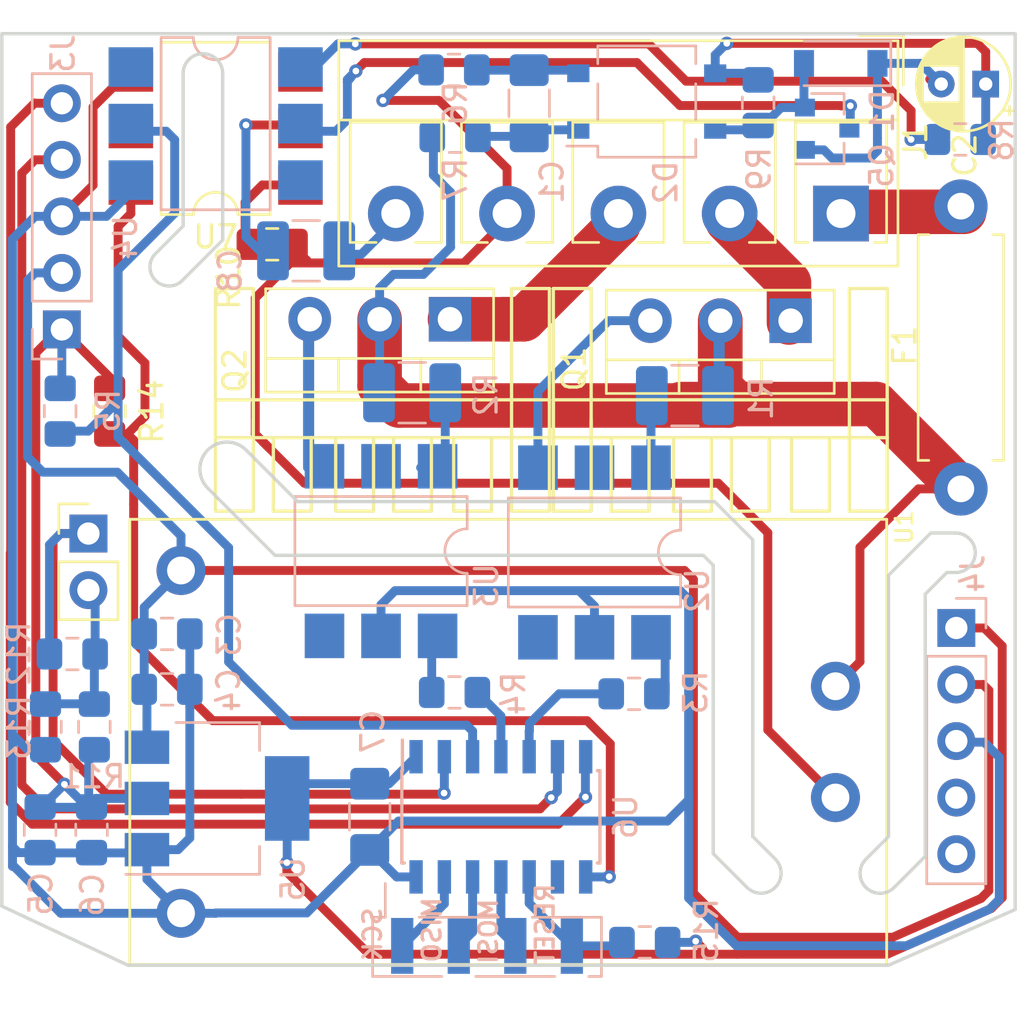
<source format=kicad_pcb>
(kicad_pcb (version 20171130) (host pcbnew 5.0.1)

  (general
    (thickness 1.6)
    (drawings 84)
    (tracks 372)
    (zones 0)
    (modules 43)
    (nets 37)
  )

  (page User 150.012 150.012)
  (title_block
    (title "RS485 Sensor Board")
    (date 2017-02-21)
    (rev V1.2)
    (company "Janco & Jacco")
  )

  (layers
    (0 F.Cu signal)
    (31 B.Cu signal)
    (32 B.Adhes user)
    (33 F.Adhes user)
    (34 B.Paste user)
    (35 F.Paste user)
    (36 B.SilkS user)
    (37 F.SilkS user)
    (38 B.Mask user)
    (39 F.Mask user)
    (40 Dwgs.User user hide)
    (41 Cmts.User user hide)
    (42 Eco1.User user hide)
    (43 Eco2.User user hide)
    (44 Edge.Cuts user)
    (45 Margin user hide)
    (46 B.CrtYd user)
    (47 F.CrtYd user)
    (48 B.Fab user hide)
    (49 F.Fab user hide)
  )

  (setup
    (last_trace_width 0.4)
    (user_trace_width 0.4)
    (user_trace_width 1)
    (user_trace_width 2)
    (trace_clearance 0.1)
    (zone_clearance 0.508)
    (zone_45_only yes)
    (trace_min 0.4)
    (segment_width 0.2)
    (edge_width 0.15)
    (via_size 0.6)
    (via_drill 0.3)
    (via_min_size 0.4)
    (via_min_drill 0.3)
    (uvia_size 0.3)
    (uvia_drill 0.1)
    (uvias_allowed no)
    (uvia_min_size 0.2)
    (uvia_min_drill 0.1)
    (pcb_text_width 0.3)
    (pcb_text_size 1.5 1.5)
    (mod_edge_width 0.15)
    (mod_text_size 1 1)
    (mod_text_width 0.15)
    (pad_size 2.51 1)
    (pad_drill 0)
    (pad_to_mask_clearance 0.2)
    (solder_mask_min_width 0.25)
    (aux_axis_origin 116.713 49.911)
    (grid_origin 54.483 49.6316)
    (visible_elements FFFFFF7F)
    (pcbplotparams
      (layerselection 0x3f0ff_80000001)
      (usegerberextensions false)
      (usegerberattributes false)
      (usegerberadvancedattributes false)
      (creategerberjobfile false)
      (excludeedgelayer true)
      (linewidth 0.100000)
      (plotframeref false)
      (viasonmask false)
      (mode 1)
      (useauxorigin false)
      (hpglpennumber 1)
      (hpglpenspeed 20)
      (hpglpendiameter 15.000000)
      (psnegative false)
      (psa4output false)
      (plotreference true)
      (plotvalue true)
      (plotinvisibletext false)
      (padsonsilk false)
      (subtractmaskfromsilk false)
      (outputformat 1)
      (mirror false)
      (drillshape 0)
      (scaleselection 1)
      (outputdirectory "outputv4/"))
  )

  (net 0 "")
  (net 1 GND)
  (net 2 "Net-(R1-Pad1)")
  (net 3 +3V3)
  (net 4 LINE)
  (net 5 NEUT)
  (net 6 "Net-(F1-Pad2)")
  (net 7 "Net-(J1-Pad2)")
  (net 8 "Net-(Q1-Pad3)")
  (net 9 "Net-(Q2-Pad3)")
  (net 10 "Net-(R2-Pad1)")
  (net 11 "Net-(R3-Pad2)")
  (net 12 "Net-(R4-Pad2)")
  (net 13 "Net-(C1-Pad1)")
  (net 14 "Net-(C1-Pad2)")
  (net 15 "Net-(C2-Pad1)")
  (net 16 "Net-(C2-Pad2)")
  (net 17 "Net-(D1-Pad2)")
  (net 18 "Net-(Q5-Pad3)")
  (net 19 "Net-(R8-Pad1)")
  (net 20 +5V)
  (net 21 "Net-(R3-Pad1)")
  (net 22 "Net-(R4-Pad1)")
  (net 23 "Net-(R5-Pad2)")
  (net 24 "Net-(J2-Pad1)")
  (net 25 "Net-(J2-Pad2)")
  (net 26 "Net-(J3-Pad5)")
  (net 27 "Net-(J3-Pad4)")
  (net 28 "Net-(J5-Pad4)")
  (net 29 "Net-(J5-Pad3)")
  (net 30 "Net-(J5-Pad2)")
  (net 31 "Net-(J5-Pad1)")
  (net 32 "Net-(J1-Pad3)")
  (net 33 "Net-(C8-Pad2)")
  (net 34 "Net-(R10-Pad2)")
  (net 35 "Net-(R14-Pad1)")
  (net 36 SW_1_LINE)

  (net_class Default "Dit is de standaard class."
    (clearance 0.1)
    (trace_width 0.4)
    (via_dia 0.6)
    (via_drill 0.3)
    (uvia_dia 0.3)
    (uvia_drill 0.1)
    (diff_pair_gap 0.25)
    (diff_pair_width 0.4)
    (add_net +5V)
    (add_net "Net-(C1-Pad1)")
    (add_net "Net-(C1-Pad2)")
    (add_net "Net-(C2-Pad1)")
    (add_net "Net-(C2-Pad2)")
    (add_net "Net-(C8-Pad2)")
    (add_net "Net-(D1-Pad2)")
    (add_net "Net-(F1-Pad2)")
    (add_net "Net-(J1-Pad2)")
    (add_net "Net-(J1-Pad3)")
    (add_net "Net-(J2-Pad1)")
    (add_net "Net-(J2-Pad2)")
    (add_net "Net-(J3-Pad4)")
    (add_net "Net-(J3-Pad5)")
    (add_net "Net-(J5-Pad1)")
    (add_net "Net-(J5-Pad2)")
    (add_net "Net-(J5-Pad3)")
    (add_net "Net-(J5-Pad4)")
    (add_net "Net-(Q1-Pad3)")
    (add_net "Net-(Q2-Pad3)")
    (add_net "Net-(Q5-Pad3)")
    (add_net "Net-(R1-Pad1)")
    (add_net "Net-(R10-Pad2)")
    (add_net "Net-(R14-Pad1)")
    (add_net "Net-(R2-Pad1)")
    (add_net "Net-(R3-Pad1)")
    (add_net "Net-(R3-Pad2)")
    (add_net "Net-(R4-Pad1)")
    (add_net "Net-(R4-Pad2)")
    (add_net "Net-(R5-Pad2)")
    (add_net "Net-(R8-Pad1)")
    (add_net SW_1_LINE)
  )

  (net_class 230V ""
    (clearance 0.4)
    (trace_width 2)
    (via_dia 0.6)
    (via_drill 0.3)
    (uvia_dia 0.3)
    (uvia_drill 0.1)
    (diff_pair_gap 0.25)
    (diff_pair_width 2)
    (add_net LINE)
    (add_net NEUT)
  )

  (net_class 3.3V ""
    (clearance 0.2)
    (trace_width 0.4)
    (via_dia 0.6)
    (via_drill 0.3)
    (uvia_dia 0.3)
    (uvia_drill 0.1)
    (diff_pair_gap 0.25)
    (diff_pair_width 0.4)
    (add_net +3V3)
    (add_net GND)
  )

  (net_class csp ""
    (clearance 0.2)
    (trace_width 1)
    (via_dia 0.6)
    (via_drill 0.3)
    (uvia_dia 0.3)
    (uvia_drill 0.1)
    (diff_pair_gap 0.25)
    (diff_pair_width 1)
  )

  (module Capacitor_SMD:C_1210_3225Metric_Pad1.42x2.65mm_HandSolder (layer B.Cu) (tedit 5B301BBE) (tstamp 5C1FF71B)
    (at 42.291 39.9542 180)
    (descr "Capacitor SMD 1210 (3225 Metric), square (rectangular) end terminal, IPC_7351 nominal with elongated pad for handsoldering. (Body size source: http://www.tortai-tech.com/upload/download/2011102023233369053.pdf), generated with kicad-footprint-generator")
    (tags "capacitor handsolder")
    (path /5C2061AB)
    (attr smd)
    (fp_text reference C8 (at 3.4163 -0.889 270) (layer B.SilkS)
      (effects (font (size 1 1) (thickness 0.15)) (justify mirror))
    )
    (fp_text value 100nF (at 0 -2.28 180) (layer B.Fab)
      (effects (font (size 1 1) (thickness 0.15)) (justify mirror))
    )
    (fp_text user %R (at 0 0 180) (layer B.Fab)
      (effects (font (size 0.8 0.8) (thickness 0.12)) (justify mirror))
    )
    (fp_line (start 2.45 -1.58) (end -2.45 -1.58) (layer B.CrtYd) (width 0.05))
    (fp_line (start 2.45 1.58) (end 2.45 -1.58) (layer B.CrtYd) (width 0.05))
    (fp_line (start -2.45 1.58) (end 2.45 1.58) (layer B.CrtYd) (width 0.05))
    (fp_line (start -2.45 -1.58) (end -2.45 1.58) (layer B.CrtYd) (width 0.05))
    (fp_line (start -0.602064 -1.36) (end 0.602064 -1.36) (layer B.SilkS) (width 0.12))
    (fp_line (start -0.602064 1.36) (end 0.602064 1.36) (layer B.SilkS) (width 0.12))
    (fp_line (start 1.6 -1.25) (end -1.6 -1.25) (layer B.Fab) (width 0.1))
    (fp_line (start 1.6 1.25) (end 1.6 -1.25) (layer B.Fab) (width 0.1))
    (fp_line (start -1.6 1.25) (end 1.6 1.25) (layer B.Fab) (width 0.1))
    (fp_line (start -1.6 -1.25) (end -1.6 1.25) (layer B.Fab) (width 0.1))
    (pad 2 smd roundrect (at 1.4875 0 180) (size 1.425 2.65) (layers B.Cu B.Paste B.Mask) (roundrect_rratio 0.175439)
      (net 33 "Net-(C8-Pad2)"))
    (pad 1 smd roundrect (at -1.4875 0 180) (size 1.425 2.65) (layers B.Cu B.Paste B.Mask) (roundrect_rratio 0.175439)
      (net 36 SW_1_LINE))
    (model ${KISYS3DMOD}/Capacitor_SMD.3dshapes/C_1210_3225Metric.wrl
      (at (xyz 0 0 0))
      (scale (xyz 1 1 1))
      (rotate (xyz 0 0 0))
    )
  )

  (module TerminalBlock_RND:TerminalBlock_RND_205-00279_1x05_P5.00mm_Vertical (layer F.Cu) (tedit 5B294ECF) (tstamp 5C1FBB98)
    (at 66.3194 38.2778 180)
    (descr "terminal block RND 205-00081, vertical (cable from top), 5 pins, pitch 5mm, size 25x10mm^2, drill diamater 1.3mm, pad diameter 2.5mm, see http://cdn-reichelt.de/documents/datenblatt/C151/RND_205-00276_DB_EN.pdf, script-generated with , script-generated using https://github.com/pointhi/kicad-footprint-generator/scripts/TerminalBlock_RND")
    (tags "THT terminal block RND 205-00081 vertical pitch 5mm size 25x10mm^2 drill 1.3mm pad 2.5mm")
    (path /5C1C3908)
    (fp_text reference J1 (at -3.3528 3.2258 270) (layer F.SilkS)
      (effects (font (size 1 1) (thickness 0.15)))
    )
    (fp_text value Screw_Terminal_01x05 (at 10 8.76 180) (layer F.Fab)
      (effects (font (size 1 1) (thickness 0.15)))
    )
    (fp_text user %R (at 10 5.7 180) (layer F.Fab)
      (effects (font (size 1 1) (thickness 0.15)))
    )
    (fp_line (start 23 -2.8) (end -3 -2.8) (layer F.CrtYd) (width 0.05))
    (fp_line (start 23 8.2) (end 23 -2.8) (layer F.CrtYd) (width 0.05))
    (fp_line (start -3 8.2) (end 23 8.2) (layer F.CrtYd) (width 0.05))
    (fp_line (start -3 -2.8) (end -3 8.2) (layer F.CrtYd) (width 0.05))
    (fp_line (start -2.8 8) (end -0.8 8) (layer F.SilkS) (width 0.12))
    (fp_line (start -2.8 5.76) (end -2.8 8) (layer F.SilkS) (width 0.12))
    (fp_line (start 22.05 -1.3) (end 17.95 -1.3) (layer F.Fab) (width 0.1))
    (fp_line (start 22.05 4.1) (end 22.05 -1.3) (layer F.Fab) (width 0.1))
    (fp_line (start 17.95 4.1) (end 22.05 4.1) (layer F.Fab) (width 0.1))
    (fp_line (start 17.95 -1.3) (end 17.95 4.1) (layer F.Fab) (width 0.1))
    (fp_line (start 22.05 -1.3) (end 22.05 4.1) (layer F.SilkS) (width 0.12))
    (fp_line (start 17.95 -1.3) (end 17.95 4.1) (layer F.SilkS) (width 0.12))
    (fp_line (start 17.95 4.1) (end 22.05 4.1) (layer F.SilkS) (width 0.12))
    (fp_line (start 20.884 -1.3) (end 22.05 -1.3) (layer F.SilkS) (width 0.12))
    (fp_line (start 17.95 -1.3) (end 19.117 -1.3) (layer F.SilkS) (width 0.12))
    (fp_line (start 17.05 -1.3) (end 12.95 -1.3) (layer F.Fab) (width 0.1))
    (fp_line (start 17.05 4.1) (end 17.05 -1.3) (layer F.Fab) (width 0.1))
    (fp_line (start 12.95 4.1) (end 17.05 4.1) (layer F.Fab) (width 0.1))
    (fp_line (start 12.95 -1.3) (end 12.95 4.1) (layer F.Fab) (width 0.1))
    (fp_line (start 17.05 -1.3) (end 17.05 4.1) (layer F.SilkS) (width 0.12))
    (fp_line (start 12.95 -1.3) (end 12.95 4.1) (layer F.SilkS) (width 0.12))
    (fp_line (start 12.95 4.1) (end 17.05 4.1) (layer F.SilkS) (width 0.12))
    (fp_line (start 15.884 -1.3) (end 17.05 -1.3) (layer F.SilkS) (width 0.12))
    (fp_line (start 12.95 -1.3) (end 14.117 -1.3) (layer F.SilkS) (width 0.12))
    (fp_line (start 12.05 -1.3) (end 7.95 -1.3) (layer F.Fab) (width 0.1))
    (fp_line (start 12.05 4.1) (end 12.05 -1.3) (layer F.Fab) (width 0.1))
    (fp_line (start 7.95 4.1) (end 12.05 4.1) (layer F.Fab) (width 0.1))
    (fp_line (start 7.95 -1.3) (end 7.95 4.1) (layer F.Fab) (width 0.1))
    (fp_line (start 12.05 -1.3) (end 12.05 4.1) (layer F.SilkS) (width 0.12))
    (fp_line (start 7.95 -1.3) (end 7.95 4.1) (layer F.SilkS) (width 0.12))
    (fp_line (start 7.95 4.1) (end 12.05 4.1) (layer F.SilkS) (width 0.12))
    (fp_line (start 10.884 -1.3) (end 12.05 -1.3) (layer F.SilkS) (width 0.12))
    (fp_line (start 7.95 -1.3) (end 9.117 -1.3) (layer F.SilkS) (width 0.12))
    (fp_line (start 7.05 -1.3) (end 2.95 -1.3) (layer F.Fab) (width 0.1))
    (fp_line (start 7.05 4.1) (end 7.05 -1.3) (layer F.Fab) (width 0.1))
    (fp_line (start 2.95 4.1) (end 7.05 4.1) (layer F.Fab) (width 0.1))
    (fp_line (start 2.95 -1.3) (end 2.95 4.1) (layer F.Fab) (width 0.1))
    (fp_line (start 7.05 -1.3) (end 7.05 4.1) (layer F.SilkS) (width 0.12))
    (fp_line (start 2.95 -1.3) (end 2.95 4.1) (layer F.SilkS) (width 0.12))
    (fp_line (start 2.95 4.1) (end 7.05 4.1) (layer F.SilkS) (width 0.12))
    (fp_line (start 5.884 -1.3) (end 7.05 -1.3) (layer F.SilkS) (width 0.12))
    (fp_line (start 2.95 -1.3) (end 4.117 -1.3) (layer F.SilkS) (width 0.12))
    (fp_line (start 2.05 -1.3) (end -2.05 -1.3) (layer F.Fab) (width 0.1))
    (fp_line (start 2.05 4.1) (end 2.05 -1.3) (layer F.Fab) (width 0.1))
    (fp_line (start -2.05 4.1) (end 2.05 4.1) (layer F.Fab) (width 0.1))
    (fp_line (start -2.05 -1.3) (end -2.05 4.1) (layer F.Fab) (width 0.1))
    (fp_line (start 2.05 -1.3) (end 2.05 4.1) (layer F.SilkS) (width 0.12))
    (fp_line (start -2.05 -1.3) (end -2.05 4.1) (layer F.SilkS) (width 0.12))
    (fp_line (start -2.05 4.1) (end 2.05 4.1) (layer F.SilkS) (width 0.12))
    (fp_line (start 1.49 -1.3) (end 2.05 -1.3) (layer F.SilkS) (width 0.12))
    (fp_line (start -2.05 -1.3) (end -1.49 -1.3) (layer F.SilkS) (width 0.12))
    (fp_line (start 22.56 -2.36) (end 22.56 7.76) (layer F.SilkS) (width 0.12))
    (fp_line (start -2.56 -2.36) (end -2.56 7.76) (layer F.SilkS) (width 0.12))
    (fp_line (start -2.56 7.76) (end 22.56 7.76) (layer F.SilkS) (width 0.12))
    (fp_line (start -2.56 -2.36) (end 22.56 -2.36) (layer F.SilkS) (width 0.12))
    (fp_line (start -2.56 4.2) (end 22.56 4.2) (layer F.SilkS) (width 0.12))
    (fp_line (start -2.5 4.2) (end 22.5 4.2) (layer F.Fab) (width 0.1))
    (fp_line (start -2.5 5.7) (end -2.5 -2.3) (layer F.Fab) (width 0.1))
    (fp_line (start -0.5 7.7) (end -2.5 5.7) (layer F.Fab) (width 0.1))
    (fp_line (start 22.5 7.7) (end -0.5 7.7) (layer F.Fab) (width 0.1))
    (fp_line (start 22.5 -2.3) (end 22.5 7.7) (layer F.Fab) (width 0.1))
    (fp_line (start -2.5 -2.3) (end 22.5 -2.3) (layer F.Fab) (width 0.1))
    (pad 5 thru_hole circle (at 20 0 180) (size 2.5 2.5) (drill 1.3) (layers *.Cu *.Mask)
      (net 36 SW_1_LINE))
    (pad 4 thru_hole circle (at 15 0 180) (size 2.5 2.5) (drill 1.3) (layers *.Cu *.Mask)
      (net 5 NEUT))
    (pad 3 thru_hole circle (at 10 0 180) (size 2.5 2.5) (drill 1.3) (layers *.Cu *.Mask)
      (net 32 "Net-(J1-Pad3)"))
    (pad 2 thru_hole circle (at 5 0 180) (size 2.5 2.5) (drill 1.3) (layers *.Cu *.Mask)
      (net 7 "Net-(J1-Pad2)"))
    (pad 1 thru_hole rect (at 0 0 180) (size 2.5 2.5) (drill 1.3) (layers *.Cu *.Mask)
      (net 6 "Net-(F1-Pad2)"))
    (model ${KISYS3DMOD}/TerminalBlock_RND.3dshapes/TerminalBlock_RND_205-00279_1x05_P5.00mm_Vertical.wrl
      (at (xyz 0 0 0))
      (scale (xyz 1 1 1))
      (rotate (xyz 0 0 0))
    )
  )

  (module Connector_PinHeader_2.54mm:PinHeader_1x04_P2.54mm_Vertical_SMD_Pin1Left locked (layer B.Cu) (tedit 5C1E66EF) (tstamp 5C180F95)
    (at 50.419 71.2216 270)
    (descr "surface-mounted straight pin header, 1x04, 2.54mm pitch, single row, style 1 (pin 1 left)")
    (tags "Surface mounted pin header SMD 1x04 2.54mm single row style1 pin1 left")
    (path /5C1BB761)
    (attr smd)
    (fp_text reference J5 (at 0 6.14 270) (layer B.SilkS) hide
      (effects (font (size 1 1) (thickness 0.15)) (justify mirror))
    )
    (fp_text value "Programm header" (at 0 -6.14 270) (layer B.Fab)
      (effects (font (size 1 1) (thickness 0.15)) (justify mirror))
    )
    (fp_text user %R (at 0 0 180) (layer B.Fab)
      (effects (font (size 1 1) (thickness 0.15)) (justify mirror))
    )
    (fp_line (start 3.45 5.6) (end -3.45 5.6) (layer B.CrtYd) (width 0.05))
    (fp_line (start 3.45 -5.6) (end 3.45 5.6) (layer B.CrtYd) (width 0.05))
    (fp_line (start -3.45 -5.6) (end 3.45 -5.6) (layer B.CrtYd) (width 0.05))
    (fp_line (start -3.45 5.6) (end -3.45 -5.6) (layer B.CrtYd) (width 0.05))
    (fp_line (start -1.33 -2.03) (end -1.33 -5.14) (layer B.SilkS) (width 0.12))
    (fp_line (start -1.33 3.05) (end -1.33 -0.51) (layer B.SilkS) (width 0.12))
    (fp_line (start 1.33 0.51) (end 1.33 -3.05) (layer B.SilkS) (width 0.12))
    (fp_line (start 1.33 -4.57) (end 1.33 -5.14) (layer B.SilkS) (width 0.12))
    (fp_line (start -1.33 5.14) (end -1.33 4.57) (layer B.SilkS) (width 0.12))
    (fp_line (start -1.33 4.57) (end -2.85 4.57) (layer B.SilkS) (width 0.12))
    (fp_line (start 1.33 5.14) (end 1.33 2.03) (layer B.SilkS) (width 0.12))
    (fp_line (start -1.33 -5.14) (end 1.33 -5.14) (layer B.SilkS) (width 0.12))
    (fp_line (start -1.33 5.14) (end 1.33 5.14) (layer B.SilkS) (width 0.12))
    (fp_line (start 2.54 -4.13) (end 1.27 -4.13) (layer B.Fab) (width 0.1))
    (fp_line (start 2.54 -3.49) (end 2.54 -4.13) (layer B.Fab) (width 0.1))
    (fp_line (start 1.27 -3.49) (end 2.54 -3.49) (layer B.Fab) (width 0.1))
    (fp_line (start 2.54 0.95) (end 1.27 0.95) (layer B.Fab) (width 0.1))
    (fp_line (start 2.54 1.59) (end 2.54 0.95) (layer B.Fab) (width 0.1))
    (fp_line (start 1.27 1.59) (end 2.54 1.59) (layer B.Fab) (width 0.1))
    (fp_line (start -2.54 -1.59) (end -1.27 -1.59) (layer B.Fab) (width 0.1))
    (fp_line (start -2.54 -0.95) (end -2.54 -1.59) (layer B.Fab) (width 0.1))
    (fp_line (start -1.27 -0.95) (end -2.54 -0.95) (layer B.Fab) (width 0.1))
    (fp_line (start -2.54 3.49) (end -1.27 3.49) (layer B.Fab) (width 0.1))
    (fp_line (start -2.54 4.13) (end -2.54 3.49) (layer B.Fab) (width 0.1))
    (fp_line (start -1.27 4.13) (end -2.54 4.13) (layer B.Fab) (width 0.1))
    (fp_line (start 1.27 5.08) (end 1.27 -5.08) (layer B.Fab) (width 0.1))
    (fp_line (start -1.27 4.13) (end -0.32 5.08) (layer B.Fab) (width 0.1))
    (fp_line (start -1.27 -5.08) (end -1.27 4.13) (layer B.Fab) (width 0.1))
    (fp_line (start -0.32 5.08) (end 1.27 5.08) (layer B.Fab) (width 0.1))
    (fp_line (start 1.27 -5.08) (end -1.27 -5.08) (layer B.Fab) (width 0.1))
    (pad 4 smd rect (at -0.0436 -3.81 270) (size 2.51 1) (layers B.Cu B.Paste B.Mask)
      (net 28 "Net-(J5-Pad4)"))
    (pad 2 smd rect (at -0.0436 1.27 270) (size 2.51 1) (layers B.Cu B.Paste B.Mask)
      (net 30 "Net-(J5-Pad2)"))
    (pad 3 smd rect (at -0.0436 -1.27 270) (size 2.51 1) (layers B.Cu B.Paste B.Mask)
      (net 29 "Net-(J5-Pad3)"))
    (pad 1 smd rect (at -0.0436 3.81 270) (size 2.51 1) (layers B.Cu B.Paste B.Mask)
      (net 31 "Net-(J5-Pad1)"))
  )

  (module sensorboard_library:TO-220-heatsink (layer F.Cu) (tedit 5C02D628) (tstamp 5C0D6120)
    (at 45.72 46.6471)
    (attr virtual)
    (fp_text reference REF** (at 0.2 -1.8) (layer F.SilkS) hide
      (effects (font (size 1 1) (thickness 0.15)))
    )
    (fp_text value TO-220-heatsink (at 0 -3.81) (layer F.Fab)
      (effects (font (size 1 1) (thickness 0.15)))
    )
    (fp_line (start 7.5 0) (end -7.5 0) (layer F.SilkS) (width 0.15))
    (fp_line (start 7.5 0) (end 7.5 -5) (layer F.SilkS) (width 0.15))
    (fp_line (start 7.5 -5) (end 5.8 -5) (layer F.SilkS) (width 0.15))
    (fp_line (start 5.8 -5) (end 5.8 0) (layer F.SilkS) (width 0.15))
    (fp_line (start -7.5 0) (end -7.5 -5) (layer F.SilkS) (width 0.15))
    (fp_line (start -7.5 -5) (end -5.8 -5) (layer F.SilkS) (width 0.15))
    (fp_line (start -5.8 -5) (end -5.8 0) (layer F.SilkS) (width 0.15))
    (fp_line (start -7.5 0) (end -7.5 1.7) (layer F.SilkS) (width 0.15))
    (fp_line (start -7.5 1.7) (end -5.8 1.7) (layer F.SilkS) (width 0.15))
    (fp_line (start -5.8 1.7) (end -5.8 -0.1) (layer F.SilkS) (width 0.15))
    (fp_line (start 7.5 0) (end 7.5 1.7) (layer F.SilkS) (width 0.15))
    (fp_line (start 7.5 1.7) (end 5.8 1.7) (layer F.SilkS) (width 0.15))
    (fp_line (start 5.8 1.7) (end 5.8 0) (layer F.SilkS) (width 0.15))
    (fp_line (start -5.8 1.7) (end 5.9 1.7) (layer F.SilkS) (width 0.15))
    (fp_line (start -7.5 0) (end -7.5 5) (layer F.SilkS) (width 0.15))
    (fp_line (start -7.5 5) (end -5.8 5) (layer F.SilkS) (width 0.15))
    (fp_line (start -5.8 5) (end -5.8 0.9) (layer F.SilkS) (width 0.15))
    (fp_line (start 5.8 1.7) (end 5.8 5) (layer F.SilkS) (width 0.15))
    (fp_line (start 5.8 5) (end 7.5 5) (layer F.SilkS) (width 0.15))
    (fp_line (start 7.5 5) (end 7.5 1.7) (layer F.SilkS) (width 0.15))
    (fp_line (start -4.9 1.7) (end -4.9 5) (layer F.SilkS) (width 0.15))
    (fp_line (start -4.9 5) (end -3.2 5) (layer F.SilkS) (width 0.15))
    (fp_line (start -3.2 5) (end -3.2 1.7) (layer F.SilkS) (width 0.15))
    (fp_line (start 0.5 5) (end 2.2 5) (layer F.SilkS) (width 0.15))
    (fp_line (start 0.5 1.7) (end 0.5 5) (layer F.SilkS) (width 0.15))
    (fp_line (start 2.2 5) (end 2.2 1.7) (layer F.SilkS) (width 0.15))
    (fp_line (start 3.2 5) (end 4.9 5) (layer F.SilkS) (width 0.15))
    (fp_line (start 3.2 1.7) (end 3.2 5) (layer F.SilkS) (width 0.15))
    (fp_line (start 4.9 5) (end 4.9 1.7) (layer F.SilkS) (width 0.15))
    (fp_line (start -0.4 5) (end -0.4 1.7) (layer F.SilkS) (width 0.15))
    (fp_line (start -2.1 1.7) (end -2.1 5) (layer F.SilkS) (width 0.15))
    (fp_line (start -2.1 5) (end -0.4 5) (layer F.SilkS) (width 0.15))
  )

  (module Package_TO_SOT_SMD:SOT-223-3_TabPin2 (layer B.Cu) (tedit 5A02FF57) (tstamp 5C063DCC)
    (at 38.2905 64.5541)
    (descr "module CMS SOT223 4 pins")
    (tags "CMS SOT")
    (path /5C03F772)
    (attr smd)
    (fp_text reference U5 (at 3.4163 3.6195 90) (layer B.SilkS)
      (effects (font (size 1 1) (thickness 0.15)) (justify mirror))
    )
    (fp_text value AMS1117-3.3 (at 0 -4.5) (layer B.Fab)
      (effects (font (size 1 1) (thickness 0.15)) (justify mirror))
    )
    (fp_text user %R (at 0 0 -90) (layer B.Fab)
      (effects (font (size 0.8 0.8) (thickness 0.12)) (justify mirror))
    )
    (fp_line (start 1.91 -3.41) (end 1.91 -2.15) (layer B.SilkS) (width 0.12))
    (fp_line (start 1.91 3.41) (end 1.91 2.15) (layer B.SilkS) (width 0.12))
    (fp_line (start 4.4 3.6) (end -4.4 3.6) (layer B.CrtYd) (width 0.05))
    (fp_line (start 4.4 -3.6) (end 4.4 3.6) (layer B.CrtYd) (width 0.05))
    (fp_line (start -4.4 -3.6) (end 4.4 -3.6) (layer B.CrtYd) (width 0.05))
    (fp_line (start -4.4 3.6) (end -4.4 -3.6) (layer B.CrtYd) (width 0.05))
    (fp_line (start -1.85 2.35) (end -0.85 3.35) (layer B.Fab) (width 0.1))
    (fp_line (start -1.85 2.35) (end -1.85 -3.35) (layer B.Fab) (width 0.1))
    (fp_line (start -1.85 -3.41) (end 1.91 -3.41) (layer B.SilkS) (width 0.12))
    (fp_line (start -0.85 3.35) (end 1.85 3.35) (layer B.Fab) (width 0.1))
    (fp_line (start -4.1 3.41) (end 1.91 3.41) (layer B.SilkS) (width 0.12))
    (fp_line (start -1.85 -3.35) (end 1.85 -3.35) (layer B.Fab) (width 0.1))
    (fp_line (start 1.85 3.35) (end 1.85 -3.35) (layer B.Fab) (width 0.1))
    (pad 2 smd rect (at 3.15 0) (size 2 3.8) (layers B.Cu B.Paste B.Mask)
      (net 3 +3V3))
    (pad 2 smd rect (at -3.15 0) (size 2 1.5) (layers B.Cu B.Paste B.Mask)
      (net 3 +3V3))
    (pad 3 smd rect (at -3.15 -2.3) (size 2 1.5) (layers B.Cu B.Paste B.Mask)
      (net 20 +5V))
    (pad 1 smd rect (at -3.15 2.3) (size 2 1.5) (layers B.Cu B.Paste B.Mask)
      (net 1 GND))
    (model ${KISYS3DMOD}/Package_TO_SOT_SMD.3dshapes/SOT-223.wrl
      (at (xyz 0 0 0))
      (scale (xyz 1 1 1))
      (rotate (xyz 0 0 0))
    )
  )

  (module Diode_SMD:D_SOD-123 (layer B.Cu) (tedit 58645DC7) (tstamp 5C196FF6)
    (at 66.3067 31.5341 180)
    (descr SOD-123)
    (tags SOD-123)
    (path /5C00D522)
    (attr smd)
    (fp_text reference D1 (at -1.8669 -2.1463 90) (layer B.SilkS)
      (effects (font (size 1 1) (thickness 0.15)) (justify mirror))
    )
    (fp_text value 1N4148 (at 0 -2.1 180) (layer B.Fab)
      (effects (font (size 1 1) (thickness 0.15)) (justify mirror))
    )
    (fp_line (start -2.25 1) (end 1.65 1) (layer B.SilkS) (width 0.12))
    (fp_line (start -2.25 -1) (end 1.65 -1) (layer B.SilkS) (width 0.12))
    (fp_line (start -2.35 1.15) (end -2.35 -1.15) (layer B.CrtYd) (width 0.05))
    (fp_line (start 2.35 -1.15) (end -2.35 -1.15) (layer B.CrtYd) (width 0.05))
    (fp_line (start 2.35 1.15) (end 2.35 -1.15) (layer B.CrtYd) (width 0.05))
    (fp_line (start -2.35 1.15) (end 2.35 1.15) (layer B.CrtYd) (width 0.05))
    (fp_line (start -1.4 0.9) (end 1.4 0.9) (layer B.Fab) (width 0.1))
    (fp_line (start 1.4 0.9) (end 1.4 -0.9) (layer B.Fab) (width 0.1))
    (fp_line (start 1.4 -0.9) (end -1.4 -0.9) (layer B.Fab) (width 0.1))
    (fp_line (start -1.4 -0.9) (end -1.4 0.9) (layer B.Fab) (width 0.1))
    (fp_line (start -0.75 0) (end -0.35 0) (layer B.Fab) (width 0.1))
    (fp_line (start -0.35 0) (end -0.35 0.55) (layer B.Fab) (width 0.1))
    (fp_line (start -0.35 0) (end -0.35 -0.55) (layer B.Fab) (width 0.1))
    (fp_line (start -0.35 0) (end 0.25 0.4) (layer B.Fab) (width 0.1))
    (fp_line (start 0.25 0.4) (end 0.25 -0.4) (layer B.Fab) (width 0.1))
    (fp_line (start 0.25 -0.4) (end -0.35 0) (layer B.Fab) (width 0.1))
    (fp_line (start 0.25 0) (end 0.75 0) (layer B.Fab) (width 0.1))
    (fp_line (start -2.25 1) (end -2.25 -1) (layer B.SilkS) (width 0.12))
    (fp_text user %R (at 0 2 180) (layer B.Fab)
      (effects (font (size 1 1) (thickness 0.15)) (justify mirror))
    )
    (pad 2 smd rect (at 1.65 0 180) (size 0.9 1.2) (layers B.Cu B.Paste B.Mask)
      (net 17 "Net-(D1-Pad2)"))
    (pad 1 smd rect (at -1.65 0 180) (size 0.9 1.2) (layers B.Cu B.Paste B.Mask)
      (net 16 "Net-(C2-Pad2)"))
    (model ${KISYS3DMOD}/Diode_SMD.3dshapes/D_SOD-123.wrl
      (at (xyz 0 0 0))
      (scale (xyz 1 1 1))
      (rotate (xyz 0 0 0))
    )
  )

  (module Resistor_THT:R_Axial_DIN0411_L9.9mm_D3.6mm_P12.70mm_Horizontal (layer F.Cu) (tedit 5AE5139B) (tstamp 5C1FD7AE)
    (at 71.7042 50.6476 90)
    (descr "Resistor, Axial_DIN0411 series, Axial, Horizontal, pin pitch=12.7mm, 1W, length*diameter=9.9*3.6mm^2")
    (tags "Resistor Axial_DIN0411 series Axial Horizontal pin pitch 12.7mm 1W length 9.9mm diameter 3.6mm")
    (path /5BFAD7F9)
    (fp_text reference F1 (at 6.4389 -2.5273 90) (layer F.SilkS)
      (effects (font (size 1 1) (thickness 0.15)))
    )
    (fp_text value "Glass fuse 10mm 4A" (at 6.35 2.92 90) (layer F.Fab)
      (effects (font (size 1 1) (thickness 0.15)))
    )
    (fp_text user %R (at 6.35 0 90) (layer F.Fab)
      (effects (font (size 1 1) (thickness 0.15)))
    )
    (fp_line (start 14.15 -2.05) (end -1.45 -2.05) (layer F.CrtYd) (width 0.05))
    (fp_line (start 14.15 2.05) (end 14.15 -2.05) (layer F.CrtYd) (width 0.05))
    (fp_line (start -1.45 2.05) (end 14.15 2.05) (layer F.CrtYd) (width 0.05))
    (fp_line (start -1.45 -2.05) (end -1.45 2.05) (layer F.CrtYd) (width 0.05))
    (fp_line (start 11.42 1.92) (end 11.42 1.44) (layer F.SilkS) (width 0.12))
    (fp_line (start 1.28 1.92) (end 11.42 1.92) (layer F.SilkS) (width 0.12))
    (fp_line (start 1.28 1.44) (end 1.28 1.92) (layer F.SilkS) (width 0.12))
    (fp_line (start 11.42 -1.92) (end 11.42 -1.44) (layer F.SilkS) (width 0.12))
    (fp_line (start 1.28 -1.92) (end 11.42 -1.92) (layer F.SilkS) (width 0.12))
    (fp_line (start 1.28 -1.44) (end 1.28 -1.92) (layer F.SilkS) (width 0.12))
    (fp_line (start 12.7 0) (end 11.3 0) (layer F.Fab) (width 0.1))
    (fp_line (start 0 0) (end 1.4 0) (layer F.Fab) (width 0.1))
    (fp_line (start 11.3 -1.8) (end 1.4 -1.8) (layer F.Fab) (width 0.1))
    (fp_line (start 11.3 1.8) (end 11.3 -1.8) (layer F.Fab) (width 0.1))
    (fp_line (start 1.4 1.8) (end 11.3 1.8) (layer F.Fab) (width 0.1))
    (fp_line (start 1.4 -1.8) (end 1.4 1.8) (layer F.Fab) (width 0.1))
    (pad 2 thru_hole oval (at 12.7 0 90) (size 2.4 2.4) (drill 1.2) (layers *.Cu *.Mask)
      (net 6 "Net-(F1-Pad2)"))
    (pad 1 thru_hole circle (at 0 0 90) (size 2.4 2.4) (drill 1.2) (layers *.Cu *.Mask)
      (net 4 LINE))
    (model ${KISYS3DMOD}/Resistor_THT.3dshapes/R_Axial_DIN0411_L9.9mm_D3.6mm_P12.70mm_Horizontal.wrl
      (at (xyz 0 0 0))
      (scale (xyz 1 1 1))
      (rotate (xyz 0 0 0))
    )
  )

  (module Capacitor_SMD:C_1206_3216Metric_Pad1.42x1.75mm_HandSolder (layer B.Cu) (tedit 5B301BBE) (tstamp 5C17F734)
    (at 45.1485 65.3796 90)
    (descr "Capacitor SMD 1206 (3216 Metric), square (rectangular) end terminal, IPC_7351 nominal with elongated pad for handsoldering. (Body size source: http://www.tortai-tech.com/upload/download/2011102023233369053.pdf), generated with kicad-footprint-generator")
    (tags "capacitor handsolder")
    (path /5C0C060E)
    (attr smd)
    (fp_text reference C7 (at 3.8354 0.1397 90) (layer B.SilkS)
      (effects (font (size 1 1) (thickness 0.15)) (justify mirror))
    )
    (fp_text value 0.1uf (at 0 -1.82 90) (layer B.Fab)
      (effects (font (size 1 1) (thickness 0.15)) (justify mirror))
    )
    (fp_line (start -1.6 -0.8) (end -1.6 0.8) (layer B.Fab) (width 0.1))
    (fp_line (start -1.6 0.8) (end 1.6 0.8) (layer B.Fab) (width 0.1))
    (fp_line (start 1.6 0.8) (end 1.6 -0.8) (layer B.Fab) (width 0.1))
    (fp_line (start 1.6 -0.8) (end -1.6 -0.8) (layer B.Fab) (width 0.1))
    (fp_line (start -0.602064 0.91) (end 0.602064 0.91) (layer B.SilkS) (width 0.12))
    (fp_line (start -0.602064 -0.91) (end 0.602064 -0.91) (layer B.SilkS) (width 0.12))
    (fp_line (start -2.45 -1.12) (end -2.45 1.12) (layer B.CrtYd) (width 0.05))
    (fp_line (start -2.45 1.12) (end 2.45 1.12) (layer B.CrtYd) (width 0.05))
    (fp_line (start 2.45 1.12) (end 2.45 -1.12) (layer B.CrtYd) (width 0.05))
    (fp_line (start 2.45 -1.12) (end -2.45 -1.12) (layer B.CrtYd) (width 0.05))
    (fp_text user %R (at 0 0 90) (layer B.Fab)
      (effects (font (size 0.8 0.8) (thickness 0.12)) (justify mirror))
    )
    (pad 1 smd roundrect (at -1.4875 0 90) (size 1.425 1.75) (layers B.Cu B.Paste B.Mask) (roundrect_rratio 0.175439)
      (net 1 GND))
    (pad 2 smd roundrect (at 1.4875 0 90) (size 1.425 1.75) (layers B.Cu B.Paste B.Mask) (roundrect_rratio 0.175439)
      (net 3 +3V3))
    (model ${KISYS3DMOD}/Capacitor_SMD.3dshapes/C_1206_3216Metric.wrl
      (at (xyz 0 0 0))
      (scale (xyz 1 1 1))
      (rotate (xyz 0 0 0))
    )
  )

  (module sensorboard_library:TO-220-heatsink (layer F.Cu) (tedit 5C02D628) (tstamp 5C195CC1)
    (at 60.8965 46.6471)
    (attr virtual)
    (fp_text reference REF** (at 0.2 -1.8) (layer F.SilkS) hide
      (effects (font (size 1 1) (thickness 0.15)))
    )
    (fp_text value TO-220-heatsink (at 0 -3.81) (layer F.Fab)
      (effects (font (size 1 1) (thickness 0.15)))
    )
    (fp_line (start 7.5 0) (end -7.5 0) (layer F.SilkS) (width 0.15))
    (fp_line (start 7.5 0) (end 7.5 -5) (layer F.SilkS) (width 0.15))
    (fp_line (start 7.5 -5) (end 5.8 -5) (layer F.SilkS) (width 0.15))
    (fp_line (start 5.8 -5) (end 5.8 0) (layer F.SilkS) (width 0.15))
    (fp_line (start -7.5 0) (end -7.5 -5) (layer F.SilkS) (width 0.15))
    (fp_line (start -7.5 -5) (end -5.8 -5) (layer F.SilkS) (width 0.15))
    (fp_line (start -5.8 -5) (end -5.8 0) (layer F.SilkS) (width 0.15))
    (fp_line (start -7.5 0) (end -7.5 1.7) (layer F.SilkS) (width 0.15))
    (fp_line (start -7.5 1.7) (end -5.8 1.7) (layer F.SilkS) (width 0.15))
    (fp_line (start -5.8 1.7) (end -5.8 -0.1) (layer F.SilkS) (width 0.15))
    (fp_line (start 7.5 0) (end 7.5 1.7) (layer F.SilkS) (width 0.15))
    (fp_line (start 7.5 1.7) (end 5.8 1.7) (layer F.SilkS) (width 0.15))
    (fp_line (start 5.8 1.7) (end 5.8 0) (layer F.SilkS) (width 0.15))
    (fp_line (start -5.8 1.7) (end 5.9 1.7) (layer F.SilkS) (width 0.15))
    (fp_line (start -7.5 0) (end -7.5 5) (layer F.SilkS) (width 0.15))
    (fp_line (start -7.5 5) (end -5.8 5) (layer F.SilkS) (width 0.15))
    (fp_line (start -5.8 5) (end -5.8 0.9) (layer F.SilkS) (width 0.15))
    (fp_line (start 5.8 1.7) (end 5.8 5) (layer F.SilkS) (width 0.15))
    (fp_line (start 5.8 5) (end 7.5 5) (layer F.SilkS) (width 0.15))
    (fp_line (start 7.5 5) (end 7.5 1.7) (layer F.SilkS) (width 0.15))
    (fp_line (start -4.9 1.7) (end -4.9 5) (layer F.SilkS) (width 0.15))
    (fp_line (start -4.9 5) (end -3.2 5) (layer F.SilkS) (width 0.15))
    (fp_line (start -3.2 5) (end -3.2 1.7) (layer F.SilkS) (width 0.15))
    (fp_line (start 0.5 5) (end 2.2 5) (layer F.SilkS) (width 0.15))
    (fp_line (start 0.5 1.7) (end 0.5 5) (layer F.SilkS) (width 0.15))
    (fp_line (start 2.2 5) (end 2.2 1.7) (layer F.SilkS) (width 0.15))
    (fp_line (start 3.2 5) (end 4.9 5) (layer F.SilkS) (width 0.15))
    (fp_line (start 3.2 1.7) (end 3.2 5) (layer F.SilkS) (width 0.15))
    (fp_line (start 4.9 5) (end 4.9 1.7) (layer F.SilkS) (width 0.15))
    (fp_line (start -0.4 5) (end -0.4 1.7) (layer F.SilkS) (width 0.15))
    (fp_line (start -2.1 1.7) (end -2.1 5) (layer F.SilkS) (width 0.15))
    (fp_line (start -2.1 5) (end -0.4 5) (layer F.SilkS) (width 0.15))
  )

  (module Package_DIP:SMDIP-6_W7.62mm (layer B.Cu) (tedit 5A02E8C5) (tstamp 5C1CE7FE)
    (at 55.245 53.5051 90)
    (descr "6-lead surface-mounted (SMD) DIP package, row spacing 7.62 mm (300 mils)")
    (tags "SMD DIP DIL PDIP SMDIP 2.54mm 7.62mm 300mil")
    (path /5BFAEA80)
    (attr smd)
    (fp_text reference U2 (at -1.7145 4.6228 90) (layer B.SilkS)
      (effects (font (size 1 1) (thickness 0.15)) (justify mirror))
    )
    (fp_text value MOC3052 (at 0 -4.87 90) (layer B.Fab)
      (effects (font (size 1 1) (thickness 0.15)) (justify mirror))
    )
    (fp_text user %R (at 0 0 90) (layer B.Fab)
      (effects (font (size 1 1) (thickness 0.15)) (justify mirror))
    )
    (fp_line (start 5.1 4.1) (end -5.1 4.1) (layer B.CrtYd) (width 0.05))
    (fp_line (start 5.1 -4.1) (end 5.1 4.1) (layer B.CrtYd) (width 0.05))
    (fp_line (start -5.1 -4.1) (end 5.1 -4.1) (layer B.CrtYd) (width 0.05))
    (fp_line (start -5.1 4.1) (end -5.1 -4.1) (layer B.CrtYd) (width 0.05))
    (fp_line (start 2.45 3.87) (end 1 3.87) (layer B.SilkS) (width 0.12))
    (fp_line (start 2.45 -3.87) (end 2.45 3.87) (layer B.SilkS) (width 0.12))
    (fp_line (start -2.45 -3.87) (end 2.45 -3.87) (layer B.SilkS) (width 0.12))
    (fp_line (start -2.45 3.87) (end -2.45 -3.87) (layer B.SilkS) (width 0.12))
    (fp_line (start -1 3.87) (end -2.45 3.87) (layer B.SilkS) (width 0.12))
    (fp_line (start -3.175 2.81) (end -2.175 3.81) (layer B.Fab) (width 0.1))
    (fp_line (start -3.175 -3.81) (end -3.175 2.81) (layer B.Fab) (width 0.1))
    (fp_line (start 3.175 -3.81) (end -3.175 -3.81) (layer B.Fab) (width 0.1))
    (fp_line (start 3.175 3.81) (end 3.175 -3.81) (layer B.Fab) (width 0.1))
    (fp_line (start -2.175 3.81) (end 3.175 3.81) (layer B.Fab) (width 0.1))
    (fp_arc (start 0 3.87) (end -1 3.87) (angle 180) (layer B.SilkS) (width 0.12))
    (pad 6 smd rect (at 3.81 2.54 90) (size 2 1.78) (layers B.Cu B.Paste B.Mask)
      (net 2 "Net-(R1-Pad1)"))
    (pad 3 smd rect (at -3.81 -2.54 90) (size 2 1.78) (layers B.Cu B.Paste B.Mask))
    (pad 5 smd rect (at 3.81 0 90) (size 2 1.78) (layers B.Cu B.Paste B.Mask))
    (pad 2 smd rect (at -3.81 0 90) (size 2 1.78) (layers B.Cu B.Paste B.Mask)
      (net 1 GND))
    (pad 4 smd rect (at 3.81 -2.54 90) (size 2 1.78) (layers B.Cu B.Paste B.Mask)
      (net 8 "Net-(Q1-Pad3)"))
    (pad 1 smd rect (at -3.81 2.54 90) (size 2 1.78) (layers B.Cu B.Paste B.Mask)
      (net 11 "Net-(R3-Pad2)"))
    (model ${KISYS3DMOD}/Package_DIP.3dshapes/SMDIP-6_W7.62mm.wrl
      (at (xyz 0 0 0))
      (scale (xyz 1 1 1))
      (rotate (xyz 0 0 0))
    )
  )

  (module Package_DIP:SMDIP-6_W7.62mm (layer B.Cu) (tedit 5A02E8C5) (tstamp 5C214B43)
    (at 38.227 34.2392 180)
    (descr "6-lead surface-mounted (SMD) DIP package, row spacing 7.62 mm (300 mils)")
    (tags "SMD DIP DIL PDIP SMDIP 2.54mm 7.62mm 300mil")
    (path /5C058852)
    (attr smd)
    (fp_text reference U4 (at 4.0513 -5.1181 270) (layer B.SilkS)
      (effects (font (size 1 1) (thickness 0.15)) (justify mirror))
    )
    (fp_text value 4N35 (at 0 -4.87 180) (layer B.Fab)
      (effects (font (size 1 1) (thickness 0.15)) (justify mirror))
    )
    (fp_text user %R (at 0 0 180) (layer B.Fab)
      (effects (font (size 1 1) (thickness 0.15)) (justify mirror))
    )
    (fp_line (start 5.1 4.1) (end -5.1 4.1) (layer B.CrtYd) (width 0.05))
    (fp_line (start 5.1 -4.1) (end 5.1 4.1) (layer B.CrtYd) (width 0.05))
    (fp_line (start -5.1 -4.1) (end 5.1 -4.1) (layer B.CrtYd) (width 0.05))
    (fp_line (start -5.1 4.1) (end -5.1 -4.1) (layer B.CrtYd) (width 0.05))
    (fp_line (start 2.45 3.87) (end 1 3.87) (layer B.SilkS) (width 0.12))
    (fp_line (start 2.45 -3.87) (end 2.45 3.87) (layer B.SilkS) (width 0.12))
    (fp_line (start -2.45 -3.87) (end 2.45 -3.87) (layer B.SilkS) (width 0.12))
    (fp_line (start -2.45 3.87) (end -2.45 -3.87) (layer B.SilkS) (width 0.12))
    (fp_line (start -1 3.87) (end -2.45 3.87) (layer B.SilkS) (width 0.12))
    (fp_line (start -3.175 2.81) (end -2.175 3.81) (layer B.Fab) (width 0.1))
    (fp_line (start -3.175 -3.81) (end -3.175 2.81) (layer B.Fab) (width 0.1))
    (fp_line (start 3.175 -3.81) (end -3.175 -3.81) (layer B.Fab) (width 0.1))
    (fp_line (start 3.175 3.81) (end 3.175 -3.81) (layer B.Fab) (width 0.1))
    (fp_line (start -2.175 3.81) (end 3.175 3.81) (layer B.Fab) (width 0.1))
    (fp_arc (start 0 3.87) (end -1 3.87) (angle 180) (layer B.SilkS) (width 0.12))
    (pad 6 smd rect (at 3.81 2.54 180) (size 2 1.78) (layers B.Cu B.Paste B.Mask))
    (pad 3 smd rect (at -3.81 -2.54 180) (size 2 1.78) (layers B.Cu B.Paste B.Mask))
    (pad 5 smd rect (at 3.81 0 180) (size 2 1.78) (layers B.Cu B.Paste B.Mask)
      (net 23 "Net-(R5-Pad2)"))
    (pad 2 smd rect (at -3.81 0 180) (size 2 1.78) (layers B.Cu B.Paste B.Mask)
      (net 18 "Net-(Q5-Pad3)"))
    (pad 4 smd rect (at 3.81 -2.54 180) (size 2 1.78) (layers B.Cu B.Paste B.Mask)
      (net 1 GND))
    (pad 1 smd rect (at -3.81 2.54 180) (size 2 1.78) (layers B.Cu B.Paste B.Mask)
      (net 19 "Net-(R8-Pad1)"))
    (model ${KISYS3DMOD}/Package_DIP.3dshapes/SMDIP-6_W7.62mm.wrl
      (at (xyz 0 0 0))
      (scale (xyz 1 1 1))
      (rotate (xyz 0 0 0))
    )
  )

  (module Package_TO_SOT_SMD:SOT-23 (layer B.Cu) (tedit 5A02FF57) (tstamp 5C1E3C21)
    (at 65.6971 34.4678)
    (descr "SOT-23, Standard")
    (tags SOT-23)
    (path /5C02F97C)
    (attr smd)
    (fp_text reference Q5 (at 2.4511 1.651 270) (layer B.SilkS)
      (effects (font (size 1 1) (thickness 0.15)) (justify mirror))
    )
    (fp_text value 2N3904 (at 0 -2.5) (layer B.Fab)
      (effects (font (size 1 1) (thickness 0.15)) (justify mirror))
    )
    (fp_text user %R (at 0 0 -90) (layer B.Fab)
      (effects (font (size 0.5 0.5) (thickness 0.075)) (justify mirror))
    )
    (fp_line (start -0.7 0.95) (end -0.7 -1.5) (layer B.Fab) (width 0.1))
    (fp_line (start -0.15 1.52) (end 0.7 1.52) (layer B.Fab) (width 0.1))
    (fp_line (start -0.7 0.95) (end -0.15 1.52) (layer B.Fab) (width 0.1))
    (fp_line (start 0.7 1.52) (end 0.7 -1.52) (layer B.Fab) (width 0.1))
    (fp_line (start -0.7 -1.52) (end 0.7 -1.52) (layer B.Fab) (width 0.1))
    (fp_line (start 0.76 -1.58) (end 0.76 -0.65) (layer B.SilkS) (width 0.12))
    (fp_line (start 0.76 1.58) (end 0.76 0.65) (layer B.SilkS) (width 0.12))
    (fp_line (start -1.7 1.75) (end 1.7 1.75) (layer B.CrtYd) (width 0.05))
    (fp_line (start 1.7 1.75) (end 1.7 -1.75) (layer B.CrtYd) (width 0.05))
    (fp_line (start 1.7 -1.75) (end -1.7 -1.75) (layer B.CrtYd) (width 0.05))
    (fp_line (start -1.7 -1.75) (end -1.7 1.75) (layer B.CrtYd) (width 0.05))
    (fp_line (start 0.76 1.58) (end -1.4 1.58) (layer B.SilkS) (width 0.12))
    (fp_line (start 0.76 -1.58) (end -0.7 -1.58) (layer B.SilkS) (width 0.12))
    (pad 1 smd rect (at -1 0.95) (size 0.9 0.8) (layers B.Cu B.Paste B.Mask)
      (net 16 "Net-(C2-Pad2)"))
    (pad 2 smd rect (at -1 -0.95) (size 0.9 0.8) (layers B.Cu B.Paste B.Mask)
      (net 17 "Net-(D1-Pad2)"))
    (pad 3 smd rect (at 1 0) (size 0.9 0.8) (layers B.Cu B.Paste B.Mask)
      (net 18 "Net-(Q5-Pad3)"))
    (model ${KISYS3DMOD}/Package_TO_SOT_SMD.3dshapes/SOT-23.wrl
      (at (xyz 0 0 0))
      (scale (xyz 1 1 1))
      (rotate (xyz 0 0 0))
    )
  )

  (module Package_DIP:SMDIP-6_W7.62mm (layer B.Cu) (tedit 5A02E8C5) (tstamp 5C1E0F76)
    (at 45.6565 53.4416 90)
    (descr "6-lead surface-mounted (SMD) DIP package, row spacing 7.62 mm (300 mils)")
    (tags "SMD DIP DIL PDIP SMDIP 2.54mm 7.62mm 300mil")
    (path /5BFAF2AD)
    (attr smd)
    (fp_text reference U3 (at -1.5494 4.7371 90) (layer B.SilkS)
      (effects (font (size 1 1) (thickness 0.15)) (justify mirror))
    )
    (fp_text value MOC3052 (at 0 -4.87 90) (layer B.Fab)
      (effects (font (size 1 1) (thickness 0.15)) (justify mirror))
    )
    (fp_text user %R (at 0 0 90) (layer B.Fab)
      (effects (font (size 1 1) (thickness 0.15)) (justify mirror))
    )
    (fp_line (start 5.1 4.1) (end -5.1 4.1) (layer B.CrtYd) (width 0.05))
    (fp_line (start 5.1 -4.1) (end 5.1 4.1) (layer B.CrtYd) (width 0.05))
    (fp_line (start -5.1 -4.1) (end 5.1 -4.1) (layer B.CrtYd) (width 0.05))
    (fp_line (start -5.1 4.1) (end -5.1 -4.1) (layer B.CrtYd) (width 0.05))
    (fp_line (start 2.45 3.87) (end 1 3.87) (layer B.SilkS) (width 0.12))
    (fp_line (start 2.45 -3.87) (end 2.45 3.87) (layer B.SilkS) (width 0.12))
    (fp_line (start -2.45 -3.87) (end 2.45 -3.87) (layer B.SilkS) (width 0.12))
    (fp_line (start -2.45 3.87) (end -2.45 -3.87) (layer B.SilkS) (width 0.12))
    (fp_line (start -1 3.87) (end -2.45 3.87) (layer B.SilkS) (width 0.12))
    (fp_line (start -3.175 2.81) (end -2.175 3.81) (layer B.Fab) (width 0.1))
    (fp_line (start -3.175 -3.81) (end -3.175 2.81) (layer B.Fab) (width 0.1))
    (fp_line (start 3.175 -3.81) (end -3.175 -3.81) (layer B.Fab) (width 0.1))
    (fp_line (start 3.175 3.81) (end 3.175 -3.81) (layer B.Fab) (width 0.1))
    (fp_line (start -2.175 3.81) (end 3.175 3.81) (layer B.Fab) (width 0.1))
    (fp_arc (start 0 3.87) (end -1 3.87) (angle 180) (layer B.SilkS) (width 0.12))
    (pad 6 smd rect (at 3.81 2.54 90) (size 2 1.78) (layers B.Cu B.Paste B.Mask)
      (net 10 "Net-(R2-Pad1)"))
    (pad 3 smd rect (at -3.81 -2.54 90) (size 2 1.78) (layers B.Cu B.Paste B.Mask))
    (pad 5 smd rect (at 3.81 0 90) (size 2 1.78) (layers B.Cu B.Paste B.Mask))
    (pad 2 smd rect (at -3.81 0 90) (size 2 1.78) (layers B.Cu B.Paste B.Mask)
      (net 1 GND))
    (pad 4 smd rect (at 3.81 -2.54 90) (size 2 1.78) (layers B.Cu B.Paste B.Mask)
      (net 9 "Net-(Q2-Pad3)"))
    (pad 1 smd rect (at -3.81 2.54 90) (size 2 1.78) (layers B.Cu B.Paste B.Mask)
      (net 12 "Net-(R4-Pad2)"))
    (model ${KISYS3DMOD}/Package_DIP.3dshapes/SMDIP-6_W7.62mm.wrl
      (at (xyz 0 0 0))
      (scale (xyz 1 1 1))
      (rotate (xyz 0 0 0))
    )
  )

  (module Resistor_SMD:R_0805_2012Metric_Pad1.15x1.40mm_HandSolder (layer B.Cu) (tedit 5B36C52B) (tstamp 5C1C46B8)
    (at 48.9585 59.7916 180)
    (descr "Resistor SMD 0805 (2012 Metric), square (rectangular) end terminal, IPC_7351 nominal with elongated pad for handsoldering. (Body size source: https://docs.google.com/spreadsheets/d/1BsfQQcO9C6DZCsRaXUlFlo91Tg2WpOkGARC1WS5S8t0/edit?usp=sharing), generated with kicad-footprint-generator")
    (tags "resistor handsolder")
    (path /5BFAF2C7)
    (attr smd)
    (fp_text reference R4 (at -2.6543 -0.0508 270) (layer B.SilkS)
      (effects (font (size 1 1) (thickness 0.15)) (justify mirror))
    )
    (fp_text value 100 (at 0 -1.65 180) (layer B.Fab)
      (effects (font (size 1 1) (thickness 0.15)) (justify mirror))
    )
    (fp_text user %R (at 0 0 180) (layer B.Fab)
      (effects (font (size 0.5 0.5) (thickness 0.08)) (justify mirror))
    )
    (fp_line (start 1.85 -0.95) (end -1.85 -0.95) (layer B.CrtYd) (width 0.05))
    (fp_line (start 1.85 0.95) (end 1.85 -0.95) (layer B.CrtYd) (width 0.05))
    (fp_line (start -1.85 0.95) (end 1.85 0.95) (layer B.CrtYd) (width 0.05))
    (fp_line (start -1.85 -0.95) (end -1.85 0.95) (layer B.CrtYd) (width 0.05))
    (fp_line (start -0.261252 -0.71) (end 0.261252 -0.71) (layer B.SilkS) (width 0.12))
    (fp_line (start -0.261252 0.71) (end 0.261252 0.71) (layer B.SilkS) (width 0.12))
    (fp_line (start 1 -0.6) (end -1 -0.6) (layer B.Fab) (width 0.1))
    (fp_line (start 1 0.6) (end 1 -0.6) (layer B.Fab) (width 0.1))
    (fp_line (start -1 0.6) (end 1 0.6) (layer B.Fab) (width 0.1))
    (fp_line (start -1 -0.6) (end -1 0.6) (layer B.Fab) (width 0.1))
    (pad 2 smd roundrect (at 1.025 0 180) (size 1.15 1.4) (layers B.Cu B.Paste B.Mask) (roundrect_rratio 0.217391)
      (net 12 "Net-(R4-Pad2)"))
    (pad 1 smd roundrect (at -1.025 0 180) (size 1.15 1.4) (layers B.Cu B.Paste B.Mask) (roundrect_rratio 0.217391)
      (net 22 "Net-(R4-Pad1)"))
    (model ${KISYS3DMOD}/Resistor_SMD.3dshapes/R_0805_2012Metric.wrl
      (at (xyz 0 0 0))
      (scale (xyz 1 1 1))
      (rotate (xyz 0 0 0))
    )
  )

  (module Resistor_SMD:R_1210_3225Metric_Pad1.42x2.65mm_HandSolder (layer B.Cu) (tedit 5B301BBD) (tstamp 5C0DE270)
    (at 59.309 46.4566)
    (descr "Resistor SMD 1210 (3225 Metric), square (rectangular) end terminal, IPC_7351 nominal with elongated pad for handsoldering. (Body size source: http://www.tortai-tech.com/upload/download/2011102023233369053.pdf), generated with kicad-footprint-generator")
    (tags "resistor handsolder")
    (path /5BFAE8F2)
    (attr smd)
    (fp_text reference R1 (at 3.429 0.127 90) (layer B.SilkS)
      (effects (font (size 1 1) (thickness 0.15)) (justify mirror))
    )
    (fp_text value 360 (at 0 -2.28) (layer B.Fab)
      (effects (font (size 1 1) (thickness 0.15)) (justify mirror))
    )
    (fp_line (start -1.6 -1.25) (end -1.6 1.25) (layer B.Fab) (width 0.1))
    (fp_line (start -1.6 1.25) (end 1.6 1.25) (layer B.Fab) (width 0.1))
    (fp_line (start 1.6 1.25) (end 1.6 -1.25) (layer B.Fab) (width 0.1))
    (fp_line (start 1.6 -1.25) (end -1.6 -1.25) (layer B.Fab) (width 0.1))
    (fp_line (start -0.602064 1.36) (end 0.602064 1.36) (layer B.SilkS) (width 0.12))
    (fp_line (start -0.602064 -1.36) (end 0.602064 -1.36) (layer B.SilkS) (width 0.12))
    (fp_line (start -2.45 -1.58) (end -2.45 1.58) (layer B.CrtYd) (width 0.05))
    (fp_line (start -2.45 1.58) (end 2.45 1.58) (layer B.CrtYd) (width 0.05))
    (fp_line (start 2.45 1.58) (end 2.45 -1.58) (layer B.CrtYd) (width 0.05))
    (fp_line (start 2.45 -1.58) (end -2.45 -1.58) (layer B.CrtYd) (width 0.05))
    (fp_text user %R (at 0 0) (layer B.Fab)
      (effects (font (size 0.8 0.8) (thickness 0.12)) (justify mirror))
    )
    (pad 1 smd roundrect (at -1.4875 0) (size 1.425 2.65) (layers B.Cu B.Paste B.Mask) (roundrect_rratio 0.175439)
      (net 2 "Net-(R1-Pad1)"))
    (pad 2 smd roundrect (at 1.4875 0) (size 1.425 2.65) (layers B.Cu B.Paste B.Mask) (roundrect_rratio 0.175439)
      (net 4 LINE))
    (model ${KISYS3DMOD}/Resistor_SMD.3dshapes/R_1210_3225Metric.wrl
      (at (xyz 0 0 0))
      (scale (xyz 1 1 1))
      (rotate (xyz 0 0 0))
    )
  )

  (module Connector_PinHeader_2.54mm:PinHeader_1x02_P2.54mm_Vertical (layer F.Cu) (tedit 5C1F5E28) (tstamp 5C07EDFF)
    (at 32.512 52.6542)
    (descr "Through hole straight pin header, 1x02, 2.54mm pitch, single row")
    (tags "Through hole pin header THT 1x02 2.54mm single row")
    (path /5C0A8FE2)
    (fp_text reference J2 (at 0 -2.33) (layer F.SilkS) hide
      (effects (font (size 1 1) (thickness 0.15)))
    )
    (fp_text value "Conn_01x02_Male ZMCT" (at 0 4.87) (layer F.Fab)
      (effects (font (size 1 1) (thickness 0.15)))
    )
    (fp_text user %R (at 0 1.27 90) (layer F.Fab)
      (effects (font (size 1 1) (thickness 0.15)))
    )
    (fp_line (start 1.8 -1.8) (end -1.8 -1.8) (layer F.CrtYd) (width 0.05))
    (fp_line (start 1.8 4.35) (end 1.8 -1.8) (layer F.CrtYd) (width 0.05))
    (fp_line (start -1.8 4.35) (end 1.8 4.35) (layer F.CrtYd) (width 0.05))
    (fp_line (start -1.8 -1.8) (end -1.8 4.35) (layer F.CrtYd) (width 0.05))
    (fp_line (start -1.33 -1.33) (end 0 -1.33) (layer F.SilkS) (width 0.12))
    (fp_line (start -1.33 0) (end -1.33 -1.33) (layer F.SilkS) (width 0.12))
    (fp_line (start -1.33 1.27) (end 1.33 1.27) (layer F.SilkS) (width 0.12))
    (fp_line (start 1.33 1.27) (end 1.33 3.87) (layer F.SilkS) (width 0.12))
    (fp_line (start -1.33 1.27) (end -1.33 3.87) (layer F.SilkS) (width 0.12))
    (fp_line (start -1.33 3.87) (end 1.33 3.87) (layer F.SilkS) (width 0.12))
    (fp_line (start -1.27 -0.635) (end -0.635 -1.27) (layer F.Fab) (width 0.1))
    (fp_line (start -1.27 3.81) (end -1.27 -0.635) (layer F.Fab) (width 0.1))
    (fp_line (start 1.27 3.81) (end -1.27 3.81) (layer F.Fab) (width 0.1))
    (fp_line (start 1.27 -1.27) (end 1.27 3.81) (layer F.Fab) (width 0.1))
    (fp_line (start -0.635 -1.27) (end 1.27 -1.27) (layer F.Fab) (width 0.1))
    (pad 2 thru_hole oval (at 0 2.54) (size 1.7 1.7) (drill 1) (layers *.Cu *.Mask)
      (net 25 "Net-(J2-Pad2)"))
    (pad 1 thru_hole rect (at 0 0) (size 1.7 1.7) (drill 1) (layers *.Cu *.Mask)
      (net 24 "Net-(J2-Pad1)"))
    (model ${KISYS3DMOD}/Connector_PinHeader_2.54mm.3dshapes/PinHeader_1x02_P2.54mm_Vertical.wrl
      (at (xyz 0 0 0))
      (scale (xyz 1 1 1))
      (rotate (xyz 0 0 0))
    )
  )

  (module Capacitor_SMD:C_1206_3216Metric_Pad1.42x1.75mm_HandSolder (layer B.Cu) (tedit 5B301BBE) (tstamp 5C1E3D04)
    (at 52.3113 33.3248 270)
    (descr "Capacitor SMD 1206 (3216 Metric), square (rectangular) end terminal, IPC_7351 nominal with elongated pad for handsoldering. (Body size source: http://www.tortai-tech.com/upload/download/2011102023233369053.pdf), generated with kicad-footprint-generator")
    (tags "capacitor handsolder")
    (path /5C02CCF7)
    (attr smd)
    (fp_text reference C1 (at 3.5306 -1.0287 270) (layer B.SilkS)
      (effects (font (size 1 1) (thickness 0.15)) (justify mirror))
    )
    (fp_text value 1nF (at 0 -1.82 270) (layer B.Fab)
      (effects (font (size 1 1) (thickness 0.15)) (justify mirror))
    )
    (fp_text user %R (at 0 0 270) (layer B.Fab)
      (effects (font (size 0.8 0.8) (thickness 0.12)) (justify mirror))
    )
    (fp_line (start 2.45 -1.12) (end -2.45 -1.12) (layer B.CrtYd) (width 0.05))
    (fp_line (start 2.45 1.12) (end 2.45 -1.12) (layer B.CrtYd) (width 0.05))
    (fp_line (start -2.45 1.12) (end 2.45 1.12) (layer B.CrtYd) (width 0.05))
    (fp_line (start -2.45 -1.12) (end -2.45 1.12) (layer B.CrtYd) (width 0.05))
    (fp_line (start -0.602064 -0.91) (end 0.602064 -0.91) (layer B.SilkS) (width 0.12))
    (fp_line (start -0.602064 0.91) (end 0.602064 0.91) (layer B.SilkS) (width 0.12))
    (fp_line (start 1.6 -0.8) (end -1.6 -0.8) (layer B.Fab) (width 0.1))
    (fp_line (start 1.6 0.8) (end 1.6 -0.8) (layer B.Fab) (width 0.1))
    (fp_line (start -1.6 0.8) (end 1.6 0.8) (layer B.Fab) (width 0.1))
    (fp_line (start -1.6 -0.8) (end -1.6 0.8) (layer B.Fab) (width 0.1))
    (pad 2 smd roundrect (at 1.4875 0 270) (size 1.425 1.75) (layers B.Cu B.Paste B.Mask) (roundrect_rratio 0.175439)
      (net 14 "Net-(C1-Pad2)"))
    (pad 1 smd roundrect (at -1.4875 0 270) (size 1.425 1.75) (layers B.Cu B.Paste B.Mask) (roundrect_rratio 0.175439)
      (net 13 "Net-(C1-Pad1)"))
    (model ${KISYS3DMOD}/Capacitor_SMD.3dshapes/C_1206_3216Metric.wrl
      (at (xyz 0 0 0))
      (scale (xyz 1 1 1))
      (rotate (xyz 0 0 0))
    )
  )

  (module Capacitor_THT:CP_Radial_D4.0mm_P2.00mm (layer F.Cu) (tedit 5C1F5FD2) (tstamp 5C1FCC31)
    (at 72.8218 32.4612 180)
    (descr "CP, Radial series, Radial, pin pitch=2.00mm, , diameter=4mm, Electrolytic Capacitor")
    (tags "CP Radial series Radial pin pitch 2.00mm  diameter 4mm Electrolytic Capacitor")
    (path /5C12DA7D)
    (fp_text reference C2 (at 0.9398 -3.2004 270) (layer F.SilkS)
      (effects (font (size 1 1) (thickness 0.15)))
    )
    (fp_text value 10uF/10V (at 1 3.25 180) (layer F.Fab)
      (effects (font (size 1 1) (thickness 0.15)))
    )
    (fp_text user %R (at 1 0 180) (layer F.Fab)
      (effects (font (size 0.8 0.8) (thickness 0.12)))
    )
    (fp_line (start -1.069802 -1.395) (end -1.069801 -0.995) (layer F.SilkS) (width 0.12))
    (fp_line (start -1.269801 -1.195001) (end -0.869801 -1.195) (layer F.SilkS) (width 0.12))
    (fp_line (start 3.081 -0.370001) (end 3.081 0.370001) (layer F.SilkS) (width 0.12))
    (fp_line (start 3.041 -0.537) (end 3.041 0.537) (layer F.SilkS) (width 0.12))
    (fp_line (start 3.001 -0.663999) (end 3.001 0.663999) (layer F.SilkS) (width 0.12))
    (fp_line (start 2.961 -0.768) (end 2.961 0.768) (layer F.SilkS) (width 0.12))
    (fp_line (start 2.921 -0.859) (end 2.921 0.859) (layer F.SilkS) (width 0.12))
    (fp_line (start 2.881 -0.94) (end 2.881 0.94) (layer F.SilkS) (width 0.12))
    (fp_line (start 2.841 -1.013) (end 2.841 1.013) (layer F.SilkS) (width 0.12))
    (fp_line (start 2.801 0.84) (end 2.801 1.08) (layer F.SilkS) (width 0.12))
    (fp_line (start 2.801 -1.08) (end 2.801 -0.84) (layer F.SilkS) (width 0.12))
    (fp_line (start 2.761 0.84) (end 2.761 1.142) (layer F.SilkS) (width 0.12))
    (fp_line (start 2.761 -1.142) (end 2.761 -0.84) (layer F.SilkS) (width 0.12))
    (fp_line (start 2.721 0.84) (end 2.721 1.200001) (layer F.SilkS) (width 0.12))
    (fp_line (start 2.721 -1.200001) (end 2.721 -0.84) (layer F.SilkS) (width 0.12))
    (fp_line (start 2.681 0.84) (end 2.681 1.254) (layer F.SilkS) (width 0.12))
    (fp_line (start 2.681 -1.254) (end 2.681 -0.84) (layer F.SilkS) (width 0.12))
    (fp_line (start 2.641 0.84) (end 2.641 1.304) (layer F.SilkS) (width 0.12))
    (fp_line (start 2.641 -1.304) (end 2.641 -0.84) (layer F.SilkS) (width 0.12))
    (fp_line (start 2.601 0.84) (end 2.601 1.351) (layer F.SilkS) (width 0.12))
    (fp_line (start 2.601 -1.351) (end 2.601 -0.84) (layer F.SilkS) (width 0.12))
    (fp_line (start 2.561 0.84) (end 2.561 1.396001) (layer F.SilkS) (width 0.12))
    (fp_line (start 2.561 -1.396001) (end 2.561 -0.84) (layer F.SilkS) (width 0.12))
    (fp_line (start 2.521 0.84) (end 2.521 1.438) (layer F.SilkS) (width 0.12))
    (fp_line (start 2.521 -1.438) (end 2.521 -0.84) (layer F.SilkS) (width 0.12))
    (fp_line (start 2.481 0.84) (end 2.481 1.478) (layer F.SilkS) (width 0.12))
    (fp_line (start 2.481 -1.478) (end 2.481 -0.84) (layer F.SilkS) (width 0.12))
    (fp_line (start 2.441 0.84) (end 2.441 1.516) (layer F.SilkS) (width 0.12))
    (fp_line (start 2.441 -1.516) (end 2.441 -0.84) (layer F.SilkS) (width 0.12))
    (fp_line (start 2.401 0.84) (end 2.401 1.552) (layer F.SilkS) (width 0.12))
    (fp_line (start 2.401 -1.552) (end 2.401 -0.84) (layer F.SilkS) (width 0.12))
    (fp_line (start 2.361 0.84) (end 2.361001 1.587) (layer F.SilkS) (width 0.12))
    (fp_line (start 2.361001 -1.587) (end 2.361 -0.84) (layer F.SilkS) (width 0.12))
    (fp_line (start 2.321 0.84) (end 2.321 1.619) (layer F.SilkS) (width 0.12))
    (fp_line (start 2.321 -1.619) (end 2.321 -0.84) (layer F.SilkS) (width 0.12))
    (fp_line (start 2.281 0.84) (end 2.281 1.65) (layer F.SilkS) (width 0.12))
    (fp_line (start 2.281 -1.65) (end 2.281 -0.84) (layer F.SilkS) (width 0.12))
    (fp_line (start 2.241 0.84) (end 2.241 1.68) (layer F.SilkS) (width 0.12))
    (fp_line (start 2.241 -1.68) (end 2.241 -0.84) (layer F.SilkS) (width 0.12))
    (fp_line (start 2.201 0.84) (end 2.201 1.707999) (layer F.SilkS) (width 0.12))
    (fp_line (start 2.201 -1.707999) (end 2.201 -0.84) (layer F.SilkS) (width 0.12))
    (fp_line (start 2.161 0.84) (end 2.161 1.735) (layer F.SilkS) (width 0.12))
    (fp_line (start 2.161 -1.735) (end 2.161 -0.84) (layer F.SilkS) (width 0.12))
    (fp_line (start 2.121 0.84) (end 2.121 1.759999) (layer F.SilkS) (width 0.12))
    (fp_line (start 2.121 -1.759999) (end 2.121 -0.84) (layer F.SilkS) (width 0.12))
    (fp_line (start 2.081 0.84) (end 2.081 1.785) (layer F.SilkS) (width 0.12))
    (fp_line (start 2.081 -1.785) (end 2.081 -0.84) (layer F.SilkS) (width 0.12))
    (fp_line (start 2.041 0.84) (end 2.041 1.808) (layer F.SilkS) (width 0.12))
    (fp_line (start 2.041 -1.808) (end 2.041 -0.84) (layer F.SilkS) (width 0.12))
    (fp_line (start 2.001 0.84) (end 2.001 1.83) (layer F.SilkS) (width 0.12))
    (fp_line (start 2.001 -1.83) (end 2.001 -0.84) (layer F.SilkS) (width 0.12))
    (fp_line (start 1.961 0.84) (end 1.961 1.851) (layer F.SilkS) (width 0.12))
    (fp_line (start 1.961 -1.851) (end 1.961 -0.84) (layer F.SilkS) (width 0.12))
    (fp_line (start 1.921 0.84) (end 1.921 1.87) (layer F.SilkS) (width 0.12))
    (fp_line (start 1.921 -1.87) (end 1.921 -0.84) (layer F.SilkS) (width 0.12))
    (fp_line (start 1.881 0.84) (end 1.881 1.889) (layer F.SilkS) (width 0.12))
    (fp_line (start 1.881 -1.889) (end 1.881 -0.84) (layer F.SilkS) (width 0.12))
    (fp_line (start 1.841 0.84) (end 1.841 1.907) (layer F.SilkS) (width 0.12))
    (fp_line (start 1.841 -1.907) (end 1.841 -0.84) (layer F.SilkS) (width 0.12))
    (fp_line (start 1.801 0.84) (end 1.801 1.924) (layer F.SilkS) (width 0.12))
    (fp_line (start 1.801 -1.924) (end 1.801 -0.84) (layer F.SilkS) (width 0.12))
    (fp_line (start 1.761 0.84) (end 1.761 1.94) (layer F.SilkS) (width 0.12))
    (fp_line (start 1.761 -1.94) (end 1.761 -0.84) (layer F.SilkS) (width 0.12))
    (fp_line (start 1.721 0.84) (end 1.721 1.954) (layer F.SilkS) (width 0.12))
    (fp_line (start 1.721 -1.954) (end 1.721 -0.84) (layer F.SilkS) (width 0.12))
    (fp_line (start 1.68 0.84) (end 1.68 1.968001) (layer F.SilkS) (width 0.12))
    (fp_line (start 1.68 -1.968001) (end 1.68 -0.84) (layer F.SilkS) (width 0.12))
    (fp_line (start 1.64 0.84) (end 1.64 1.982001) (layer F.SilkS) (width 0.12))
    (fp_line (start 1.64 -1.982001) (end 1.64 -0.84) (layer F.SilkS) (width 0.12))
    (fp_line (start 1.6 0.84) (end 1.6 1.994) (layer F.SilkS) (width 0.12))
    (fp_line (start 1.6 -1.994) (end 1.6 -0.84) (layer F.SilkS) (width 0.12))
    (fp_line (start 1.56 0.84) (end 1.56 2.005001) (layer F.SilkS) (width 0.12))
    (fp_line (start 1.56 -2.005001) (end 1.56 -0.84) (layer F.SilkS) (width 0.12))
    (fp_line (start 1.52 0.84) (end 1.52 2.016) (layer F.SilkS) (width 0.12))
    (fp_line (start 1.52 -2.016) (end 1.52 -0.84) (layer F.SilkS) (width 0.12))
    (fp_line (start 1.48 0.84) (end 1.48 2.025) (layer F.SilkS) (width 0.12))
    (fp_line (start 1.48 -2.025) (end 1.48 -0.84) (layer F.SilkS) (width 0.12))
    (fp_line (start 1.44 0.84) (end 1.44 2.034) (layer F.SilkS) (width 0.12))
    (fp_line (start 1.44 -2.034) (end 1.44 -0.84) (layer F.SilkS) (width 0.12))
    (fp_line (start 1.4 0.84) (end 1.4 2.042001) (layer F.SilkS) (width 0.12))
    (fp_line (start 1.4 -2.042001) (end 1.4 -0.84) (layer F.SilkS) (width 0.12))
    (fp_line (start 1.36 0.84) (end 1.36 2.05) (layer F.SilkS) (width 0.12))
    (fp_line (start 1.36 -2.05) (end 1.36 -0.84) (layer F.SilkS) (width 0.12))
    (fp_line (start 1.32 0.84) (end 1.319999 2.056) (layer F.SilkS) (width 0.12))
    (fp_line (start 1.319999 -2.056) (end 1.32 -0.84) (layer F.SilkS) (width 0.12))
    (fp_line (start 1.28 0.84) (end 1.28 2.062) (layer F.SilkS) (width 0.12))
    (fp_line (start 1.28 -2.062) (end 1.28 -0.84) (layer F.SilkS) (width 0.12))
    (fp_line (start 1.24 0.84) (end 1.24 2.067) (layer F.SilkS) (width 0.12))
    (fp_line (start 1.24 -2.067) (end 1.24 -0.84) (layer F.SilkS) (width 0.12))
    (fp_line (start 1.2 0.84) (end 1.2 2.071) (layer F.SilkS) (width 0.12))
    (fp_line (start 1.2 -2.071) (end 1.2 -0.84) (layer F.SilkS) (width 0.12))
    (fp_line (start 1.159999 -2.074) (end 1.159999 2.074) (layer F.SilkS) (width 0.12))
    (fp_line (start 1.12 -2.077) (end 1.12 2.077) (layer F.SilkS) (width 0.12))
    (fp_line (start 1.08 -2.079) (end 1.08 2.079) (layer F.SilkS) (width 0.12))
    (fp_line (start 1.04 -2.08) (end 1.04 2.08) (layer F.SilkS) (width 0.12))
    (fp_line (start 1 -2.08) (end 1 2.08) (layer F.SilkS) (width 0.12))
    (fp_line (start -0.502554 -1.0675) (end -0.502554 -0.6675) (layer F.Fab) (width 0.1))
    (fp_line (start -0.702554 -0.8675) (end -0.302554 -0.8675) (layer F.Fab) (width 0.1))
    (fp_circle (center 1 0) (end 3.25 0) (layer F.CrtYd) (width 0.05))
    (fp_circle (center 1 0) (end 3.12 0) (layer F.SilkS) (width 0.12))
    (fp_circle (center 1 0) (end 3 0) (layer F.Fab) (width 0.1))
    (pad 2 thru_hole circle (at 2.000001 0 180) (size 1.2 1.2) (drill 0.6) (layers *.Cu *.Mask)
      (net 16 "Net-(C2-Pad2)"))
    (pad 1 thru_hole rect (at 0 0 180) (size 1.2 1.2) (drill 0.6) (layers *.Cu *.Mask)
      (net 15 "Net-(C2-Pad1)"))
    (model ${KISYS3DMOD}/Capacitor_THT.3dshapes/CP_Radial_D4.0mm_P2.00mm.wrl
      (at (xyz 0 0 0))
      (scale (xyz 1 1 1))
      (rotate (xyz 0 0 0))
    )
  )

  (module Resistor_SMD:R_0805_2012Metric_Pad1.15x1.40mm_HandSolder (layer B.Cu) (tedit 5B36C52B) (tstamp 5C0C5E02)
    (at 57.023 59.8551)
    (descr "Resistor SMD 0805 (2012 Metric), square (rectangular) end terminal, IPC_7351 nominal with elongated pad for handsoldering. (Body size source: https://docs.google.com/spreadsheets/d/1BsfQQcO9C6DZCsRaXUlFlo91Tg2WpOkGARC1WS5S8t0/edit?usp=sharing), generated with kicad-footprint-generator")
    (tags "resistor handsolder")
    (path /5BFAEEBD)
    (attr smd)
    (fp_text reference R3 (at 2.7686 -0.0635 90) (layer B.SilkS)
      (effects (font (size 1 1) (thickness 0.15)) (justify mirror))
    )
    (fp_text value 100 (at 0 -1.65) (layer B.Fab)
      (effects (font (size 1 1) (thickness 0.15)) (justify mirror))
    )
    (fp_text user %R (at 0 0) (layer B.Fab)
      (effects (font (size 0.5 0.5) (thickness 0.08)) (justify mirror))
    )
    (fp_line (start 1.85 -0.95) (end -1.85 -0.95) (layer B.CrtYd) (width 0.05))
    (fp_line (start 1.85 0.95) (end 1.85 -0.95) (layer B.CrtYd) (width 0.05))
    (fp_line (start -1.85 0.95) (end 1.85 0.95) (layer B.CrtYd) (width 0.05))
    (fp_line (start -1.85 -0.95) (end -1.85 0.95) (layer B.CrtYd) (width 0.05))
    (fp_line (start -0.261252 -0.71) (end 0.261252 -0.71) (layer B.SilkS) (width 0.12))
    (fp_line (start -0.261252 0.71) (end 0.261252 0.71) (layer B.SilkS) (width 0.12))
    (fp_line (start 1 -0.6) (end -1 -0.6) (layer B.Fab) (width 0.1))
    (fp_line (start 1 0.6) (end 1 -0.6) (layer B.Fab) (width 0.1))
    (fp_line (start -1 0.6) (end 1 0.6) (layer B.Fab) (width 0.1))
    (fp_line (start -1 -0.6) (end -1 0.6) (layer B.Fab) (width 0.1))
    (pad 2 smd roundrect (at 1.025 0) (size 1.15 1.4) (layers B.Cu B.Paste B.Mask) (roundrect_rratio 0.217391)
      (net 11 "Net-(R3-Pad2)"))
    (pad 1 smd roundrect (at -1.025 0) (size 1.15 1.4) (layers B.Cu B.Paste B.Mask) (roundrect_rratio 0.217391)
      (net 21 "Net-(R3-Pad1)"))
    (model ${KISYS3DMOD}/Resistor_SMD.3dshapes/R_0805_2012Metric.wrl
      (at (xyz 0 0 0))
      (scale (xyz 1 1 1))
      (rotate (xyz 0 0 0))
    )
  )

  (module Power_Supply:HLK-PM03 locked (layer F.Cu) (tedit 58C3763E) (tstamp 5C042BBA)
    (at 51.3715 62.0141 180)
    (path /5BFAD944)
    (fp_text reference U1 (at -17.7927 9.6393 270) (layer F.SilkS)
      (effects (font (size 0.762 0.762) (thickness 0.127)))
    )
    (fp_text value HLK-PM05 (at 0 11 180) (layer F.Fab)
      (effects (font (size 0.762 0.762) (thickness 0.127)))
    )
    (fp_line (start 17 10) (end 17 -10) (layer F.SilkS) (width 0.127))
    (fp_line (start -17 -10) (end -17 10) (layer F.SilkS) (width 0.127))
    (fp_line (start -17 10) (end 17 10) (layer F.SilkS) (width 0.127))
    (fp_line (start 17 -10) (end -17 -10) (layer F.SilkS) (width 0.127))
    (pad 1 thru_hole circle (at -14.7 -2.5 180) (size 2.2 2.2) (drill 1.25) (layers *.Cu *.Mask)
      (net 5 NEUT))
    (pad 2 thru_hole circle (at -14.7 2.5 180) (size 2.2 2.2) (drill 1.25) (layers *.Cu *.Mask)
      (net 4 LINE))
    (pad 3 thru_hole circle (at 14.7 -7.7 180) (size 2.2 2.2) (drill 1.25) (layers *.Cu *.Mask)
      (net 1 GND))
    (pad 4 thru_hole circle (at 14.7 7.7 180) (size 2.2 2.2) (drill 1.25) (layers *.Cu *.Mask)
      (net 20 +5V))
    (model ${JUSTALIB}/3D/Power_Supplies/AC_DC_Converters/VRML/HLK-PM01.wrl
      (at (xyz 0 0 0))
      (scale (xyz 1 1 1))
      (rotate (xyz 0 0 0))
    )
  )

  (module Resistor_SMD:R_0805_2012Metric_Pad1.15x1.40mm_HandSolder (layer B.Cu) (tedit 5B36C52B) (tstamp 5C075CBE)
    (at 31.242 47.1551 270)
    (descr "Resistor SMD 0805 (2012 Metric), square (rectangular) end terminal, IPC_7351 nominal with elongated pad for handsoldering. (Body size source: https://docs.google.com/spreadsheets/d/1BsfQQcO9C6DZCsRaXUlFlo91Tg2WpOkGARC1WS5S8t0/edit?usp=sharing), generated with kicad-footprint-generator")
    (tags "resistor handsolder")
    (path /5BFB4011)
    (attr smd)
    (fp_text reference R5 (at -0.0127 -2.159 90) (layer B.SilkS)
      (effects (font (size 1 1) (thickness 0.15)) (justify mirror))
    )
    (fp_text value 4.7K (at 0 -1.65 270) (layer B.Fab)
      (effects (font (size 1 1) (thickness 0.15)) (justify mirror))
    )
    (fp_line (start -1 -0.6) (end -1 0.6) (layer B.Fab) (width 0.1))
    (fp_line (start -1 0.6) (end 1 0.6) (layer B.Fab) (width 0.1))
    (fp_line (start 1 0.6) (end 1 -0.6) (layer B.Fab) (width 0.1))
    (fp_line (start 1 -0.6) (end -1 -0.6) (layer B.Fab) (width 0.1))
    (fp_line (start -0.261252 0.71) (end 0.261252 0.71) (layer B.SilkS) (width 0.12))
    (fp_line (start -0.261252 -0.71) (end 0.261252 -0.71) (layer B.SilkS) (width 0.12))
    (fp_line (start -1.85 -0.95) (end -1.85 0.95) (layer B.CrtYd) (width 0.05))
    (fp_line (start -1.85 0.95) (end 1.85 0.95) (layer B.CrtYd) (width 0.05))
    (fp_line (start 1.85 0.95) (end 1.85 -0.95) (layer B.CrtYd) (width 0.05))
    (fp_line (start 1.85 -0.95) (end -1.85 -0.95) (layer B.CrtYd) (width 0.05))
    (fp_text user %R (at 0 0 270) (layer B.Fab)
      (effects (font (size 0.5 0.5) (thickness 0.08)) (justify mirror))
    )
    (pad 1 smd roundrect (at -1.025 0 270) (size 1.15 1.4) (layers B.Cu B.Paste B.Mask) (roundrect_rratio 0.217391)
      (net 3 +3V3))
    (pad 2 smd roundrect (at 1.025 0 270) (size 1.15 1.4) (layers B.Cu B.Paste B.Mask) (roundrect_rratio 0.217391)
      (net 23 "Net-(R5-Pad2)"))
    (model ${KISYS3DMOD}/Resistor_SMD.3dshapes/R_0805_2012Metric.wrl
      (at (xyz 0 0 0))
      (scale (xyz 1 1 1))
      (rotate (xyz 0 0 0))
    )
  )

  (module Connector_PinHeader_2.54mm:PinHeader_1x05_P2.54mm_Vertical (layer B.Cu) (tedit 5BF94ECE) (tstamp 5C0D0582)
    (at 31.3182 43.4848)
    (descr "Through hole straight pin header, 1x05, 2.54mm pitch, single row")
    (tags "Through hole pin header THT 1x05 2.54mm single row")
    (path /5BFADEEA)
    (fp_text reference J3 (at 0.0508 -12.3952 90) (layer B.SilkS)
      (effects (font (size 1 1) (thickness 0.15)) (justify mirror))
    )
    (fp_text value Conn_01x05_Male (at -4.4196 -5.08 90) (layer B.Fab) hide
      (effects (font (size 1 1) (thickness 0.15)) (justify mirror))
    )
    (fp_text user %R (at 0 -5.08 -90) (layer B.Fab)
      (effects (font (size 1 1) (thickness 0.15)) (justify mirror))
    )
    (fp_line (start 1.8 1.8) (end -1.8 1.8) (layer B.CrtYd) (width 0.05))
    (fp_line (start 1.8 -11.95) (end 1.8 1.8) (layer B.CrtYd) (width 0.05))
    (fp_line (start -1.8 -11.95) (end 1.8 -11.95) (layer B.CrtYd) (width 0.05))
    (fp_line (start -1.8 1.8) (end -1.8 -11.95) (layer B.CrtYd) (width 0.05))
    (fp_line (start -1.33 1.33) (end 0 1.33) (layer B.SilkS) (width 0.12))
    (fp_line (start -1.33 0) (end -1.33 1.33) (layer B.SilkS) (width 0.12))
    (fp_line (start -1.33 -1.27) (end 1.33 -1.27) (layer B.SilkS) (width 0.12))
    (fp_line (start 1.33 -1.27) (end 1.33 -11.49) (layer B.SilkS) (width 0.12))
    (fp_line (start -1.33 -1.27) (end -1.33 -11.49) (layer B.SilkS) (width 0.12))
    (fp_line (start -1.33 -11.49) (end 1.33 -11.49) (layer B.SilkS) (width 0.12))
    (fp_line (start -1.27 0.635) (end -0.635 1.27) (layer B.Fab) (width 0.1))
    (fp_line (start -1.27 -11.43) (end -1.27 0.635) (layer B.Fab) (width 0.1))
    (fp_line (start 1.27 -11.43) (end -1.27 -11.43) (layer B.Fab) (width 0.1))
    (fp_line (start 1.27 1.27) (end 1.27 -11.43) (layer B.Fab) (width 0.1))
    (fp_line (start -0.635 1.27) (end 1.27 1.27) (layer B.Fab) (width 0.1))
    (pad 5 thru_hole oval (at 0 -10.16) (size 1.7 1.7) (drill 1) (layers *.Cu *.Mask)
      (net 26 "Net-(J3-Pad5)"))
    (pad 4 thru_hole oval (at 0 -7.62) (size 1.7 1.7) (drill 1) (layers *.Cu *.Mask)
      (net 27 "Net-(J3-Pad4)"))
    (pad 3 thru_hole oval (at 0 -5.08) (size 1.7 1.7) (drill 1) (layers *.Cu *.Mask)
      (net 1 GND))
    (pad 2 thru_hole oval (at 0 -2.54) (size 1.7 1.7) (drill 1) (layers *.Cu *.Mask)
      (net 20 +5V))
    (pad 1 thru_hole rect (at 0 0) (size 1.7 1.7) (drill 1) (layers *.Cu *.Mask)
      (net 3 +3V3))
    (model ${KISYS3DMOD}/Connector_PinHeader_2.54mm.3dshapes/PinHeader_1x05_P2.54mm_Vertical.wrl
      (at (xyz 0 0 0))
      (scale (xyz 1 1 1))
      (rotate (xyz 0 0 0))
    )
  )

  (module Package_TO_SOT_THT:TO-220-3_Vertical (layer F.Cu) (tedit 5C003B59) (tstamp 5BFDD8E0)
    (at 63.4365 43.0911 180)
    (descr "TO-220-3, Vertical, RM 2.54mm, see https://www.vishay.com/docs/66542/to-220-1.pdf")
    (tags "TO-220-3 Vertical RM 2.54mm")
    (path /5BFAE74D)
    (fp_text reference Q1 (at 9.1059 -2.1717 270) (layer F.SilkS)
      (effects (font (size 1 1) (thickness 0.15)))
    )
    (fp_text value BT136-600D (at 2.54 2.5 180) (layer F.Fab)
      (effects (font (size 1 1) (thickness 0.15)))
    )
    (fp_line (start -2.46 -3.15) (end -2.46 1.25) (layer F.Fab) (width 0.1))
    (fp_line (start -2.46 1.25) (end 7.54 1.25) (layer F.Fab) (width 0.1))
    (fp_line (start 7.54 1.25) (end 7.54 -3.15) (layer F.Fab) (width 0.1))
    (fp_line (start 7.54 -3.15) (end -2.46 -3.15) (layer F.Fab) (width 0.1))
    (fp_line (start -2.46 -1.88) (end 7.54 -1.88) (layer F.Fab) (width 0.1))
    (fp_line (start 0.69 -3.15) (end 0.69 -1.88) (layer F.Fab) (width 0.1))
    (fp_line (start 4.39 -3.15) (end 4.39 -1.88) (layer F.Fab) (width 0.1))
    (fp_line (start -2.58 -3.27) (end 7.66 -3.27) (layer F.SilkS) (width 0.12))
    (fp_line (start -2.58 1.371) (end 7.66 1.371) (layer F.SilkS) (width 0.12))
    (fp_line (start -2.58 -3.27) (end -2.58 1.371) (layer F.SilkS) (width 0.12))
    (fp_line (start 7.66 -3.27) (end 7.66 1.371) (layer F.SilkS) (width 0.12))
    (fp_line (start -2.58 -1.76) (end 7.66 -1.76) (layer F.SilkS) (width 0.12))
    (fp_line (start 0.69 -3.27) (end 0.69 -1.76) (layer F.SilkS) (width 0.12))
    (fp_line (start 4.391 -3.27) (end 4.391 -1.76) (layer F.SilkS) (width 0.12))
    (fp_line (start -2.71 -3.4) (end -2.71 1.51) (layer F.CrtYd) (width 0.05))
    (fp_line (start -2.71 1.51) (end 7.79 1.51) (layer F.CrtYd) (width 0.05))
    (fp_line (start 7.79 1.51) (end 7.79 -3.4) (layer F.CrtYd) (width 0.05))
    (fp_line (start 7.79 -3.4) (end -2.71 -3.4) (layer F.CrtYd) (width 0.05))
    (fp_text user %R (at 2.54 -4.27 180) (layer F.Fab)
      (effects (font (size 1 1) (thickness 0.15)))
    )
    (pad 1 thru_hole rect (at -0.62 0 180) (size 1.905 2) (drill 1.1) (layers *.Cu *.Mask)
      (net 7 "Net-(J1-Pad2)"))
    (pad 2 thru_hole oval (at 2.54 0 180) (size 1.905 2) (drill 1.1) (layers *.Cu *.Mask)
      (net 4 LINE))
    (pad 3 thru_hole oval (at 5.68 0 180) (size 1.905 2) (drill 1.1) (layers *.Cu *.Mask)
      (net 8 "Net-(Q1-Pad3)"))
    (model ${KISYS3DMOD}/Package_TO_SOT_THT.3dshapes/TO-220-3_Vertical.wrl
      (at (xyz 0 0 0))
      (scale (xyz 1 1 1))
      (rotate (xyz 0 0 0))
    )
  )

  (module Package_TO_SOT_THT:TO-220-3_Vertical (layer F.Cu) (tedit 5C003B2C) (tstamp 5C083D5C)
    (at 48.133 43.0276 180)
    (descr "TO-220-3, Vertical, RM 2.54mm, see https://www.vishay.com/docs/66542/to-220-1.pdf")
    (tags "TO-220-3 Vertical RM 2.54mm")
    (path /5BFAF29E)
    (fp_text reference Q2 (at 9.0424 -2.3114 270) (layer F.SilkS)
      (effects (font (size 1 1) (thickness 0.15)))
    )
    (fp_text value BT136-600D (at 2.54 2.5 180) (layer F.Fab)
      (effects (font (size 1 1) (thickness 0.15)))
    )
    (fp_text user %R (at 2.54 -4.27 180) (layer F.Fab)
      (effects (font (size 1 1) (thickness 0.15)))
    )
    (fp_line (start 7.79 -3.4) (end -2.71 -3.4) (layer F.CrtYd) (width 0.05))
    (fp_line (start 7.79 1.51) (end 7.79 -3.4) (layer F.CrtYd) (width 0.05))
    (fp_line (start -2.71 1.51) (end 7.79 1.51) (layer F.CrtYd) (width 0.05))
    (fp_line (start -2.71 -3.4) (end -2.71 1.51) (layer F.CrtYd) (width 0.05))
    (fp_line (start 4.391 -3.27) (end 4.391 -1.76) (layer F.SilkS) (width 0.12))
    (fp_line (start 0.69 -3.27) (end 0.69 -1.76) (layer F.SilkS) (width 0.12))
    (fp_line (start -2.58 -1.76) (end 7.66 -1.76) (layer F.SilkS) (width 0.12))
    (fp_line (start 7.66 -3.27) (end 7.66 1.371) (layer F.SilkS) (width 0.12))
    (fp_line (start -2.58 -3.27) (end -2.58 1.371) (layer F.SilkS) (width 0.12))
    (fp_line (start -2.58 1.371) (end 7.66 1.371) (layer F.SilkS) (width 0.12))
    (fp_line (start -2.58 -3.27) (end 7.66 -3.27) (layer F.SilkS) (width 0.12))
    (fp_line (start 4.39 -3.15) (end 4.39 -1.88) (layer F.Fab) (width 0.1))
    (fp_line (start 0.69 -3.15) (end 0.69 -1.88) (layer F.Fab) (width 0.1))
    (fp_line (start -2.46 -1.88) (end 7.54 -1.88) (layer F.Fab) (width 0.1))
    (fp_line (start 7.54 -3.15) (end -2.46 -3.15) (layer F.Fab) (width 0.1))
    (fp_line (start 7.54 1.25) (end 7.54 -3.15) (layer F.Fab) (width 0.1))
    (fp_line (start -2.46 1.25) (end 7.54 1.25) (layer F.Fab) (width 0.1))
    (fp_line (start -2.46 -3.15) (end -2.46 1.25) (layer F.Fab) (width 0.1))
    (pad 3 thru_hole oval (at 5.68 0 180) (size 1.905 2) (drill 1.1) (layers *.Cu *.Mask)
      (net 9 "Net-(Q2-Pad3)"))
    (pad 2 thru_hole oval (at 2.54 0 180) (size 1.905 2) (drill 1.1) (layers *.Cu *.Mask)
      (net 4 LINE))
    (pad 1 thru_hole rect (at -0.62 0 180) (size 1.905 2) (drill 1.1) (layers *.Cu *.Mask)
      (net 32 "Net-(J1-Pad3)"))
    (model ${KISYS3DMOD}/Package_TO_SOT_THT.3dshapes/TO-220-3_Vertical.wrl
      (at (xyz 0 0 0))
      (scale (xyz 1 1 1))
      (rotate (xyz 0 0 0))
    )
  )

  (module Resistor_SMD:R_1210_3225Metric_Pad1.42x2.65mm_HandSolder (layer B.Cu) (tedit 5B301BBD) (tstamp 5C0C3243)
    (at 47.0535 46.3296 180)
    (descr "Resistor SMD 1210 (3225 Metric), square (rectangular) end terminal, IPC_7351 nominal with elongated pad for handsoldering. (Body size source: http://www.tortai-tech.com/upload/download/2011102023233369053.pdf), generated with kicad-footprint-generator")
    (tags "resistor handsolder")
    (path /5BFAF2A6)
    (attr smd)
    (fp_text reference R2 (at -3.3147 -0.0762 90) (layer B.SilkS)
      (effects (font (size 1 1) (thickness 0.15)) (justify mirror))
    )
    (fp_text value 360 (at 0 -2.28 180) (layer B.Fab)
      (effects (font (size 1 1) (thickness 0.15)) (justify mirror))
    )
    (fp_text user %R (at 0 0 180) (layer B.Fab)
      (effects (font (size 0.8 0.8) (thickness 0.12)) (justify mirror))
    )
    (fp_line (start 2.45 -1.58) (end -2.45 -1.58) (layer B.CrtYd) (width 0.05))
    (fp_line (start 2.45 1.58) (end 2.45 -1.58) (layer B.CrtYd) (width 0.05))
    (fp_line (start -2.45 1.58) (end 2.45 1.58) (layer B.CrtYd) (width 0.05))
    (fp_line (start -2.45 -1.58) (end -2.45 1.58) (layer B.CrtYd) (width 0.05))
    (fp_line (start -0.602064 -1.36) (end 0.602064 -1.36) (layer B.SilkS) (width 0.12))
    (fp_line (start -0.602064 1.36) (end 0.602064 1.36) (layer B.SilkS) (width 0.12))
    (fp_line (start 1.6 -1.25) (end -1.6 -1.25) (layer B.Fab) (width 0.1))
    (fp_line (start 1.6 1.25) (end 1.6 -1.25) (layer B.Fab) (width 0.1))
    (fp_line (start -1.6 1.25) (end 1.6 1.25) (layer B.Fab) (width 0.1))
    (fp_line (start -1.6 -1.25) (end -1.6 1.25) (layer B.Fab) (width 0.1))
    (pad 2 smd roundrect (at 1.4875 0 180) (size 1.425 2.65) (layers B.Cu B.Paste B.Mask) (roundrect_rratio 0.175439)
      (net 4 LINE))
    (pad 1 smd roundrect (at -1.4875 0 180) (size 1.425 2.65) (layers B.Cu B.Paste B.Mask) (roundrect_rratio 0.175439)
      (net 10 "Net-(R2-Pad1)"))
    (model ${KISYS3DMOD}/Resistor_SMD.3dshapes/R_1210_3225Metric.wrl
      (at (xyz 0 0 0))
      (scale (xyz 1 1 1))
      (rotate (xyz 0 0 0))
    )
  )

  (module Resistor_SMD:R_0805_2012Metric_Pad1.15x1.40mm_HandSolder (layer B.Cu) (tedit 5B36C52B) (tstamp 5C1FC8B5)
    (at 71.6788 34.9504)
    (descr "Resistor SMD 0805 (2012 Metric), square (rectangular) end terminal, IPC_7351 nominal with elongated pad for handsoldering. (Body size source: https://docs.google.com/spreadsheets/d/1BsfQQcO9C6DZCsRaXUlFlo91Tg2WpOkGARC1WS5S8t0/edit?usp=sharing), generated with kicad-footprint-generator")
    (tags "resistor handsolder")
    (path /5C0327C4)
    (attr smd)
    (fp_text reference R8 (at 1.8542 0.0254 270) (layer B.SilkS)
      (effects (font (size 1 1) (thickness 0.15)) (justify mirror))
    )
    (fp_text value 1K (at 0 -1.65) (layer B.Fab)
      (effects (font (size 1 1) (thickness 0.15)) (justify mirror))
    )
    (fp_line (start -1 -0.6) (end -1 0.6) (layer B.Fab) (width 0.1))
    (fp_line (start -1 0.6) (end 1 0.6) (layer B.Fab) (width 0.1))
    (fp_line (start 1 0.6) (end 1 -0.6) (layer B.Fab) (width 0.1))
    (fp_line (start 1 -0.6) (end -1 -0.6) (layer B.Fab) (width 0.1))
    (fp_line (start -0.261252 0.71) (end 0.261252 0.71) (layer B.SilkS) (width 0.12))
    (fp_line (start -0.261252 -0.71) (end 0.261252 -0.71) (layer B.SilkS) (width 0.12))
    (fp_line (start -1.85 -0.95) (end -1.85 0.95) (layer B.CrtYd) (width 0.05))
    (fp_line (start -1.85 0.95) (end 1.85 0.95) (layer B.CrtYd) (width 0.05))
    (fp_line (start 1.85 0.95) (end 1.85 -0.95) (layer B.CrtYd) (width 0.05))
    (fp_line (start 1.85 -0.95) (end -1.85 -0.95) (layer B.CrtYd) (width 0.05))
    (fp_text user %R (at 0 0) (layer B.Fab)
      (effects (font (size 0.5 0.5) (thickness 0.08)) (justify mirror))
    )
    (pad 1 smd roundrect (at -1.025 0) (size 1.15 1.4) (layers B.Cu B.Paste B.Mask) (roundrect_rratio 0.217391)
      (net 19 "Net-(R8-Pad1)"))
    (pad 2 smd roundrect (at 1.025 0) (size 1.15 1.4) (layers B.Cu B.Paste B.Mask) (roundrect_rratio 0.217391)
      (net 15 "Net-(C2-Pad1)"))
    (model ${KISYS3DMOD}/Resistor_SMD.3dshapes/R_0805_2012Metric.wrl
      (at (xyz 0 0 0))
      (scale (xyz 1 1 1))
      (rotate (xyz 0 0 0))
    )
  )

  (module Resistor_SMD:R_0805_2012Metric_Pad1.15x1.40mm_HandSolder (layer B.Cu) (tedit 5B36C52B) (tstamp 5C1E3BED)
    (at 62.5983 33.2994 270)
    (descr "Resistor SMD 0805 (2012 Metric), square (rectangular) end terminal, IPC_7351 nominal with elongated pad for handsoldering. (Body size source: https://docs.google.com/spreadsheets/d/1BsfQQcO9C6DZCsRaXUlFlo91Tg2WpOkGARC1WS5S8t0/edit?usp=sharing), generated with kicad-footprint-generator")
    (tags "resistor handsolder")
    (path /5C039D89)
    (attr smd)
    (fp_text reference R9 (at 2.9718 -0.0381 90) (layer B.SilkS)
      (effects (font (size 1 1) (thickness 0.15)) (justify mirror))
    )
    (fp_text value 22K (at 0 -1.65 270) (layer B.Fab)
      (effects (font (size 1 1) (thickness 0.15)) (justify mirror))
    )
    (fp_text user %R (at 0 0 270) (layer B.Fab)
      (effects (font (size 0.5 0.5) (thickness 0.08)) (justify mirror))
    )
    (fp_line (start 1.85 -0.95) (end -1.85 -0.95) (layer B.CrtYd) (width 0.05))
    (fp_line (start 1.85 0.95) (end 1.85 -0.95) (layer B.CrtYd) (width 0.05))
    (fp_line (start -1.85 0.95) (end 1.85 0.95) (layer B.CrtYd) (width 0.05))
    (fp_line (start -1.85 -0.95) (end -1.85 0.95) (layer B.CrtYd) (width 0.05))
    (fp_line (start -0.261252 -0.71) (end 0.261252 -0.71) (layer B.SilkS) (width 0.12))
    (fp_line (start -0.261252 0.71) (end 0.261252 0.71) (layer B.SilkS) (width 0.12))
    (fp_line (start 1 -0.6) (end -1 -0.6) (layer B.Fab) (width 0.1))
    (fp_line (start 1 0.6) (end 1 -0.6) (layer B.Fab) (width 0.1))
    (fp_line (start -1 0.6) (end 1 0.6) (layer B.Fab) (width 0.1))
    (fp_line (start -1 -0.6) (end -1 0.6) (layer B.Fab) (width 0.1))
    (pad 2 smd roundrect (at 1.025 0 270) (size 1.15 1.4) (layers B.Cu B.Paste B.Mask) (roundrect_rratio 0.217391)
      (net 17 "Net-(D1-Pad2)"))
    (pad 1 smd roundrect (at -1.025 0 270) (size 1.15 1.4) (layers B.Cu B.Paste B.Mask) (roundrect_rratio 0.217391)
      (net 15 "Net-(C2-Pad1)"))
    (model ${KISYS3DMOD}/Resistor_SMD.3dshapes/R_0805_2012Metric.wrl
      (at (xyz 0 0 0))
      (scale (xyz 1 1 1))
      (rotate (xyz 0 0 0))
    )
  )

  (module Resistor_SMD:R_0805_2012Metric_Pad1.15x1.40mm_HandSolder (layer B.Cu) (tedit 5B36C52B) (tstamp 5C1E3BBD)
    (at 48.9331 31.8262 180)
    (descr "Resistor SMD 0805 (2012 Metric), square (rectangular) end terminal, IPC_7351 nominal with elongated pad for handsoldering. (Body size source: https://docs.google.com/spreadsheets/d/1BsfQQcO9C6DZCsRaXUlFlo91Tg2WpOkGARC1WS5S8t0/edit?usp=sharing), generated with kicad-footprint-generator")
    (tags "resistor handsolder")
    (path /5BFB25DA)
    (attr smd)
    (fp_text reference R6 (at -0.0635 -1.4986 270) (layer B.SilkS)
      (effects (font (size 1 1) (thickness 0.15)) (justify mirror))
    )
    (fp_text value 220K (at 0 -1.65 180) (layer B.Fab)
      (effects (font (size 1 1) (thickness 0.15)) (justify mirror))
    )
    (fp_line (start -1 -0.6) (end -1 0.6) (layer B.Fab) (width 0.1))
    (fp_line (start -1 0.6) (end 1 0.6) (layer B.Fab) (width 0.1))
    (fp_line (start 1 0.6) (end 1 -0.6) (layer B.Fab) (width 0.1))
    (fp_line (start 1 -0.6) (end -1 -0.6) (layer B.Fab) (width 0.1))
    (fp_line (start -0.261252 0.71) (end 0.261252 0.71) (layer B.SilkS) (width 0.12))
    (fp_line (start -0.261252 -0.71) (end 0.261252 -0.71) (layer B.SilkS) (width 0.12))
    (fp_line (start -1.85 -0.95) (end -1.85 0.95) (layer B.CrtYd) (width 0.05))
    (fp_line (start -1.85 0.95) (end 1.85 0.95) (layer B.CrtYd) (width 0.05))
    (fp_line (start 1.85 0.95) (end 1.85 -0.95) (layer B.CrtYd) (width 0.05))
    (fp_line (start 1.85 -0.95) (end -1.85 -0.95) (layer B.CrtYd) (width 0.05))
    (fp_text user %R (at 0 0 180) (layer B.Fab)
      (effects (font (size 0.5 0.5) (thickness 0.08)) (justify mirror))
    )
    (pad 1 smd roundrect (at -1.025 0 180) (size 1.15 1.4) (layers B.Cu B.Paste B.Mask) (roundrect_rratio 0.217391)
      (net 13 "Net-(C1-Pad1)"))
    (pad 2 smd roundrect (at 1.025 0 180) (size 1.15 1.4) (layers B.Cu B.Paste B.Mask) (roundrect_rratio 0.217391)
      (net 5 NEUT))
    (model ${KISYS3DMOD}/Resistor_SMD.3dshapes/R_0805_2012Metric.wrl
      (at (xyz 0 0 0))
      (scale (xyz 1 1 1))
      (rotate (xyz 0 0 0))
    )
  )

  (module Resistor_SMD:R_0805_2012Metric_Pad1.15x1.40mm_HandSolder (layer B.Cu) (tedit 5B36C52B) (tstamp 5C1E3B8D)
    (at 48.9839 34.8234 180)
    (descr "Resistor SMD 0805 (2012 Metric), square (rectangular) end terminal, IPC_7351 nominal with elongated pad for handsoldering. (Body size source: https://docs.google.com/spreadsheets/d/1BsfQQcO9C6DZCsRaXUlFlo91Tg2WpOkGARC1WS5S8t0/edit?usp=sharing), generated with kicad-footprint-generator")
    (tags "resistor handsolder")
    (path /5C0267BE)
    (attr smd)
    (fp_text reference R7 (at -0.0127 -1.9304 90) (layer B.SilkS)
      (effects (font (size 1 1) (thickness 0.15)) (justify mirror))
    )
    (fp_text value 220K (at 0 -1.65 180) (layer B.Fab)
      (effects (font (size 1 1) (thickness 0.15)) (justify mirror))
    )
    (fp_text user %R (at 0 0 180) (layer B.Fab)
      (effects (font (size 0.5 0.5) (thickness 0.08)) (justify mirror))
    )
    (fp_line (start 1.85 -0.95) (end -1.85 -0.95) (layer B.CrtYd) (width 0.05))
    (fp_line (start 1.85 0.95) (end 1.85 -0.95) (layer B.CrtYd) (width 0.05))
    (fp_line (start -1.85 0.95) (end 1.85 0.95) (layer B.CrtYd) (width 0.05))
    (fp_line (start -1.85 -0.95) (end -1.85 0.95) (layer B.CrtYd) (width 0.05))
    (fp_line (start -0.261252 -0.71) (end 0.261252 -0.71) (layer B.SilkS) (width 0.12))
    (fp_line (start -0.261252 0.71) (end 0.261252 0.71) (layer B.SilkS) (width 0.12))
    (fp_line (start 1 -0.6) (end -1 -0.6) (layer B.Fab) (width 0.1))
    (fp_line (start 1 0.6) (end 1 -0.6) (layer B.Fab) (width 0.1))
    (fp_line (start -1 0.6) (end 1 0.6) (layer B.Fab) (width 0.1))
    (fp_line (start -1 -0.6) (end -1 0.6) (layer B.Fab) (width 0.1))
    (pad 2 smd roundrect (at 1.025 0 180) (size 1.15 1.4) (layers B.Cu B.Paste B.Mask) (roundrect_rratio 0.217391)
      (net 4 LINE))
    (pad 1 smd roundrect (at -1.025 0 180) (size 1.15 1.4) (layers B.Cu B.Paste B.Mask) (roundrect_rratio 0.217391)
      (net 14 "Net-(C1-Pad2)"))
    (model ${KISYS3DMOD}/Resistor_SMD.3dshapes/R_0805_2012Metric.wrl
      (at (xyz 0 0 0))
      (scale (xyz 1 1 1))
      (rotate (xyz 0 0 0))
    )
  )

  (module Package_TO_SOT_SMD:TO-269AA (layer B.Cu) (tedit 5A4F6848) (tstamp 5C1E3B49)
    (at 57.5945 33.2486)
    (descr "SMD package TO-269AA (e.g. diode bridge), see http://www.vishay.com/docs/88854/padlayouts.pdf")
    (tags "TO-269AA MBS diode bridge")
    (path /5C032904)
    (attr smd)
    (fp_text reference D2 (at 0.8509 3.6322 90) (layer B.SilkS)
      (effects (font (size 1 1) (thickness 0.15)) (justify mirror))
    )
    (fp_text value MB6S (at 0 -3.5) (layer B.Fab)
      (effects (font (size 1 1) (thickness 0.15)) (justify mirror))
    )
    (fp_line (start 3.83 -2.65) (end -3.82 -2.65) (layer B.CrtYd) (width 0.05))
    (fp_line (start 3.83 -2.65) (end 3.83 2.65) (layer B.CrtYd) (width 0.05))
    (fp_line (start -3.82 2.65) (end -3.82 -2.65) (layer B.CrtYd) (width 0.05))
    (fp_line (start -3.82 2.65) (end 3.83 2.65) (layer B.CrtYd) (width 0.05))
    (fp_line (start -1.35 2.4) (end 2.05 2.4) (layer B.Fab) (width 0.12))
    (fp_line (start -2.05 1.7) (end -1.35 2.4) (layer B.Fab) (width 0.12))
    (fp_line (start -2.05 -2.4) (end -2.05 1.7) (layer B.Fab) (width 0.12))
    (fp_line (start 2.05 -2.4) (end -2.05 -2.4) (layer B.Fab) (width 0.12))
    (fp_line (start 2.05 2.4) (end 2.05 -2.4) (layer B.Fab) (width 0.12))
    (fp_line (start -2.2 -2.5) (end -2.2 -1.7) (layer B.SilkS) (width 0.12))
    (fp_line (start 2.2 -2.5) (end -2.2 -2.5) (layer B.SilkS) (width 0.12))
    (fp_line (start 2.2 -1.7) (end 2.2 -2.5) (layer B.SilkS) (width 0.12))
    (fp_line (start 2.2 2.5) (end -2.2 2.5) (layer B.SilkS) (width 0.12))
    (fp_line (start 2.2 1.7) (end 2.2 2.5) (layer B.SilkS) (width 0.12))
    (fp_line (start -2.2 0.8) (end -2.2 -0.8) (layer B.SilkS) (width 0.12))
    (fp_line (start 2.2 0.8) (end 2.2 -0.8) (layer B.SilkS) (width 0.12))
    (fp_text user %R (at 0 0.065) (layer B.Fab)
      (effects (font (size 1 1) (thickness 0.15)) (justify mirror))
    )
    (fp_line (start -2.2 2) (end -3.6 2) (layer B.SilkS) (width 0.12))
    (fp_line (start -2.2 2.5) (end -2.2 2) (layer B.SilkS) (width 0.12))
    (pad 4 smd rect (at 3.075 1.27) (size 1 0.8) (layers B.Cu B.Paste B.Mask)
      (net 17 "Net-(D1-Pad2)"))
    (pad 3 smd rect (at 3.075 -1.27) (size 1 0.8) (layers B.Cu B.Paste B.Mask)
      (net 15 "Net-(C2-Pad1)"))
    (pad 2 smd rect (at -3.075 -1.27) (size 1 0.8) (layers B.Cu B.Paste B.Mask)
      (net 13 "Net-(C1-Pad1)"))
    (pad 1 smd rect (at -3.075 1.27) (size 1 0.8) (layers B.Cu B.Paste B.Mask)
      (net 14 "Net-(C1-Pad2)"))
    (model ${KISYS3DMOD}/Package_TO_SOT_SMD.3dshapes/TO-269AA.wrl
      (at (xyz 0 0 0))
      (scale (xyz 1 1 1))
      (rotate (xyz 0 0 0))
    )
  )

  (module Resistor_SMD:R_0805_2012Metric_Pad1.15x1.40mm_HandSolder (layer B.Cu) (tedit 5B36C52B) (tstamp 5C0B4EEA)
    (at 32.7787 61.341 270)
    (descr "Resistor SMD 0805 (2012 Metric), square (rectangular) end terminal, IPC_7351 nominal with elongated pad for handsoldering. (Body size source: https://docs.google.com/spreadsheets/d/1BsfQQcO9C6DZCsRaXUlFlo91Tg2WpOkGARC1WS5S8t0/edit?usp=sharing), generated with kicad-footprint-generator")
    (tags "resistor handsolder")
    (path /5C0A96C9)
    (attr smd)
    (fp_text reference R11 (at 2.2352 0.0635) (layer B.SilkS)
      (effects (font (size 1 1) (thickness 0.15)) (justify mirror))
    )
    (fp_text value 1K (at 0 -1.65 270) (layer B.Fab)
      (effects (font (size 1 1) (thickness 0.15)) (justify mirror))
    )
    (fp_text user %R (at 0 0 270) (layer B.Fab)
      (effects (font (size 0.5 0.5) (thickness 0.08)) (justify mirror))
    )
    (fp_line (start 1.85 -0.95) (end -1.85 -0.95) (layer B.CrtYd) (width 0.05))
    (fp_line (start 1.85 0.95) (end 1.85 -0.95) (layer B.CrtYd) (width 0.05))
    (fp_line (start -1.85 0.95) (end 1.85 0.95) (layer B.CrtYd) (width 0.05))
    (fp_line (start -1.85 -0.95) (end -1.85 0.95) (layer B.CrtYd) (width 0.05))
    (fp_line (start -0.261252 -0.71) (end 0.261252 -0.71) (layer B.SilkS) (width 0.12))
    (fp_line (start -0.261252 0.71) (end 0.261252 0.71) (layer B.SilkS) (width 0.12))
    (fp_line (start 1 -0.6) (end -1 -0.6) (layer B.Fab) (width 0.1))
    (fp_line (start 1 0.6) (end 1 -0.6) (layer B.Fab) (width 0.1))
    (fp_line (start -1 0.6) (end 1 0.6) (layer B.Fab) (width 0.1))
    (fp_line (start -1 -0.6) (end -1 0.6) (layer B.Fab) (width 0.1))
    (pad 2 smd roundrect (at 1.025 0 270) (size 1.15 1.4) (layers B.Cu B.Paste B.Mask) (roundrect_rratio 0.217391)
      (net 3 +3V3))
    (pad 1 smd roundrect (at -1.025 0 270) (size 1.15 1.4) (layers B.Cu B.Paste B.Mask) (roundrect_rratio 0.217391)
      (net 25 "Net-(J2-Pad2)"))
    (model ${KISYS3DMOD}/Resistor_SMD.3dshapes/R_0805_2012Metric.wrl
      (at (xyz 0 0 0))
      (scale (xyz 1 1 1))
      (rotate (xyz 0 0 0))
    )
  )

  (module Resistor_SMD:R_0805_2012Metric_Pad1.15x1.40mm_HandSolder (layer B.Cu) (tedit 5B36C52B) (tstamp 5C0C9FE8)
    (at 31.7881 58.0644 180)
    (descr "Resistor SMD 0805 (2012 Metric), square (rectangular) end terminal, IPC_7351 nominal with elongated pad for handsoldering. (Body size source: https://docs.google.com/spreadsheets/d/1BsfQQcO9C6DZCsRaXUlFlo91Tg2WpOkGARC1WS5S8t0/edit?usp=sharing), generated with kicad-footprint-generator")
    (tags "resistor handsolder")
    (path /5C0AEE53)
    (attr smd)
    (fp_text reference R12 (at 2.4003 0 90) (layer B.SilkS)
      (effects (font (size 1 1) (thickness 0.15)) (justify mirror))
    )
    (fp_text value 50 (at 0 -1.65 180) (layer B.Fab)
      (effects (font (size 1 1) (thickness 0.15)) (justify mirror))
    )
    (fp_text user %R (at 0 0 180) (layer B.Fab)
      (effects (font (size 0.5 0.5) (thickness 0.08)) (justify mirror))
    )
    (fp_line (start 1.85 -0.95) (end -1.85 -0.95) (layer B.CrtYd) (width 0.05))
    (fp_line (start 1.85 0.95) (end 1.85 -0.95) (layer B.CrtYd) (width 0.05))
    (fp_line (start -1.85 0.95) (end 1.85 0.95) (layer B.CrtYd) (width 0.05))
    (fp_line (start -1.85 -0.95) (end -1.85 0.95) (layer B.CrtYd) (width 0.05))
    (fp_line (start -0.261252 -0.71) (end 0.261252 -0.71) (layer B.SilkS) (width 0.12))
    (fp_line (start -0.261252 0.71) (end 0.261252 0.71) (layer B.SilkS) (width 0.12))
    (fp_line (start 1 -0.6) (end -1 -0.6) (layer B.Fab) (width 0.1))
    (fp_line (start 1 0.6) (end 1 -0.6) (layer B.Fab) (width 0.1))
    (fp_line (start -1 0.6) (end 1 0.6) (layer B.Fab) (width 0.1))
    (fp_line (start -1 -0.6) (end -1 0.6) (layer B.Fab) (width 0.1))
    (pad 2 smd roundrect (at 1.025 0 180) (size 1.15 1.4) (layers B.Cu B.Paste B.Mask) (roundrect_rratio 0.217391)
      (net 24 "Net-(J2-Pad1)"))
    (pad 1 smd roundrect (at -1.025 0 180) (size 1.15 1.4) (layers B.Cu B.Paste B.Mask) (roundrect_rratio 0.217391)
      (net 25 "Net-(J2-Pad2)"))
    (model ${KISYS3DMOD}/Resistor_SMD.3dshapes/R_0805_2012Metric.wrl
      (at (xyz 0 0 0))
      (scale (xyz 1 1 1))
      (rotate (xyz 0 0 0))
    )
  )

  (module Resistor_SMD:R_0805_2012Metric_Pad1.15x1.40mm_HandSolder (layer B.Cu) (tedit 5B36C52B) (tstamp 5C0CA1C4)
    (at 30.5816 61.341 90)
    (descr "Resistor SMD 0805 (2012 Metric), square (rectangular) end terminal, IPC_7351 nominal with elongated pad for handsoldering. (Body size source: https://docs.google.com/spreadsheets/d/1BsfQQcO9C6DZCsRaXUlFlo91Tg2WpOkGARC1WS5S8t0/edit?usp=sharing), generated with kicad-footprint-generator")
    (tags "resistor handsolder")
    (path /5C0A9439)
    (attr smd)
    (fp_text reference R13 (at -0.0254 -1.1938 90) (layer B.SilkS)
      (effects (font (size 1 1) (thickness 0.15)) (justify mirror))
    )
    (fp_text value 1K (at 0 -1.65 90) (layer B.Fab)
      (effects (font (size 1 1) (thickness 0.15)) (justify mirror))
    )
    (fp_line (start -1 -0.6) (end -1 0.6) (layer B.Fab) (width 0.1))
    (fp_line (start -1 0.6) (end 1 0.6) (layer B.Fab) (width 0.1))
    (fp_line (start 1 0.6) (end 1 -0.6) (layer B.Fab) (width 0.1))
    (fp_line (start 1 -0.6) (end -1 -0.6) (layer B.Fab) (width 0.1))
    (fp_line (start -0.261252 0.71) (end 0.261252 0.71) (layer B.SilkS) (width 0.12))
    (fp_line (start -0.261252 -0.71) (end 0.261252 -0.71) (layer B.SilkS) (width 0.12))
    (fp_line (start -1.85 -0.95) (end -1.85 0.95) (layer B.CrtYd) (width 0.05))
    (fp_line (start -1.85 0.95) (end 1.85 0.95) (layer B.CrtYd) (width 0.05))
    (fp_line (start 1.85 0.95) (end 1.85 -0.95) (layer B.CrtYd) (width 0.05))
    (fp_line (start 1.85 -0.95) (end -1.85 -0.95) (layer B.CrtYd) (width 0.05))
    (fp_text user %R (at 0 0 90) (layer B.Fab)
      (effects (font (size 0.5 0.5) (thickness 0.08)) (justify mirror))
    )
    (pad 1 smd roundrect (at -1.025 0 90) (size 1.15 1.4) (layers B.Cu B.Paste B.Mask) (roundrect_rratio 0.217391)
      (net 1 GND))
    (pad 2 smd roundrect (at 1.025 0 90) (size 1.15 1.4) (layers B.Cu B.Paste B.Mask) (roundrect_rratio 0.217391)
      (net 25 "Net-(J2-Pad2)"))
    (model ${KISYS3DMOD}/Resistor_SMD.3dshapes/R_0805_2012Metric.wrl
      (at (xyz 0 0 0))
      (scale (xyz 1 1 1))
      (rotate (xyz 0 0 0))
    )
  )

  (module Capacitor_SMD:C_0805_2012Metric_Pad1.15x1.40mm_HandSolder (layer B.Cu) (tedit 5B36C52B) (tstamp 5C17F6F4)
    (at 36.0426 57.1627)
    (descr "Capacitor SMD 0805 (2012 Metric), square (rectangular) end terminal, IPC_7351 nominal with elongated pad for handsoldering. (Body size source: https://docs.google.com/spreadsheets/d/1BsfQQcO9C6DZCsRaXUlFlo91Tg2WpOkGARC1WS5S8t0/edit?usp=sharing), generated with kicad-footprint-generator")
    (tags "capacitor handsolder")
    (path /5C03FC82)
    (attr smd)
    (fp_text reference C3 (at 2.794 0.0381 270) (layer B.SilkS)
      (effects (font (size 1 1) (thickness 0.15)) (justify mirror))
    )
    (fp_text value 4.7uF (at 0 -1.65) (layer B.Fab)
      (effects (font (size 1 1) (thickness 0.15)) (justify mirror))
    )
    (fp_line (start -1 -0.6) (end -1 0.6) (layer B.Fab) (width 0.1))
    (fp_line (start -1 0.6) (end 1 0.6) (layer B.Fab) (width 0.1))
    (fp_line (start 1 0.6) (end 1 -0.6) (layer B.Fab) (width 0.1))
    (fp_line (start 1 -0.6) (end -1 -0.6) (layer B.Fab) (width 0.1))
    (fp_line (start -0.261252 0.71) (end 0.261252 0.71) (layer B.SilkS) (width 0.12))
    (fp_line (start -0.261252 -0.71) (end 0.261252 -0.71) (layer B.SilkS) (width 0.12))
    (fp_line (start -1.85 -0.95) (end -1.85 0.95) (layer B.CrtYd) (width 0.05))
    (fp_line (start -1.85 0.95) (end 1.85 0.95) (layer B.CrtYd) (width 0.05))
    (fp_line (start 1.85 0.95) (end 1.85 -0.95) (layer B.CrtYd) (width 0.05))
    (fp_line (start 1.85 -0.95) (end -1.85 -0.95) (layer B.CrtYd) (width 0.05))
    (fp_text user %R (at 0 0) (layer B.Fab)
      (effects (font (size 0.5 0.5) (thickness 0.08)) (justify mirror))
    )
    (pad 1 smd roundrect (at -1.025 0) (size 1.15 1.4) (layers B.Cu B.Paste B.Mask) (roundrect_rratio 0.217391)
      (net 20 +5V))
    (pad 2 smd roundrect (at 1.025 0) (size 1.15 1.4) (layers B.Cu B.Paste B.Mask) (roundrect_rratio 0.217391)
      (net 1 GND))
    (model ${KISYS3DMOD}/Capacitor_SMD.3dshapes/C_0805_2012Metric.wrl
      (at (xyz 0 0 0))
      (scale (xyz 1 1 1))
      (rotate (xyz 0 0 0))
    )
  )

  (module Capacitor_SMD:C_0805_2012Metric_Pad1.15x1.40mm_HandSolder (layer B.Cu) (tedit 5B36C52B) (tstamp 5C17F704)
    (at 36.0426 59.6519)
    (descr "Capacitor SMD 0805 (2012 Metric), square (rectangular) end terminal, IPC_7351 nominal with elongated pad for handsoldering. (Body size source: https://docs.google.com/spreadsheets/d/1BsfQQcO9C6DZCsRaXUlFlo91Tg2WpOkGARC1WS5S8t0/edit?usp=sharing), generated with kicad-footprint-generator")
    (tags "capacitor handsolder")
    (path /5C03FBD0)
    (attr smd)
    (fp_text reference C4 (at 2.7686 0.0381 90) (layer B.SilkS)
      (effects (font (size 1 1) (thickness 0.15)) (justify mirror))
    )
    (fp_text value 1uF (at 0 -1.65) (layer B.Fab)
      (effects (font (size 1 1) (thickness 0.15)) (justify mirror))
    )
    (fp_text user %R (at 0 0) (layer B.Fab)
      (effects (font (size 0.5 0.5) (thickness 0.08)) (justify mirror))
    )
    (fp_line (start 1.85 -0.95) (end -1.85 -0.95) (layer B.CrtYd) (width 0.05))
    (fp_line (start 1.85 0.95) (end 1.85 -0.95) (layer B.CrtYd) (width 0.05))
    (fp_line (start -1.85 0.95) (end 1.85 0.95) (layer B.CrtYd) (width 0.05))
    (fp_line (start -1.85 -0.95) (end -1.85 0.95) (layer B.CrtYd) (width 0.05))
    (fp_line (start -0.261252 -0.71) (end 0.261252 -0.71) (layer B.SilkS) (width 0.12))
    (fp_line (start -0.261252 0.71) (end 0.261252 0.71) (layer B.SilkS) (width 0.12))
    (fp_line (start 1 -0.6) (end -1 -0.6) (layer B.Fab) (width 0.1))
    (fp_line (start 1 0.6) (end 1 -0.6) (layer B.Fab) (width 0.1))
    (fp_line (start -1 0.6) (end 1 0.6) (layer B.Fab) (width 0.1))
    (fp_line (start -1 -0.6) (end -1 0.6) (layer B.Fab) (width 0.1))
    (pad 2 smd roundrect (at 1.025 0) (size 1.15 1.4) (layers B.Cu B.Paste B.Mask) (roundrect_rratio 0.217391)
      (net 1 GND))
    (pad 1 smd roundrect (at -1.025 0) (size 1.15 1.4) (layers B.Cu B.Paste B.Mask) (roundrect_rratio 0.217391)
      (net 20 +5V))
    (model ${KISYS3DMOD}/Capacitor_SMD.3dshapes/C_0805_2012Metric.wrl
      (at (xyz 0 0 0))
      (scale (xyz 1 1 1))
      (rotate (xyz 0 0 0))
    )
  )

  (module Capacitor_SMD:C_0805_2012Metric_Pad1.15x1.40mm_HandSolder (layer B.Cu) (tedit 5B36C52B) (tstamp 5C17F714)
    (at 30.3403 65.9638 270)
    (descr "Capacitor SMD 0805 (2012 Metric), square (rectangular) end terminal, IPC_7351 nominal with elongated pad for handsoldering. (Body size source: https://docs.google.com/spreadsheets/d/1BsfQQcO9C6DZCsRaXUlFlo91Tg2WpOkGARC1WS5S8t0/edit?usp=sharing), generated with kicad-footprint-generator")
    (tags "capacitor handsolder")
    (path /5C03FD45)
    (attr smd)
    (fp_text reference C5 (at 2.8702 -0.0381 270) (layer B.SilkS)
      (effects (font (size 1 1) (thickness 0.15)) (justify mirror))
    )
    (fp_text value 4.7uF (at 0 -1.65 270) (layer B.Fab)
      (effects (font (size 1 1) (thickness 0.15)) (justify mirror))
    )
    (fp_text user %R (at 0 0 270) (layer B.Fab)
      (effects (font (size 0.5 0.5) (thickness 0.08)) (justify mirror))
    )
    (fp_line (start 1.85 -0.95) (end -1.85 -0.95) (layer B.CrtYd) (width 0.05))
    (fp_line (start 1.85 0.95) (end 1.85 -0.95) (layer B.CrtYd) (width 0.05))
    (fp_line (start -1.85 0.95) (end 1.85 0.95) (layer B.CrtYd) (width 0.05))
    (fp_line (start -1.85 -0.95) (end -1.85 0.95) (layer B.CrtYd) (width 0.05))
    (fp_line (start -0.261252 -0.71) (end 0.261252 -0.71) (layer B.SilkS) (width 0.12))
    (fp_line (start -0.261252 0.71) (end 0.261252 0.71) (layer B.SilkS) (width 0.12))
    (fp_line (start 1 -0.6) (end -1 -0.6) (layer B.Fab) (width 0.1))
    (fp_line (start 1 0.6) (end 1 -0.6) (layer B.Fab) (width 0.1))
    (fp_line (start -1 0.6) (end 1 0.6) (layer B.Fab) (width 0.1))
    (fp_line (start -1 -0.6) (end -1 0.6) (layer B.Fab) (width 0.1))
    (pad 2 smd roundrect (at 1.025 0 270) (size 1.15 1.4) (layers B.Cu B.Paste B.Mask) (roundrect_rratio 0.217391)
      (net 1 GND))
    (pad 1 smd roundrect (at -1.025 0 270) (size 1.15 1.4) (layers B.Cu B.Paste B.Mask) (roundrect_rratio 0.217391)
      (net 3 +3V3))
    (model ${KISYS3DMOD}/Capacitor_SMD.3dshapes/C_0805_2012Metric.wrl
      (at (xyz 0 0 0))
      (scale (xyz 1 1 1))
      (rotate (xyz 0 0 0))
    )
  )

  (module Capacitor_SMD:C_0805_2012Metric_Pad1.15x1.40mm_HandSolder (layer B.Cu) (tedit 5B36C52B) (tstamp 5C17F724)
    (at 32.6517 65.9638 270)
    (descr "Capacitor SMD 0805 (2012 Metric), square (rectangular) end terminal, IPC_7351 nominal with elongated pad for handsoldering. (Body size source: https://docs.google.com/spreadsheets/d/1BsfQQcO9C6DZCsRaXUlFlo91Tg2WpOkGARC1WS5S8t0/edit?usp=sharing), generated with kicad-footprint-generator")
    (tags "capacitor handsolder")
    (path /5C03FDDF)
    (attr smd)
    (fp_text reference C6 (at 2.921 -0.0381 270) (layer B.SilkS)
      (effects (font (size 1 1) (thickness 0.15)) (justify mirror))
    )
    (fp_text value 1uF (at 0 -1.65 270) (layer B.Fab)
      (effects (font (size 1 1) (thickness 0.15)) (justify mirror))
    )
    (fp_line (start -1 -0.6) (end -1 0.6) (layer B.Fab) (width 0.1))
    (fp_line (start -1 0.6) (end 1 0.6) (layer B.Fab) (width 0.1))
    (fp_line (start 1 0.6) (end 1 -0.6) (layer B.Fab) (width 0.1))
    (fp_line (start 1 -0.6) (end -1 -0.6) (layer B.Fab) (width 0.1))
    (fp_line (start -0.261252 0.71) (end 0.261252 0.71) (layer B.SilkS) (width 0.12))
    (fp_line (start -0.261252 -0.71) (end 0.261252 -0.71) (layer B.SilkS) (width 0.12))
    (fp_line (start -1.85 -0.95) (end -1.85 0.95) (layer B.CrtYd) (width 0.05))
    (fp_line (start -1.85 0.95) (end 1.85 0.95) (layer B.CrtYd) (width 0.05))
    (fp_line (start 1.85 0.95) (end 1.85 -0.95) (layer B.CrtYd) (width 0.05))
    (fp_line (start 1.85 -0.95) (end -1.85 -0.95) (layer B.CrtYd) (width 0.05))
    (fp_text user %R (at 0 0 270) (layer B.Fab)
      (effects (font (size 0.5 0.5) (thickness 0.08)) (justify mirror))
    )
    (pad 1 smd roundrect (at -1.025 0 270) (size 1.15 1.4) (layers B.Cu B.Paste B.Mask) (roundrect_rratio 0.217391)
      (net 3 +3V3))
    (pad 2 smd roundrect (at 1.025 0 270) (size 1.15 1.4) (layers B.Cu B.Paste B.Mask) (roundrect_rratio 0.217391)
      (net 1 GND))
    (model ${KISYS3DMOD}/Capacitor_SMD.3dshapes/C_0805_2012Metric.wrl
      (at (xyz 0 0 0))
      (scale (xyz 1 1 1))
      (rotate (xyz 0 0 0))
    )
  )

  (module Package_SO:SOIC-14_3.9x8.7mm_P1.27mm (layer B.Cu) (tedit 5A02F2D3) (tstamp 5C1F721D)
    (at 51.0413 65.3796 270)
    (descr "14-Lead Plastic Small Outline (SL) - Narrow, 3.90 mm Body [SOIC] (see Microchip Packaging Specification 00000049BS.pdf)")
    (tags "SOIC 1.27")
    (path /5C186A87)
    (attr smd)
    (fp_text reference U6 (at 0 -5.6007 270) (layer B.SilkS)
      (effects (font (size 1 1) (thickness 0.15)) (justify mirror))
    )
    (fp_text value ATTINY1614-SSFR (at 0 -5.375 270) (layer B.Fab)
      (effects (font (size 1 1) (thickness 0.15)) (justify mirror))
    )
    (fp_text user %R (at 0 0 270) (layer B.Fab)
      (effects (font (size 0.9 0.9) (thickness 0.135)) (justify mirror))
    )
    (fp_line (start -0.95 4.35) (end 1.95 4.35) (layer B.Fab) (width 0.15))
    (fp_line (start 1.95 4.35) (end 1.95 -4.35) (layer B.Fab) (width 0.15))
    (fp_line (start 1.95 -4.35) (end -1.95 -4.35) (layer B.Fab) (width 0.15))
    (fp_line (start -1.95 -4.35) (end -1.95 3.35) (layer B.Fab) (width 0.15))
    (fp_line (start -1.95 3.35) (end -0.95 4.35) (layer B.Fab) (width 0.15))
    (fp_line (start -3.7 4.65) (end -3.7 -4.65) (layer B.CrtYd) (width 0.05))
    (fp_line (start 3.7 4.65) (end 3.7 -4.65) (layer B.CrtYd) (width 0.05))
    (fp_line (start -3.7 4.65) (end 3.7 4.65) (layer B.CrtYd) (width 0.05))
    (fp_line (start -3.7 -4.65) (end 3.7 -4.65) (layer B.CrtYd) (width 0.05))
    (fp_line (start -2.075 4.45) (end -2.075 4.425) (layer B.SilkS) (width 0.15))
    (fp_line (start 2.075 4.45) (end 2.075 4.335) (layer B.SilkS) (width 0.15))
    (fp_line (start 2.075 -4.45) (end 2.075 -4.335) (layer B.SilkS) (width 0.15))
    (fp_line (start -2.075 -4.45) (end -2.075 -4.335) (layer B.SilkS) (width 0.15))
    (fp_line (start -2.075 4.45) (end 2.075 4.45) (layer B.SilkS) (width 0.15))
    (fp_line (start -2.075 -4.45) (end 2.075 -4.45) (layer B.SilkS) (width 0.15))
    (fp_line (start -2.075 4.425) (end -3.45 4.425) (layer B.SilkS) (width 0.15))
    (pad 1 smd rect (at -2.7 3.81 270) (size 1.5 0.6) (layers B.Cu B.Paste B.Mask)
      (net 3 +3V3))
    (pad 2 smd rect (at -2.7 2.54 270) (size 1.5 0.6) (layers B.Cu B.Paste B.Mask)
      (net 24 "Net-(J2-Pad1)"))
    (pad 3 smd rect (at -2.7 1.27 270) (size 1.5 0.6) (layers B.Cu B.Paste B.Mask)
      (net 23 "Net-(R5-Pad2)"))
    (pad 4 smd rect (at -2.7 0 270) (size 1.5 0.6) (layers B.Cu B.Paste B.Mask)
      (net 22 "Net-(R4-Pad1)"))
    (pad 5 smd rect (at -2.7 -1.27 270) (size 1.5 0.6) (layers B.Cu B.Paste B.Mask)
      (net 21 "Net-(R3-Pad1)"))
    (pad 6 smd rect (at -2.7 -2.54 270) (size 1.5 0.6) (layers B.Cu B.Paste B.Mask)
      (net 27 "Net-(J3-Pad4)"))
    (pad 7 smd rect (at -2.7 -3.81 270) (size 1.5 0.6) (layers B.Cu B.Paste B.Mask)
      (net 26 "Net-(J3-Pad5)"))
    (pad 8 smd rect (at 2.7 -3.81 270) (size 1.5 0.6) (layers B.Cu B.Paste B.Mask)
      (net 35 "Net-(R14-Pad1)"))
    (pad 9 smd rect (at 2.7 -2.54 270) (size 1.5 0.6) (layers B.Cu B.Paste B.Mask))
    (pad 10 smd rect (at 2.7 -1.27 270) (size 1.5 0.6) (layers B.Cu B.Paste B.Mask)
      (net 28 "Net-(J5-Pad4)"))
    (pad 11 smd rect (at 2.7 0 270) (size 1.5 0.6) (layers B.Cu B.Paste B.Mask)
      (net 29 "Net-(J5-Pad3)"))
    (pad 12 smd rect (at 2.7 1.27 270) (size 1.5 0.6) (layers B.Cu B.Paste B.Mask)
      (net 30 "Net-(J5-Pad2)"))
    (pad 13 smd rect (at 2.7 2.54 270) (size 1.5 0.6) (layers B.Cu B.Paste B.Mask)
      (net 31 "Net-(J5-Pad1)"))
    (pad 14 smd rect (at 2.7 3.81 270) (size 1.5 0.6) (layers B.Cu B.Paste B.Mask)
      (net 1 GND))
    (model ${KISYS3DMOD}/Package_SO.3dshapes/SOIC-14_3.9x8.7mm_P1.27mm.wrl
      (at (xyz 0 0 0))
      (scale (xyz 1 1 1))
      (rotate (xyz 0 0 0))
    )
  )

  (module Connector_PinHeader_2.54mm:PinHeader_1x05_P2.54mm_Vertical (layer B.Cu) (tedit 59FED5CC) (tstamp 5C1E1550)
    (at 71.501 56.896 180)
    (descr "Through hole straight pin header, 1x05, 2.54mm pitch, single row")
    (tags "Through hole pin header THT 1x05 2.54mm single row")
    (path /5C1EDF1F)
    (fp_text reference J4 (at -0.7366 2.4384 270) (layer B.SilkS)
      (effects (font (size 1 1) (thickness 0.15)) (justify mirror))
    )
    (fp_text value "Conn_01x05_Male RIGHT" (at 0 -12.49 180) (layer B.Fab)
      (effects (font (size 1 1) (thickness 0.15)) (justify mirror))
    )
    (fp_line (start -0.635 1.27) (end 1.27 1.27) (layer B.Fab) (width 0.1))
    (fp_line (start 1.27 1.27) (end 1.27 -11.43) (layer B.Fab) (width 0.1))
    (fp_line (start 1.27 -11.43) (end -1.27 -11.43) (layer B.Fab) (width 0.1))
    (fp_line (start -1.27 -11.43) (end -1.27 0.635) (layer B.Fab) (width 0.1))
    (fp_line (start -1.27 0.635) (end -0.635 1.27) (layer B.Fab) (width 0.1))
    (fp_line (start -1.33 -11.49) (end 1.33 -11.49) (layer B.SilkS) (width 0.12))
    (fp_line (start -1.33 -1.27) (end -1.33 -11.49) (layer B.SilkS) (width 0.12))
    (fp_line (start 1.33 -1.27) (end 1.33 -11.49) (layer B.SilkS) (width 0.12))
    (fp_line (start -1.33 -1.27) (end 1.33 -1.27) (layer B.SilkS) (width 0.12))
    (fp_line (start -1.33 0) (end -1.33 1.33) (layer B.SilkS) (width 0.12))
    (fp_line (start -1.33 1.33) (end 0 1.33) (layer B.SilkS) (width 0.12))
    (fp_line (start -1.8 1.8) (end -1.8 -11.95) (layer B.CrtYd) (width 0.05))
    (fp_line (start -1.8 -11.95) (end 1.8 -11.95) (layer B.CrtYd) (width 0.05))
    (fp_line (start 1.8 -11.95) (end 1.8 1.8) (layer B.CrtYd) (width 0.05))
    (fp_line (start 1.8 1.8) (end -1.8 1.8) (layer B.CrtYd) (width 0.05))
    (fp_text user %R (at 0 -5.08 90) (layer B.Fab)
      (effects (font (size 1 1) (thickness 0.15)) (justify mirror))
    )
    (pad 1 thru_hole rect (at 0 0 180) (size 1.7 1.7) (drill 1) (layers *.Cu *.Mask)
      (net 3 +3V3))
    (pad 2 thru_hole oval (at 0 -2.54 180) (size 1.7 1.7) (drill 1) (layers *.Cu *.Mask)
      (net 20 +5V))
    (pad 3 thru_hole oval (at 0 -5.08 180) (size 1.7 1.7) (drill 1) (layers *.Cu *.Mask)
      (net 1 GND))
    (pad 4 thru_hole oval (at 0 -7.62 180) (size 1.7 1.7) (drill 1) (layers *.Cu *.Mask))
    (pad 5 thru_hole oval (at 0 -10.16 180) (size 1.7 1.7) (drill 1) (layers *.Cu *.Mask))
    (model ${KISYS3DMOD}/Connector_PinHeader_2.54mm.3dshapes/PinHeader_1x05_P2.54mm_Vertical.wrl
      (at (xyz 0 0 0))
      (scale (xyz 1 1 1))
      (rotate (xyz 0 0 0))
    )
  )

  (module Resistor_SMD:R_0805_2012Metric_Pad1.15x1.40mm_HandSolder (layer F.Cu) (tedit 5B36C52B) (tstamp 5C1FF72C)
    (at 40.767 39.6621 180)
    (descr "Resistor SMD 0805 (2012 Metric), square (rectangular) end terminal, IPC_7351 nominal with elongated pad for handsoldering. (Body size source: https://docs.google.com/spreadsheets/d/1BsfQQcO9C6DZCsRaXUlFlo91Tg2WpOkGARC1WS5S8t0/edit?usp=sharing), generated with kicad-footprint-generator")
    (tags "resistor handsolder")
    (path /5C210EBE)
    (attr smd)
    (fp_text reference R10 (at 1.9558 -1.4859 270) (layer F.SilkS)
      (effects (font (size 1 1) (thickness 0.15)))
    )
    (fp_text value 1K (at 0 1.65 180) (layer F.Fab)
      (effects (font (size 1 1) (thickness 0.15)))
    )
    (fp_line (start -1 0.6) (end -1 -0.6) (layer F.Fab) (width 0.1))
    (fp_line (start -1 -0.6) (end 1 -0.6) (layer F.Fab) (width 0.1))
    (fp_line (start 1 -0.6) (end 1 0.6) (layer F.Fab) (width 0.1))
    (fp_line (start 1 0.6) (end -1 0.6) (layer F.Fab) (width 0.1))
    (fp_line (start -0.261252 -0.71) (end 0.261252 -0.71) (layer F.SilkS) (width 0.12))
    (fp_line (start -0.261252 0.71) (end 0.261252 0.71) (layer F.SilkS) (width 0.12))
    (fp_line (start -1.85 0.95) (end -1.85 -0.95) (layer F.CrtYd) (width 0.05))
    (fp_line (start -1.85 -0.95) (end 1.85 -0.95) (layer F.CrtYd) (width 0.05))
    (fp_line (start 1.85 -0.95) (end 1.85 0.95) (layer F.CrtYd) (width 0.05))
    (fp_line (start 1.85 0.95) (end -1.85 0.95) (layer F.CrtYd) (width 0.05))
    (fp_text user %R (at 0 0 180) (layer F.Fab)
      (effects (font (size 0.5 0.5) (thickness 0.08)))
    )
    (pad 1 smd roundrect (at -1.025 0 180) (size 1.15 1.4) (layers F.Cu F.Paste F.Mask) (roundrect_rratio 0.217391)
      (net 5 NEUT))
    (pad 2 smd roundrect (at 1.025 0 180) (size 1.15 1.4) (layers F.Cu F.Paste F.Mask) (roundrect_rratio 0.217391)
      (net 34 "Net-(R10-Pad2)"))
    (model ${KISYS3DMOD}/Resistor_SMD.3dshapes/R_0805_2012Metric.wrl
      (at (xyz 0 0 0))
      (scale (xyz 1 1 1))
      (rotate (xyz 0 0 0))
    )
  )

  (module Resistor_SMD:R_0805_2012Metric_Pad1.15x1.40mm_HandSolder (layer F.Cu) (tedit 5B36C52B) (tstamp 5C1FF73D)
    (at 33.4645 47.1551 90)
    (descr "Resistor SMD 0805 (2012 Metric), square (rectangular) end terminal, IPC_7351 nominal with elongated pad for handsoldering. (Body size source: https://docs.google.com/spreadsheets/d/1BsfQQcO9C6DZCsRaXUlFlo91Tg2WpOkGARC1WS5S8t0/edit?usp=sharing), generated with kicad-footprint-generator")
    (tags "resistor handsolder")
    (path /5C217343)
    (attr smd)
    (fp_text reference R14 (at -0.0127 1.8923 90) (layer F.SilkS)
      (effects (font (size 1 1) (thickness 0.15)))
    )
    (fp_text value 10K (at 0 1.65 90) (layer F.Fab)
      (effects (font (size 1 1) (thickness 0.15)))
    )
    (fp_text user %R (at 0 0 90) (layer F.Fab)
      (effects (font (size 0.5 0.5) (thickness 0.08)))
    )
    (fp_line (start 1.85 0.95) (end -1.85 0.95) (layer F.CrtYd) (width 0.05))
    (fp_line (start 1.85 -0.95) (end 1.85 0.95) (layer F.CrtYd) (width 0.05))
    (fp_line (start -1.85 -0.95) (end 1.85 -0.95) (layer F.CrtYd) (width 0.05))
    (fp_line (start -1.85 0.95) (end -1.85 -0.95) (layer F.CrtYd) (width 0.05))
    (fp_line (start -0.261252 0.71) (end 0.261252 0.71) (layer F.SilkS) (width 0.12))
    (fp_line (start -0.261252 -0.71) (end 0.261252 -0.71) (layer F.SilkS) (width 0.12))
    (fp_line (start 1 0.6) (end -1 0.6) (layer F.Fab) (width 0.1))
    (fp_line (start 1 -0.6) (end 1 0.6) (layer F.Fab) (width 0.1))
    (fp_line (start -1 -0.6) (end 1 -0.6) (layer F.Fab) (width 0.1))
    (fp_line (start -1 0.6) (end -1 -0.6) (layer F.Fab) (width 0.1))
    (pad 2 smd roundrect (at 1.025 0 90) (size 1.15 1.4) (layers F.Cu F.Paste F.Mask) (roundrect_rratio 0.217391)
      (net 3 +3V3))
    (pad 1 smd roundrect (at -1.025 0 90) (size 1.15 1.4) (layers F.Cu F.Paste F.Mask) (roundrect_rratio 0.217391)
      (net 35 "Net-(R14-Pad1)"))
    (model ${KISYS3DMOD}/Resistor_SMD.3dshapes/R_0805_2012Metric.wrl
      (at (xyz 0 0 0))
      (scale (xyz 1 1 1))
      (rotate (xyz 0 0 0))
    )
  )

  (module Package_DIP:SMDIP-6_W7.62mm (layer F.Cu) (tedit 5A02E8C5) (tstamp 5C1F9FE3)
    (at 38.227 34.4551 180)
    (descr "6-lead surface-mounted (SMD) DIP package, row spacing 7.62 mm (300 mils)")
    (tags "SMD DIP DIL PDIP SMDIP 2.54mm 7.62mm 300mil")
    (path /5C241599)
    (attr smd)
    (fp_text reference U7 (at 0 -4.87 180) (layer F.SilkS)
      (effects (font (size 1 1) (thickness 0.15)))
    )
    (fp_text value H11AA1SM (at 0 4.87 180) (layer F.Fab)
      (effects (font (size 1 1) (thickness 0.15)))
    )
    (fp_arc (start 0 -3.87) (end -1 -3.87) (angle -180) (layer F.SilkS) (width 0.12))
    (fp_line (start -2.175 -3.81) (end 3.175 -3.81) (layer F.Fab) (width 0.1))
    (fp_line (start 3.175 -3.81) (end 3.175 3.81) (layer F.Fab) (width 0.1))
    (fp_line (start 3.175 3.81) (end -3.175 3.81) (layer F.Fab) (width 0.1))
    (fp_line (start -3.175 3.81) (end -3.175 -2.81) (layer F.Fab) (width 0.1))
    (fp_line (start -3.175 -2.81) (end -2.175 -3.81) (layer F.Fab) (width 0.1))
    (fp_line (start -1 -3.87) (end -2.45 -3.87) (layer F.SilkS) (width 0.12))
    (fp_line (start -2.45 -3.87) (end -2.45 3.87) (layer F.SilkS) (width 0.12))
    (fp_line (start -2.45 3.87) (end 2.45 3.87) (layer F.SilkS) (width 0.12))
    (fp_line (start 2.45 3.87) (end 2.45 -3.87) (layer F.SilkS) (width 0.12))
    (fp_line (start 2.45 -3.87) (end 1 -3.87) (layer F.SilkS) (width 0.12))
    (fp_line (start -5.1 -4.1) (end -5.1 4.1) (layer F.CrtYd) (width 0.05))
    (fp_line (start -5.1 4.1) (end 5.1 4.1) (layer F.CrtYd) (width 0.05))
    (fp_line (start 5.1 4.1) (end 5.1 -4.1) (layer F.CrtYd) (width 0.05))
    (fp_line (start 5.1 -4.1) (end -5.1 -4.1) (layer F.CrtYd) (width 0.05))
    (fp_text user %R (at 0 0 180) (layer F.Fab)
      (effects (font (size 1 1) (thickness 0.15)))
    )
    (pad 1 smd rect (at -3.81 -2.54 180) (size 2 1.78) (layers F.Cu F.Paste F.Mask)
      (net 34 "Net-(R10-Pad2)"))
    (pad 4 smd rect (at 3.81 2.54 180) (size 2 1.78) (layers F.Cu F.Paste F.Mask)
      (net 1 GND))
    (pad 2 smd rect (at -3.81 0 180) (size 2 1.78) (layers F.Cu F.Paste F.Mask)
      (net 33 "Net-(C8-Pad2)"))
    (pad 5 smd rect (at 3.81 0 180) (size 2 1.78) (layers F.Cu F.Paste F.Mask))
    (pad 3 smd rect (at -3.81 2.54 180) (size 2 1.78) (layers F.Cu F.Paste F.Mask))
    (pad 6 smd rect (at 3.81 -2.54 180) (size 2 1.78) (layers F.Cu F.Paste F.Mask)
      (net 35 "Net-(R14-Pad1)"))
    (model ${KISYS3DMOD}/Package_DIP.3dshapes/SMDIP-6_W7.62mm.wrl
      (at (xyz 0 0 0))
      (scale (xyz 1 1 1))
      (rotate (xyz 0 0 0))
    )
  )

  (module Resistor_SMD:R_0805_2012Metric_Pad1.15x1.40mm_HandSolder (layer B.Cu) (tedit 5B36C52B) (tstamp 5C1FA640)
    (at 57.5056 71.0184)
    (descr "Resistor SMD 0805 (2012 Metric), square (rectangular) end terminal, IPC_7351 nominal with elongated pad for handsoldering. (Body size source: https://docs.google.com/spreadsheets/d/1BsfQQcO9C6DZCsRaXUlFlo91Tg2WpOkGARC1WS5S8t0/edit?usp=sharing), generated with kicad-footprint-generator")
    (tags "resistor handsolder")
    (path /5C1FDFB7)
    (attr smd)
    (fp_text reference R15 (at 2.7686 -0.5334 90) (layer B.SilkS)
      (effects (font (size 1 1) (thickness 0.15)) (justify mirror))
    )
    (fp_text value R (at 0 -1.65) (layer B.Fab)
      (effects (font (size 1 1) (thickness 0.15)) (justify mirror))
    )
    (fp_line (start -1 -0.6) (end -1 0.6) (layer B.Fab) (width 0.1))
    (fp_line (start -1 0.6) (end 1 0.6) (layer B.Fab) (width 0.1))
    (fp_line (start 1 0.6) (end 1 -0.6) (layer B.Fab) (width 0.1))
    (fp_line (start 1 -0.6) (end -1 -0.6) (layer B.Fab) (width 0.1))
    (fp_line (start -0.261252 0.71) (end 0.261252 0.71) (layer B.SilkS) (width 0.12))
    (fp_line (start -0.261252 -0.71) (end 0.261252 -0.71) (layer B.SilkS) (width 0.12))
    (fp_line (start -1.85 -0.95) (end -1.85 0.95) (layer B.CrtYd) (width 0.05))
    (fp_line (start -1.85 0.95) (end 1.85 0.95) (layer B.CrtYd) (width 0.05))
    (fp_line (start 1.85 0.95) (end 1.85 -0.95) (layer B.CrtYd) (width 0.05))
    (fp_line (start 1.85 -0.95) (end -1.85 -0.95) (layer B.CrtYd) (width 0.05))
    (fp_text user %R (at 0 0) (layer B.Fab)
      (effects (font (size 0.5 0.5) (thickness 0.08)) (justify mirror))
    )
    (pad 1 smd roundrect (at -1.025 0) (size 1.15 1.4) (layers B.Cu B.Paste B.Mask) (roundrect_rratio 0.217391)
      (net 28 "Net-(J5-Pad4)"))
    (pad 2 smd roundrect (at 1.025 0) (size 1.15 1.4) (layers B.Cu B.Paste B.Mask) (roundrect_rratio 0.217391)
      (net 3 +3V3))
    (model ${KISYS3DMOD}/Resistor_SMD.3dshapes/R_0805_2012Metric.wrl
      (at (xyz 0 0 0))
      (scale (xyz 1 1 1))
      (rotate (xyz 0 0 0))
    )
  )

  (gr_line (start 36.703 41.3131) (end 38.5445 39.4716) (layer Edge.Cuts) (width 0.15))
  (gr_line (start 36.7665 38.8366) (end 35.4965 40.1066) (layer Edge.Cuts) (width 0.15))
  (gr_text RESET (at 53.0225 70.2056 90) (layer B.SilkS) (tstamp 5C1F932D)
    (effects (font (size 0.8 0.8) (thickness 0.15)) (justify mirror))
  )
  (gr_text "MOSI\n" (at 50.4825 70.5231 90) (layer B.SilkS) (tstamp 5C1F9169)
    (effects (font (size 0.8 0.8) (thickness 0.15)) (justify mirror))
  )
  (gr_text "MISO\n" (at 47.9425 70.4596 90) (layer B.SilkS) (tstamp 5C1F8FFB)
    (effects (font (size 0.8 0.8) (thickness 0.15)) (justify mirror))
  )
  (gr_text "SCK\n" (at 45.2755 70.6501 90) (layer B.SilkS)
    (effects (font (size 0.8 0.8) (thickness 0.15)) (justify mirror))
  )
  (gr_arc (start 62.738 67.9196) (end 63.373 67.2846) (angle 180) (layer Edge.Cuts) (width 0.15) (tstamp 5C1E233E))
  (gr_line (start 60.579 67.0306) (end 62.103 68.5546) (layer Edge.Cuts) (width 0.15) (tstamp 5C1E2339))
  (gr_line (start 63.373 67.2846) (end 62.357 66.2686) (layer Edge.Cuts) (width 0.15) (tstamp 5C1E232F))
  (gr_line (start 68.707 68.5546) (end 70.104 67.1576) (layer Edge.Cuts) (width 0.15))
  (gr_line (start 60.579 54.0766) (end 60.579 55.4101) (layer Edge.Cuts) (width 0.15))
  (gr_line (start 60.1345 53.6321) (end 60.579 54.0766) (layer Edge.Cuts) (width 0.15))
  (gr_line (start 68.453 66.2686) (end 67.437 67.2846) (layer Edge.Cuts) (width 0.15))
  (gr_arc (start 68.072 67.9196) (end 67.437 67.2846) (angle -180) (layer Edge.Cuts) (width 0.15))
  (gr_line (start 70.358 52.6288) (end 71.4629 52.6288) (layer Edge.Cuts) (width 0.15))
  (gr_line (start 71.0692 54.4068) (end 71.4756 54.4068) (layer Edge.Cuts) (width 0.15))
  (gr_arc (start 71.4629 53.5178) (end 71.4629 54.4068) (angle -180) (layer Edge.Cuts) (width 0.15))
  (gr_line (start 71.0692 54.4068) (end 70.104 55.372) (layer Edge.Cuts) (width 0.15))
  (gr_line (start 70.104 67.1576) (end 70.104 55.372) (layer Edge.Cuts) (width 0.15))
  (gr_line (start 68.453 54.5338) (end 68.453 66.2686) (layer Edge.Cuts) (width 0.15))
  (gr_line (start 70.358 52.6288) (end 68.453 54.5338) (layer Edge.Cuts) (width 0.15))
  (gr_line (start 62.357 52.9336) (end 60.6425 51.2191) (layer Edge.Cuts) (width 0.15))
  (gr_line (start 62.357 66.2686) (end 62.357 52.9336) (layer Edge.Cuts) (width 0.15))
  (gr_line (start 60.579 55.4101) (end 60.579 67.0306) (layer Edge.Cuts) (width 0.15))
  (gr_line (start 40.894 53.6321) (end 41.91 53.6321) (layer Edge.Cuts) (width 0.15))
  (gr_line (start 37.9095 50.6476) (end 40.894 53.6321) (layer Edge.Cuts) (width 0.15))
  (gr_line (start 41.91 51.2191) (end 39.624 48.9331) (layer Edge.Cuts) (width 0.15))
  (gr_line (start 41.91 51.2191) (end 60.6425 51.2191) (layer Edge.Cuts) (width 0.15) (tstamp 5C1E18D6))
  (gr_line (start 60.1345 53.6321) (end 41.91 53.6321) (layer Edge.Cuts) (width 0.15) (tstamp 5C1E18D5))
  (gr_arc (start 38.735 49.7586) (end 39.624 48.9331) (angle -184.4117011) (layer Edge.Cuts) (width 0.15) (tstamp 5C1E18D4))
  (gr_arc (start 36.1315 40.6781) (end 35.4965 40.1066) (angle -173.974425) (layer Edge.Cuts) (width 0.15))
  (gr_arc (start 37.6555 31.9786) (end 38.5445 31.9786) (angle -180) (layer Edge.Cuts) (width 0.15))
  (gr_line (start 36.7665 38.8366) (end 36.7665 31.9786) (layer Edge.Cuts) (width 0.15))
  (gr_line (start 38.5445 31.9786) (end 38.5445 39.4716) (layer Edge.Cuts) (width 0.15))
  (gr_line (start 74.1426 30.2006) (end 28.6385 30.2006) (layer Edge.Cuts) (width 0.15) (tstamp 5C1971AD))
  (gr_line (start 28.6258 69.3928) (end 34.29 72.0471) (layer Edge.Cuts) (width 0.15) (tstamp 5BFDCDCA))
  (gr_line (start 74.1426 69.5452) (end 74.1426 30.2006) (layer Edge.Cuts) (width 0.15))
  (gr_line (start 68.453 72.0471) (end 74.1426 69.5452) (layer Edge.Cuts) (width 0.15))
  (gr_line (start 34.29 72.0471) (end 68.453 72.0471) (layer Edge.Cuts) (width 0.15))
  (gr_line (start 28.6258 30.2006) (end 28.6258 69.3928) (layer Edge.Cuts) (width 0.15) (tstamp 5C1F6C03))
  (gr_line (start 35.580323 76.554304) (end 33.544378 76.554304) (layer Dwgs.User) (width 0.1))
  (gr_line (start 29.8958 31.832811) (end 28.500169 31.832811) (layer Dwgs.User) (width 0.1))
  (gr_line (start 28.500169 31.832811) (end 28.500169 44.881043) (layer Dwgs.User) (width 0.1))
  (gr_line (start 72.8958 71.051681) (end 70.945388 73.012559) (layer Dwgs.User) (width 0.1))
  (gr_line (start 70.945388 68.503542) (end 72.8958 68.503542) (layer Dwgs.User) (width 0.1))
  (gr_line (start 70.945388 68.503542) (end 70.945388 55.51527) (layer Dwgs.User) (width 0.1))
  (gr_line (start 70.945388 55.51527) (end 72.8958 55.51527) (layer Dwgs.User) (width 0.1))
  (gr_line (start 29.8958 31.832811) (end 31.863811 31.832811) (layer Dwgs.User) (width 0.1))
  (gr_line (start 72.8958 55.51527) (end 72.8958 68.503542) (layer Dwgs.User) (width 0.1))
  (gr_line (start 31.863811 31.832811) (end 31.863811 44.881043) (layer Dwgs.User) (width 0.1))
  (gr_line (start 68.822655 75.146681) (end 67.422545 76.554304) (layer Dwgs.User) (width 0.1))
  (gr_line (start 69.339665 76.554304) (end 67.422545 76.554304) (layer Dwgs.User) (width 0.1))
  (gr_line (start 29.8958 31.832811) (end 29.8958 29.325785) (layer Dwgs.User) (width 0.1))
  (gr_line (start 28.500169 71.584539) (end 33.544378 76.554304) (layer Dwgs.User) (width 0.1))
  (gr_line (start 29.8958 44.881043) (end 28.500169 44.881043) (layer Dwgs.User) (width 0.1))
  (gr_line (start 28.500169 69.578641) (end 35.580323 76.554304) (layer Dwgs.User) (width 0.1))
  (gr_line (start 70.418673 73.542099) (end 68.822655 75.146681) (layer Dwgs.User) (width 0.1))
  (gr_line (start 74.327334 69.612466) (end 72.8958 71.051681) (layer Dwgs.User) (width 0.1))
  (gr_line (start 74.327334 69.612466) (end 74.327334 71.539873) (layer Dwgs.User) (width 0.1))
  (gr_line (start 74.327334 71.539873) (end 69.339665 76.554304) (layer Dwgs.User) (width 0.1))
  (gr_line (start 29.8958 44.881043) (end 29.8958 31.832811) (layer Dwgs.User) (width 0.1))
  (gr_line (start 31.863811 44.881043) (end 29.8958 44.881043) (layer Dwgs.User) (width 0.1))
  (gr_line (start 35.580323 76.554304) (end 67.422545 76.554304) (layer Dwgs.User) (width 0.1))
  (gr_line (start 68.822655 75.146681) (end 34.151615 75.146681) (layer Dwgs.User) (width 0.1))
  (gr_line (start 29.8958 41.739855) (end 29.8958 70.953675) (layer Dwgs.User) (width 0.1))
  (gr_line (start 28.500169 71.584539) (end 28.500169 69.578641) (layer Dwgs.User) (width 0.1))
  (gr_line (start 72.8958 71.051681) (end 70.418673 73.542099) (layer Dwgs.User) (width 0.1))
  (gr_line (start 69.334819 23.749532) (end 74.327334 28.792009) (layer Dwgs.User) (width 0.1))
  (gr_line (start 74.327334 30.73281) (end 67.413248 23.749532) (layer Dwgs.User) (width 0.1))
  (gr_line (start 74.327334 69.612466) (end 74.327334 30.73281) (layer Dwgs.User) (width 0.1))
  (gr_line (start 74.327334 28.792009) (end 74.327334 30.73281) (layer Dwgs.User) (width 0.1))
  (gr_line (start 67.413248 23.749532) (end 69.334819 23.749532) (layer Dwgs.User) (width 0.1))
  (gr_line (start 72.8958 71.051681) (end 72.8958 29.286951) (layer Dwgs.User) (width 0.1))
  (gr_line (start 70.418673 73.542099) (end 70.418673 26.785034) (layer Dwgs.User) (width 0.1))
  (gr_line (start 28.500169 28.73878) (end 33.495114 23.749532) (layer Dwgs.User) (width 0.1))
  (gr_line (start 28.500169 30.719824) (end 35.47842 23.749532) (layer Dwgs.User) (width 0.1))
  (gr_line (start 67.413248 23.749532) (end 35.47842 23.749532) (layer Dwgs.User) (width 0.1))
  (gr_line (start 35.47842 23.749532) (end 33.495114 23.749532) (layer Dwgs.User) (width 0.1))
  (gr_line (start 68.796554 25.146681) (end 34.079675 25.146681) (layer Dwgs.User) (width 0.1))
  (gr_line (start 32.434998 73.455399) (end 32.434998 26.789483) (layer Dwgs.User) (width 0.1))
  (gr_line (start 28.500169 69.578641) (end 28.500169 30.719824) (layer Dwgs.User) (width 0.1))
  (gr_line (start 28.500169 28.73878) (end 28.500169 30.719824) (layer Dwgs.User) (width 0.1))
  (dimension 64.77 (width 0.3) (layer Eco1.User)
    (gr_text 64,770mm (at 51.435 92.79) (layer Eco1.User)
      (effects (font (size 1.5 1.5) (thickness 0.3)))
    )
    (feature1 (pts (xy 83.82 87.63) (xy 83.82 94.14)))
    (feature2 (pts (xy 19.05 87.63) (xy 19.05 94.14)))
    (crossbar (pts (xy 19.05 91.44) (xy 83.82 91.44)))
    (arrow1a (pts (xy 83.82 91.44) (xy 82.693496 92.026421)))
    (arrow1b (pts (xy 83.82 91.44) (xy 82.693496 90.853579)))
    (arrow2a (pts (xy 19.05 91.44) (xy 20.176504 92.026421)))
    (arrow2b (pts (xy 19.05 91.44) (xy 20.176504 90.853579)))
  )
  (dimension 64.77 (width 0.3) (layer Eco1.User)
    (gr_text 64,770mm (at 108.03 50.165 90) (layer Eco1.User)
      (effects (font (size 1.5 1.5) (thickness 0.3)))
    )
    (feature1 (pts (xy 93.98 17.78) (xy 109.38 17.78)))
    (feature2 (pts (xy 93.98 82.55) (xy 109.38 82.55)))
    (crossbar (pts (xy 106.68 82.55) (xy 106.68 17.78)))
    (arrow1a (pts (xy 106.68 17.78) (xy 107.266421 18.906504)))
    (arrow1b (pts (xy 106.68 17.78) (xy 106.093579 18.906504)))
    (arrow2a (pts (xy 106.68 82.55) (xy 107.266421 81.423496)))
    (arrow2b (pts (xy 106.68 82.55) (xy 106.093579 81.423496)))
  )

  (segment (start 33.3248 38.4048) (end 34.6075 37.1221) (width 0.4) (layer B.Cu) (net 1))
  (segment (start 31.3182 38.4048) (end 33.3248 38.4048) (width 0.4) (layer B.Cu) (net 1))
  (segment (start 45.6565 55.8516) (end 45.6565 57.2516) (width 0.4) (layer B.Cu) (net 1))
  (segment (start 46.2885 55.2196) (end 45.6565 55.8516) (width 0.4) (layer B.Cu) (net 1))
  (segment (start 54.5495 55.2196) (end 46.2885 55.2196) (width 0.4) (layer B.Cu) (net 1))
  (segment (start 55.245 55.9151) (end 54.5495 55.2196) (width 0.4) (layer B.Cu) (net 1))
  (segment (start 55.245 57.3151) (end 55.245 55.9151) (width 0.4) (layer B.Cu) (net 1))
  (segment (start 31.3182 38.4048) (end 30.116119 38.4048) (width 0.4) (layer B.Cu) (net 1))
  (segment (start 30.116119 38.4048) (end 29.10081 39.420109) (width 0.4) (layer B.Cu) (net 1))
  (segment (start 30.1371 67.0015) (end 32.4485 67.0015) (width 0.4) (layer B.Cu) (net 1))
  (segment (start 34.9931 67.0015) (end 35.1405 66.8541) (width 0.4) (layer B.Cu) (net 1))
  (segment (start 32.4485 67.0015) (end 34.9931 67.0015) (width 0.4) (layer B.Cu) (net 1))
  (segment (start 35.1405 68.1831) (end 36.6715 69.7141) (width 0.4) (layer B.Cu) (net 1))
  (segment (start 35.1405 66.8541) (end 35.1405 68.1831) (width 0.4) (layer B.Cu) (net 1))
  (segment (start 37.0676 60.4519) (end 37.0676 59.6519) (width 0.4) (layer B.Cu) (net 1))
  (segment (start 36.5405 66.8541) (end 37.0676 66.327) (width 0.4) (layer B.Cu) (net 1))
  (segment (start 37.0676 66.327) (end 37.0676 60.4519) (width 0.4) (layer B.Cu) (net 1))
  (segment (start 35.1405 66.8541) (end 36.5405 66.8541) (width 0.4) (layer B.Cu) (net 1))
  (segment (start 37.0676 59.6519) (end 37.0676 57.1627) (width 0.4) (layer B.Cu) (net 1))
  (segment (start 29.10081 39.420109) (end 29.10081 57.5691) (width 0.4) (layer B.Cu) (net 1))
  (segment (start 29.3714 66.9888) (end 30.3403 66.9888) (width 0.4) (layer B.Cu) (net 1))
  (segment (start 29.10081 66.71821) (end 29.3714 66.9888) (width 0.4) (layer B.Cu) (net 1))
  (segment (start 29.10081 66.71821) (end 29.10081 67.60721) (width 0.4) (layer B.Cu) (net 1))
  (segment (start 36.6715 69.7141) (end 31.27631 69.7141) (width 0.4) (layer B.Cu) (net 1))
  (segment (start 29.16942 67.60721) (end 29.10081 67.60721) (width 0.4) (layer B.Cu) (net 1))
  (segment (start 31.27631 69.7141) (end 29.16942 67.60721) (width 0.4) (layer B.Cu) (net 1))
  (segment (start 29.7816 62.366) (end 29.10081 61.68521) (width 0.4) (layer B.Cu) (net 1))
  (segment (start 30.5816 62.366) (end 29.7816 62.366) (width 0.4) (layer B.Cu) (net 1))
  (segment (start 29.10081 57.5691) (end 29.10081 61.6458) (width 0.4) (layer B.Cu) (net 1))
  (segment (start 29.10081 61.68521) (end 29.10081 61.6458) (width 0.4) (layer B.Cu) (net 1))
  (segment (start 29.10081 61.6458) (end 29.10081 66.71821) (width 0.4) (layer B.Cu) (net 1))
  (segment (start 46.361 68.0796) (end 45.1485 66.8671) (width 0.4) (layer B.Cu) (net 1))
  (segment (start 47.2313 68.0796) (end 46.361 68.0796) (width 0.4) (layer B.Cu) (net 1))
  (segment (start 54.5495 55.2196) (end 59.0931 55.2196) (width 0.4) (layer B.Cu) (net 1))
  (segment (start 59.0931 55.2196) (end 59.4741 55.6006) (width 0.4) (layer B.Cu) (net 1))
  (segment (start 38.227134 69.7141) (end 38.243634 69.6976) (width 0.4) (layer B.Cu) (net 1))
  (segment (start 36.6715 69.7141) (end 38.227134 69.7141) (width 0.4) (layer B.Cu) (net 1))
  (segment (start 42.318 69.6976) (end 45.1485 66.8671) (width 0.4) (layer B.Cu) (net 1))
  (segment (start 38.243634 69.6976) (end 42.318 69.6976) (width 0.4) (layer B.Cu) (net 1))
  (segment (start 59.4741 55.6006) (end 59.4741 64.6176) (width 0.4) (layer B.Cu) (net 1))
  (segment (start 34.307 31.9151) (end 34.417 31.9151) (width 0.4) (layer F.Cu) (net 1))
  (segment (start 32.7195 37.0035) (end 31.3182 38.4048) (width 0.4) (layer F.Cu) (net 1))
  (segment (start 32.7195 33.5026) (end 32.7195 37.0035) (width 0.4) (layer F.Cu) (net 1))
  (segment (start 32.7195 33.5026) (end 34.307 31.9151) (width 0.4) (layer F.Cu) (net 1))
  (segment (start 45.1485 66.8671) (end 45.874 66.1416) (width 0.4) (layer B.Cu) (net 1))
  (segment (start 58.5216 65.5701) (end 46.4455 65.5701) (width 0.4) (layer B.Cu) (net 1))
  (segment (start 58.5216 65.5701) (end 59.4741 64.6176) (width 0.4) (layer B.Cu) (net 1))
  (segment (start 46.4455 65.5701) (end 45.874 66.1416) (width 0.4) (layer B.Cu) (net 1))
  (segment (start 45.1485 66.8671) (end 46.0645 65.9511) (width 0.4) (layer B.Cu) (net 1))
  (segment (start 72.751 62.0268) (end 71.501 62.0268) (width 0.4) (layer B.Cu) (net 1))
  (segment (start 73.4314 62.7072) (end 72.751 62.0268) (width 0.4) (layer B.Cu) (net 1))
  (segment (start 59.4741 64.6176) (end 59.4741 69.0245) (width 0.4) (layer B.Cu) (net 1))
  (segment (start 59.4741 69.0245) (end 61.6204 71.1708) (width 0.4) (layer B.Cu) (net 1))
  (segment (start 69.265753 71.1708) (end 72.983343 69.536057) (width 0.4) (layer B.Cu) (net 1))
  (segment (start 73.4314 69.088) (end 73.4314 62.7072) (width 0.4) (layer B.Cu) (net 1))
  (segment (start 61.6204 71.1708) (end 69.265753 71.1708) (width 0.4) (layer B.Cu) (net 1))
  (segment (start 72.983343 69.536057) (end 73.4314 69.088) (width 0.4) (layer B.Cu) (net 1))
  (segment (start 57.785 46.4931) (end 57.8215 46.4566) (width 0.4) (layer B.Cu) (net 2))
  (segment (start 57.785 49.6951) (end 57.785 46.4931) (width 0.4) (layer B.Cu) (net 2))
  (segment (start 31.3182 45.9269) (end 31.242 46.0031) (width 0.4) (layer B.Cu) (net 3))
  (segment (start 31.3182 43.4848) (end 31.3182 45.9269) (width 0.4) (layer B.Cu) (net 3))
  (segment (start 32.5247 64.8753) (end 32.4485 64.9515) (width 0.4) (layer B.Cu) (net 3))
  (segment (start 32.5247 62.3279) (end 32.5247 64.8753) (width 0.4) (layer B.Cu) (net 3))
  (segment (start 30.1371 64.9515) (end 32.4485 64.9515) (width 0.4) (layer B.Cu) (net 3))
  (segment (start 32.8459 64.5541) (end 32.4485 64.9515) (width 0.4) (layer B.Cu) (net 3))
  (segment (start 35.1405 64.5541) (end 32.8459 64.5541) (width 0.4) (layer B.Cu) (net 3))
  (segment (start 46.1188 63.7921) (end 47.2313 62.6796) (width 0.4) (layer B.Cu) (net 3) (tstamp 5C1E2DDA))
  (segment (start 31.2039 43.4848) (end 30.1498 44.5389) (width 0.4) (layer F.Cu) (net 3))
  (segment (start 31.3182 43.4848) (end 31.2039 43.4848) (width 0.4) (layer F.Cu) (net 3))
  (via (at 31.4325 63.9191) (size 0.6) (drill 0.3) (layers F.Cu B.Cu) (net 3))
  (segment (start 30.1498 62.6364) (end 30.1498 62.4586) (width 0.4) (layer F.Cu) (net 3))
  (segment (start 31.4325 63.9191) (end 30.1498 62.6364) (width 0.4) (layer F.Cu) (net 3))
  (segment (start 30.1498 44.5389) (end 30.1498 62.4586) (width 0.4) (layer F.Cu) (net 3))
  (segment (start 30.4128 64.9388) (end 31.4325 63.9191) (width 0.4) (layer B.Cu) (net 3))
  (segment (start 30.3403 64.9388) (end 30.4128 64.9388) (width 0.4) (layer B.Cu) (net 3))
  (segment (start 32.4522 64.9388) (end 31.4325 63.9191) (width 0.4) (layer B.Cu) (net 3))
  (segment (start 32.6517 64.9388) (end 32.4522 64.9388) (width 0.4) (layer B.Cu) (net 3))
  (segment (start 46.0188 63.8921) (end 47.2313 62.6796) (width 0.4) (layer B.Cu) (net 3))
  (segment (start 45.1485 63.8921) (end 46.0188 63.8921) (width 0.4) (layer B.Cu) (net 3))
  (via (at 41.4274 67.437) (size 0.6) (drill 0.3) (layers F.Cu B.Cu) (net 3))
  (segment (start 42.1025 63.8921) (end 41.4405 64.5541) (width 0.4) (layer B.Cu) (net 3))
  (segment (start 45.1485 63.8921) (end 42.1025 63.8921) (width 0.4) (layer B.Cu) (net 3))
  (segment (start 33.4645 45.6311) (end 31.3182 43.4848) (width 0.4) (layer F.Cu) (net 3))
  (segment (start 33.4645 46.1301) (end 33.4645 45.6311) (width 0.4) (layer F.Cu) (net 3))
  (segment (start 71.501 56.896) (end 72.751 56.896) (width 0.4) (layer F.Cu) (net 3))
  (segment (start 73.561509 69.006091) (end 73.069373 69.498227) (width 0.4) (layer F.Cu) (net 3))
  (segment (start 72.751 56.896) (end 73.561509 57.706509) (width 0.4) (layer F.Cu) (net 3))
  (segment (start 72.027089 69.956552) (end 68.399317 71.5518) (width 0.4) (layer F.Cu) (net 3))
  (segment (start 73.561509 57.706509) (end 73.561509 69.006091) (width 0.4) (layer F.Cu) (net 3))
  (segment (start 73.069373 69.498227) (end 72.027089 69.956552) (width 0.4) (layer F.Cu) (net 3))
  (via (at 59.7916 70.9676) (size 0.6) (drill 0.3) (layers F.Cu B.Cu) (net 3))
  (segment (start 41.4274 67.861264) (end 45.117936 71.5518) (width 0.4) (layer F.Cu) (net 3))
  (segment (start 41.4274 67.437) (end 41.4274 67.861264) (width 0.4) (layer F.Cu) (net 3))
  (segment (start 68.399317 71.5518) (end 61.6458 71.5518) (width 0.4) (layer F.Cu) (net 3))
  (segment (start 45.117936 71.5518) (end 60.2996 71.5518) (width 0.4) (layer F.Cu) (net 3))
  (segment (start 60.2996 71.5518) (end 61.6458 71.5518) (width 0.4) (layer F.Cu) (net 3))
  (segment (start 59.7408 71.0184) (end 59.7916 70.9676) (width 0.4) (layer B.Cu) (net 3))
  (segment (start 58.5306 71.0184) (end 59.7408 71.0184) (width 0.4) (layer B.Cu) (net 3))
  (segment (start 60.091599 71.343799) (end 60.2996 71.5518) (width 0.4) (layer F.Cu) (net 3))
  (segment (start 60.091599 71.267599) (end 60.091599 71.343799) (width 0.4) (layer F.Cu) (net 3))
  (segment (start 59.7916 70.9676) (end 60.091599 71.267599) (width 0.4) (layer F.Cu) (net 3))
  (segment (start 41.4405 67.4239) (end 41.4274 67.437) (width 0.4) (layer B.Cu) (net 3))
  (segment (start 41.4405 64.5541) (end 41.4405 67.4239) (width 0.4) (layer B.Cu) (net 3))
  (segment (start 45.593 46.0276) (end 46.4665 46.9011) (width 2) (layer F.Cu) (net 4))
  (segment (start 45.593 43.0276) (end 45.593 46.0276) (width 2) (layer F.Cu) (net 4))
  (segment (start 60.8965 46.5201) (end 61.2775 46.9011) (width 2) (layer F.Cu) (net 4))
  (segment (start 60.8965 43.0911) (end 60.8965 46.5201) (width 2) (layer F.Cu) (net 4))
  (segment (start 60.8965 43.0911) (end 60.8965 45.5946) (width 0.4) (layer B.Cu) (net 4))
  (segment (start 45.593 42.5831) (end 45.593 43.0276) (width 0.4) (layer B.Cu) (net 4))
  (segment (start 58.3565 46.9011) (end 61.2775 46.9011) (width 2) (layer F.Cu) (net 4))
  (segment (start 46.4665 46.9011) (end 58.3565 46.9011) (width 2) (layer F.Cu) (net 4))
  (segment (start 45.593 46.3026) (end 45.566 46.3296) (width 0.4) (layer B.Cu) (net 4))
  (segment (start 45.593 43.0276) (end 45.593 46.3026) (width 0.4) (layer B.Cu) (net 4))
  (segment (start 60.7965 43.1911) (end 60.8965 43.0911) (width 0.4) (layer B.Cu) (net 4))
  (segment (start 60.7965 46.4566) (end 60.7965 43.1911) (width 0.4) (layer B.Cu) (net 4))
  (segment (start 60.8965 43.0911) (end 60.8965 46.0911) (width 2) (layer F.Cu) (net 4))
  (segment (start 60.8965 46.0911) (end 61.643 46.8376) (width 2) (layer F.Cu) (net 4))
  (segment (start 59.1185 46.8376) (end 62.738 46.8376) (width 2) (layer F.Cu) (net 4))
  (segment (start 61.643 46.8376) (end 62.738 46.8376) (width 2) (layer F.Cu) (net 4))
  (segment (start 48.0097 36.5543) (end 48.0097 35.0012) (width 0.4) (layer B.Cu) (net 4))
  (segment (start 45.593 43.0276) (end 45.593 41.6276) (width 0.4) (layer B.Cu) (net 4))
  (segment (start 46.209 41.0116) (end 47.5615 41.0116) (width 0.4) (layer B.Cu) (net 4))
  (segment (start 48.7807 39.7924) (end 48.7807 37.3253) (width 0.4) (layer B.Cu) (net 4))
  (segment (start 45.593 41.6276) (end 46.209 41.0116) (width 0.4) (layer B.Cu) (net 4))
  (segment (start 48.7807 37.3253) (end 48.0097 36.5543) (width 0.4) (layer B.Cu) (net 4))
  (segment (start 47.5615 41.0116) (end 48.7807 39.7924) (width 0.4) (layer B.Cu) (net 4))
  (segment (start 67.8942 46.8376) (end 71.30869 50.25209) (width 2) (layer F.Cu) (net 4))
  (segment (start 67.3354 46.8376) (end 67.8942 46.8376) (width 2) (layer F.Cu) (net 4))
  (segment (start 62.738 46.8376) (end 67.3354 46.8376) (width 2) (layer F.Cu) (net 4))
  (segment (start 67.171499 58.414101) (end 67.171499 53.275301) (width 0.4) (layer F.Cu) (net 4))
  (segment (start 66.0715 59.5141) (end 67.171499 58.414101) (width 0.4) (layer F.Cu) (net 4))
  (segment (start 69.7992 50.6476) (end 71.7042 50.6476) (width 0.4) (layer F.Cu) (net 4))
  (segment (start 67.171499 53.275301) (end 69.7992 50.6476) (width 0.4) (layer F.Cu) (net 4))
  (segment (start 40.3606 48.5394) (end 40.6273 48.8061) (width 0.4) (layer F.Cu) (net 5))
  (segment (start 40.6273 48.8061) (end 40.3733 48.5521) (width 0.4) (layer F.Cu) (net 5))
  (segment (start 42.2148 50.3936) (end 40.3733 48.5521) (width 0.4) (layer F.Cu) (net 5))
  (segment (start 63.03201 52.6161) (end 60.80951 50.3936) (width 0.4) (layer F.Cu) (net 5))
  (segment (start 60.80951 50.3936) (end 42.2148 50.3936) (width 0.4) (layer F.Cu) (net 5))
  (segment (start 63.03201 61.47461) (end 63.03201 52.6161) (width 0.4) (layer F.Cu) (net 5))
  (segment (start 66.0715 64.5141) (end 63.03201 61.47461) (width 0.4) (layer F.Cu) (net 5))
  (via (at 45.7454 33.1978) (size 0.6) (drill 0.3) (layers F.Cu B.Cu) (net 5))
  (segment (start 42.4384 40.499) (end 42.3 40.3606) (width 0.4) (layer F.Cu) (net 5))
  (segment (start 42.3 40.3606) (end 41.6015 39.6621) (width 0.4) (layer F.Cu) (net 5))
  (segment (start 40.007108 48.185908) (end 40.007108 42.072992) (width 0.4) (layer F.Cu) (net 5))
  (segment (start 40.3733 48.5521) (end 40.007108 48.185908) (width 0.4) (layer F.Cu) (net 5))
  (segment (start 40.007108 42.072992) (end 41.275 40.8051) (width 0.4) (layer F.Cu) (net 5))
  (segment (start 41.5811 40.499) (end 41.275 40.8051) (width 0.4) (layer F.Cu) (net 5))
  (segment (start 43.1546 40.499) (end 41.5811 40.499) (width 0.4) (layer F.Cu) (net 5))
  (segment (start 43.1546 40.499) (end 42.4384 40.499) (width 0.4) (layer F.Cu) (net 5))
  (segment (start 43.1546 40.499) (end 49.3776 40.499) (width 0.4) (layer F.Cu) (net 5))
  (segment (start 49.3776 40.499) (end 51.294 38.5826) (width 0.4) (layer F.Cu) (net 5))
  (segment (start 47.117 31.8262) (end 45.7454 33.1978) (width 0.4) (layer B.Cu) (net 5))
  (segment (start 47.9081 31.8262) (end 47.117 31.8262) (width 0.4) (layer B.Cu) (net 5))
  (segment (start 45.7454 33.1978) (end 48.26 33.1978) (width 0.4) (layer F.Cu) (net 5))
  (segment (start 51.3194 36.2572) (end 51.3194 38.2778) (width 0.4) (layer F.Cu) (net 5))
  (segment (start 48.26 33.1978) (end 51.3194 36.2572) (width 0.4) (layer F.Cu) (net 5))
  (segment (start 66.3956 38.2016) (end 66.3194 38.2778) (width 2) (layer F.Cu) (net 6))
  (segment (start 71.8566 38.2016) (end 66.3956 38.2016) (width 2) (layer F.Cu) (net 6))
  (segment (start 63.9826 41.3766) (end 61.2201 38.6141) (width 2) (layer F.Cu) (net 7))
  (segment (start 63.9826 43.1734) (end 63.9826 41.4274) (width 2) (layer F.Cu) (net 7))
  (segment (start 52.705 46.2661) (end 55.88 43.0911) (width 0.4) (layer B.Cu) (net 8))
  (segment (start 52.705 49.6951) (end 52.705 46.2661) (width 0.4) (layer B.Cu) (net 8))
  (segment (start 55.88 43.0911) (end 57.7565 43.0911) (width 0.4) (layer B.Cu) (net 8))
  (segment (start 42.3545 43.1261) (end 42.453 43.0276) (width 0.4) (layer B.Cu) (net 9))
  (segment (start 42.3545 49.6951) (end 42.3545 43.1261) (width 0.4) (layer B.Cu) (net 9))
  (segment (start 42.453 48.9681) (end 43.1165 49.6316) (width 0.4) (layer B.Cu) (net 9))
  (segment (start 42.453 43.0276) (end 42.453 48.9681) (width 0.4) (layer B.Cu) (net 9))
  (segment (start 47.9695 49.1601) (end 47.4345 49.6951) (width 0.4) (layer B.Cu) (net 10))
  (segment (start 48.541 49.2871) (end 48.1965 49.6316) (width 0.4) (layer B.Cu) (net 10))
  (segment (start 48.541 46.3296) (end 48.541 49.2871) (width 0.4) (layer B.Cu) (net 10))
  (segment (start 58.42 57.9501) (end 57.785 57.3151) (width 0.4) (layer B.Cu) (net 11))
  (segment (start 58.42 59.8461) (end 58.42 57.9501) (width 0.4) (layer B.Cu) (net 11))
  (segment (start 47.9335 57.5146) (end 48.1965 57.2516) (width 0.4) (layer B.Cu) (net 12))
  (segment (start 47.9335 59.7916) (end 47.9335 57.5146) (width 0.4) (layer B.Cu) (net 12))
  (segment (start 54.3782 31.8373) (end 54.5195 31.9786) (width 0.4) (layer B.Cu) (net 13) (tstamp 5C1E3C7D))
  (segment (start 52.3113 31.8373) (end 54.3782 31.8373) (width 0.4) (layer B.Cu) (net 13) (tstamp 5C1E3C7A))
  (segment (start 49.9692 31.8373) (end 49.9581 31.8262) (width 0.4) (layer B.Cu) (net 13) (tstamp 5C1E3CF2))
  (segment (start 52.3113 31.8373) (end 49.9692 31.8373) (width 0.4) (layer B.Cu) (net 13) (tstamp 5C1E3CEF))
  (segment (start 50.02 34.8123) (end 50.0089 34.8234) (width 0.4) (layer B.Cu) (net 14) (tstamp 5C1E3CEC))
  (segment (start 52.3113 34.8123) (end 50.02 34.8123) (width 0.4) (layer B.Cu) (net 14) (tstamp 5C1E3CE9))
  (segment (start 52.605 34.5186) (end 52.3113 34.8123) (width 0.4) (layer B.Cu) (net 14) (tstamp 5C1E3CE6))
  (segment (start 54.5195 34.5186) (end 52.605 34.5186) (width 0.4) (layer B.Cu) (net 14) (tstamp 5C1E3CE3))
  (via (at 61.1886 30.6324) (size 0.6) (drill 0.3) (layers F.Cu B.Cu) (net 15) (tstamp 5C1E3CE0))
  (segment (start 62.3025 31.9786) (end 62.5983 32.2744) (width 0.4) (layer B.Cu) (net 15) (tstamp 5C1E3CDD))
  (segment (start 60.6695 31.9786) (end 62.3025 31.9786) (width 0.4) (layer B.Cu) (net 15) (tstamp 5C1E3CDA))
  (segment (start 72.8218 34.8324) (end 72.7038 34.9504) (width 0.4) (layer B.Cu) (net 15))
  (segment (start 72.8218 32.4612) (end 72.8218 34.8324) (width 0.4) (layer B.Cu) (net 15))
  (segment (start 72.8218 31.0134) (end 72.8218 32.4612) (width 0.4) (layer F.Cu) (net 15))
  (segment (start 60.6695 31.1515) (end 61.1886 30.6324) (width 0.4) (layer B.Cu) (net 15))
  (segment (start 60.6695 31.9786) (end 60.6695 31.1515) (width 0.4) (layer B.Cu) (net 15))
  (segment (start 72.4408 30.6324) (end 72.8218 31.0134) (width 0.4) (layer F.Cu) (net 15))
  (segment (start 61.1886 30.6324) (end 72.4408 30.6324) (width 0.4) (layer F.Cu) (net 15))
  (segment (start 70.3072 32.2453) (end 70.612 32.5501) (width 0.4) (layer F.Cu) (net 16))
  (segment (start 65.5471 35.4178) (end 65.913 35.7837) (width 0.4) (layer B.Cu) (net 16) (tstamp 5C1E3CC2))
  (segment (start 64.6971 35.4178) (end 65.5471 35.4178) (width 0.4) (layer B.Cu) (net 16) (tstamp 5C1E3CBF))
  (segment (start 65.913 35.7837) (end 67.6324 35.7837) (width 0.4) (layer B.Cu) (net 16) (tstamp 5C1E3CBC))
  (segment (start 67.6324 35.7837) (end 67.9567 35.4594) (width 0.4) (layer B.Cu) (net 16) (tstamp 5C1E3CB9))
  (segment (start 67.9567 35.4594) (end 67.9567 34.8996) (width 0.4) (layer B.Cu) (net 16) (tstamp 5C1E3CB6))
  (segment (start 67.9567 34.8996) (end 67.9567 34.3281) (width 0.4) (layer B.Cu) (net 16) (tstamp 5C1E3CB3))
  (segment (start 67.9567 34.3281) (end 67.9567 31.623) (width 0.4) (layer B.Cu) (net 16) (tstamp 5C1E3CB0))
  (segment (start 69.894699 31.5341) (end 70.821799 32.4612) (width 0.4) (layer B.Cu) (net 16))
  (segment (start 67.9567 31.5341) (end 69.894699 31.5341) (width 0.4) (layer B.Cu) (net 16))
  (segment (start 62.4041 34.5186) (end 62.5983 34.3244) (width 0.4) (layer B.Cu) (net 17) (tstamp 5C1E3CAD))
  (segment (start 60.6695 34.5186) (end 62.4041 34.5186) (width 0.4) (layer B.Cu) (net 17) (tstamp 5C1E3CAA))
  (segment (start 63.6335 33.5178) (end 62.6491 34.5022) (width 0.4) (layer B.Cu) (net 17) (tstamp 5C1E3CA7))
  (segment (start 64.6971 33.5178) (end 63.6335 33.5178) (width 0.4) (layer B.Cu) (net 17) (tstamp 5C1E3CA4))
  (segment (start 64.6567 33.4774) (end 64.6971 33.5178) (width 0.4) (layer B.Cu) (net 17) (tstamp 5C1E3CA1))
  (segment (start 64.6567 31.623) (end 64.6567 33.4774) (width 0.4) (layer B.Cu) (net 17) (tstamp 5C1E3C9E))
  (segment (start 66.7385 33.4391) (end 66.7385 33.4391) (width 0.4) (layer F.Cu) (net 18) (tstamp 5C1E3C95))
  (via (at 66.7385 33.4391) (size 0.6) (drill 0.3) (layers F.Cu B.Cu) (net 18) (tstamp 5C1E3C92))
  (segment (start 66.7385 34.4264) (end 66.6971 34.4678) (width 0.4) (layer B.Cu) (net 18) (tstamp 5C1E3C8F))
  (segment (start 66.7385 33.4391) (end 66.7385 34.4264) (width 0.4) (layer B.Cu) (net 18) (tstamp 5C1E3C8C))
  (segment (start 42.2275 34.5821) (end 43.6275 34.5821) (width 0.4) (layer B.Cu) (net 18))
  (segment (start 43.6275 34.5821) (end 44.1452 34.0644) (width 0.4) (layer B.Cu) (net 18))
  (segment (start 44.1452 32.3596) (end 44.5262 31.877) (width 0.4) (layer B.Cu) (net 18))
  (segment (start 44.1452 34.0644) (end 44.1452 32.3596) (width 0.4) (layer B.Cu) (net 18))
  (segment (start 44.1452 32.258) (end 44.5262 31.877) (width 0.4) (layer B.Cu) (net 18))
  (segment (start 44.5262 31.877) (end 44.1452 32.258) (width 0.4) (layer B.Cu) (net 18) (tstamp 5C1FD384))
  (via (at 44.5262 31.877) (size 0.6) (drill 0.3) (layers F.Cu B.Cu) (net 18))
  (segment (start 66.314236 33.4391) (end 66.301536 33.4264) (width 0.4) (layer F.Cu) (net 18))
  (segment (start 66.7385 33.4391) (end 66.314236 33.4391) (width 0.4) (layer F.Cu) (net 18))
  (segment (start 66.301536 33.4264) (end 59.0804 33.4264) (width 0.4) (layer F.Cu) (net 18))
  (segment (start 59.0804 33.4264) (end 57.15 31.496) (width 0.4) (layer F.Cu) (net 18))
  (segment (start 44.9072 31.496) (end 44.5262 31.877) (width 0.4) (layer F.Cu) (net 18))
  (segment (start 57.15 31.496) (end 44.9072 31.496) (width 0.4) (layer F.Cu) (net 18))
  (segment (start 70.6538 34.9504) (end 69.9788 34.9504) (width 0.4) (layer B.Cu) (net 19))
  (segment (start 69.9788 34.9504) (end 69.469 34.9504) (width 0.4) (layer B.Cu) (net 19))
  (segment (start 69.469 34.9504) (end 69.469 34.9504) (width 0.4) (layer B.Cu) (net 19) (tstamp 5C1FD13D))
  (via (at 69.469 34.9504) (size 0.6) (drill 0.3) (layers F.Cu B.Cu) (net 19))
  (segment (start 42.3375 32.0421) (end 43.7218 30.6578) (width 0.4) (layer B.Cu) (net 19))
  (segment (start 42.2275 32.0421) (end 42.3375 32.0421) (width 0.4) (layer B.Cu) (net 19))
  (segment (start 43.7218 30.6578) (end 44.5008 30.6578) (width 0.4) (layer B.Cu) (net 19))
  (segment (start 44.5008 30.6578) (end 44.5008 30.6578) (width 0.4) (layer B.Cu) (net 19) (tstamp 5C1FD2FF))
  (via (at 44.5008 30.6578) (size 0.6) (drill 0.3) (layers F.Cu B.Cu) (net 19))
  (segment (start 44.5008 30.6578) (end 57.6834 30.6578) (width 0.4) (layer F.Cu) (net 19))
  (segment (start 57.6834 30.6578) (end 59.3598 32.3342) (width 0.4) (layer F.Cu) (net 19))
  (segment (start 69.469 33.655) (end 68.1482 32.3342) (width 0.4) (layer F.Cu) (net 19))
  (segment (start 69.469 34.9504) (end 69.469 33.655) (width 0.4) (layer F.Cu) (net 19))
  (segment (start 59.3598 32.3342) (end 68.1482 32.3342) (width 0.4) (layer F.Cu) (net 19))
  (segment (start 35.0176 59.6519) (end 35.0176 57.1627) (width 0.4) (layer B.Cu) (net 20))
  (segment (start 35.1405 59.7748) (end 35.0176 59.6519) (width 0.4) (layer B.Cu) (net 20))
  (segment (start 35.1405 62.2541) (end 35.1405 59.7748) (width 0.4) (layer B.Cu) (net 20))
  (segment (start 35.0176 55.968) (end 36.6715 54.3141) (width 0.4) (layer B.Cu) (net 20))
  (segment (start 35.0176 57.1627) (end 35.0176 55.968) (width 0.4) (layer B.Cu) (net 20))
  (segment (start 36.6715 52.758466) (end 36.6715 54.3141) (width 0.4) (layer B.Cu) (net 20))
  (segment (start 31.3182 40.9448) (end 30.116119 40.9448) (width 0.4) (layer B.Cu) (net 20))
  (segment (start 29.7815 41.279419) (end 29.7815 49.2125) (width 0.4) (layer B.Cu) (net 20))
  (segment (start 29.7815 49.2125) (end 30.4673 49.8983) (width 0.4) (layer B.Cu) (net 20))
  (segment (start 30.116119 40.9448) (end 29.7815 41.279419) (width 0.4) (layer B.Cu) (net 20))
  (segment (start 30.4673 49.8983) (end 33.811334 49.8983) (width 0.4) (layer B.Cu) (net 20))
  (segment (start 33.811334 49.8983) (end 36.6715 52.758466) (width 0.4) (layer B.Cu) (net 20))
  (segment (start 72.703081 59.436) (end 71.501 59.436) (width 0.4) (layer F.Cu) (net 20))
  (segment (start 72.9615 59.694419) (end 72.703081 59.436) (width 0.4) (layer F.Cu) (net 20))
  (segment (start 72.611836 69.043963) (end 72.9615 68.694299) (width 0.4) (layer F.Cu) (net 20))
  (segment (start 36.6715 54.3141) (end 59.2925 54.3141) (width 0.4) (layer F.Cu) (net 20))
  (segment (start 59.2925 54.3141) (end 59.69 54.7116) (width 0.4) (layer F.Cu) (net 20))
  (segment (start 61.6712 70.7898) (end 68.641606 70.7898) (width 0.4) (layer F.Cu) (net 20))
  (segment (start 59.69 54.7116) (end 59.69 68.8086) (width 0.4) (layer F.Cu) (net 20))
  (segment (start 72.9615 68.694299) (end 72.9615 59.694419) (width 0.4) (layer F.Cu) (net 20))
  (segment (start 59.69 68.8086) (end 61.6712 70.7898) (width 0.4) (layer F.Cu) (net 20))
  (segment (start 68.641606 70.7898) (end 72.611836 69.043963) (width 0.4) (layer F.Cu) (net 20))
  (segment (start 52.3113 61.5296) (end 52.324 61.5169) (width 0.4) (layer B.Cu) (net 21))
  (segment (start 52.3113 62.6796) (end 52.3113 61.5296) (width 0.4) (layer B.Cu) (net 21))
  (segment (start 52.324 61.5169) (end 52.324 61.1886) (width 0.4) (layer B.Cu) (net 21))
  (segment (start 53.6575 59.8551) (end 55.998 59.8551) (width 0.4) (layer B.Cu) (net 21))
  (segment (start 52.324 61.1886) (end 53.6575 59.8551) (width 0.4) (layer B.Cu) (net 21))
  (segment (start 51.0413 60.8494) (end 51.0413 62.6796) (width 0.4) (layer B.Cu) (net 22))
  (segment (start 49.9835 59.7916) (end 51.0413 60.8494) (width 0.4) (layer B.Cu) (net 22))
  (segment (start 32.503 48.0531) (end 31.242 48.0531) (width 0.4) (layer B.Cu) (net 23))
  (segment (start 33.8455 46.7106) (end 32.503 48.0531) (width 0.4) (layer B.Cu) (net 23))
  (segment (start 33.8455 48.3235) (end 33.8455 46.7106) (width 0.4) (layer B.Cu) (net 23))
  (segment (start 38.8112 58.42) (end 38.8112 53.2892) (width 0.4) (layer B.Cu) (net 23))
  (segment (start 38.8112 53.2892) (end 33.8455 48.3235) (width 0.4) (layer B.Cu) (net 23))
  (segment (start 49.5065 61.2648) (end 41.656 61.2648) (width 0.4) (layer B.Cu) (net 23))
  (segment (start 49.7713 62.6796) (end 49.7713 61.5296) (width 0.4) (layer B.Cu) (net 23))
  (segment (start 49.7713 61.5296) (end 49.5065 61.2648) (width 0.4) (layer B.Cu) (net 23))
  (segment (start 41.656 61.2648) (end 38.8112 58.42) (width 0.4) (layer B.Cu) (net 23))
  (segment (start 36.3855 38.2651) (end 33.8455 40.8051) (width 0.4) (layer B.Cu) (net 23))
  (segment (start 33.8455 40.8051) (end 33.8455 46.7106) (width 0.4) (layer B.Cu) (net 23))
  (segment (start 36.3855 34.9601) (end 36.3855 38.2651) (width 0.4) (layer B.Cu) (net 23))
  (segment (start 36.0075 34.5821) (end 36.3855 34.9601) (width 0.4) (layer B.Cu) (net 23))
  (segment (start 34.6075 34.5821) (end 36.0075 34.5821) (width 0.4) (layer B.Cu) (net 23))
  (segment (start 31.262 52.6542) (end 32.512 52.6542) (width 0.4) (layer B.Cu) (net 24))
  (segment (start 30.7631 53.1531) (end 31.262 52.6542) (width 0.4) (layer B.Cu) (net 24))
  (segment (start 30.7631 58.0644) (end 30.7631 53.1531) (width 0.4) (layer B.Cu) (net 24))
  (segment (start 48.5013 62.6796) (end 48.5013 64.3636) (width 0.4) (layer B.Cu) (net 24) (tstamp 5C1E2E52))
  (segment (start 48.5013 64.3763) (end 48.4632 64.4144) (width 0.4) (layer B.Cu) (net 24) (tstamp 5C1E2E55))
  (segment (start 48.5013 64.3636) (end 48.5013 64.3763) (width 0.4) (layer B.Cu) (net 24) (tstamp 5C1E3250))
  (via (at 48.4886 64.3128) (size 0.6) (drill 0.3) (layers F.Cu B.Cu) (net 24))
  (segment (start 31.262 52.6542) (end 30.9245 52.9917) (width 0.4) (layer F.Cu) (net 24))
  (segment (start 32.512 52.6542) (end 31.262 52.6542) (width 0.4) (layer F.Cu) (net 24))
  (segment (start 30.9245 52.9917) (end 30.9245 61.9506) (width 0.4) (layer F.Cu) (net 24))
  (segment (start 33.3375 64.3636) (end 39.37 64.3636) (width 0.4) (layer F.Cu) (net 24))
  (segment (start 30.9245 61.9506) (end 33.3375 64.3636) (width 0.4) (layer F.Cu) (net 24))
  (segment (start 48.5013 64.3636) (end 39.37 64.3636) (width 0.4) (layer F.Cu) (net 24))
  (segment (start 32.4993 60.3033) (end 32.5247 60.2779) (width 0.4) (layer B.Cu) (net 25))
  (segment (start 30.1879 60.3033) (end 32.4993 60.3033) (width 0.4) (layer B.Cu) (net 25))
  (segment (start 32.7787 58.0988) (end 32.8131 58.0644) (width 0.4) (layer B.Cu) (net 25))
  (segment (start 32.7787 60.316) (end 32.7787 58.0988) (width 0.4) (layer B.Cu) (net 25))
  (segment (start 32.8131 55.4953) (end 32.512 55.1942) (width 0.4) (layer B.Cu) (net 25))
  (segment (start 32.8131 58.0644) (end 32.8131 55.4953) (width 0.4) (layer B.Cu) (net 25))
  (segment (start 29.21 64.9351) (end 29.9847 65.7098) (width 0.4) (layer F.Cu) (net 26))
  (segment (start 29.21 64.9351) (end 29.00081 64.72591) (width 0.4) (layer F.Cu) (net 26))
  (segment (start 29.00081 53.53649) (end 29.0195 53.5178) (width 0.4) (layer F.Cu) (net 26))
  (segment (start 30.099 33.3121) (end 30.1117 33.3248) (width 0.4) (layer F.Cu) (net 26))
  (segment (start 29.00081 64.72591) (end 29.00081 53.53649) (width 0.4) (layer F.Cu) (net 26))
  (segment (start 30.1117 33.3248) (end 31.3182 33.3248) (width 0.4) (layer F.Cu) (net 26))
  (segment (start 29.0195 53.5178) (end 29.0195 34.3916) (width 0.4) (layer F.Cu) (net 26))
  (segment (start 29.0195 34.3916) (end 30.099 33.3121) (width 0.4) (layer F.Cu) (net 26))
  (segment (start 54.8386 64.4906) (end 54.8386 64.4906) (width 0.4) (layer B.Cu) (net 26) (tstamp 5C1FBA48))
  (via (at 54.8386 64.4906) (size 0.6) (drill 0.3) (layers F.Cu B.Cu) (net 26))
  (segment (start 54.8386 62.6923) (end 54.8513 62.6796) (width 0.4) (layer B.Cu) (net 26))
  (segment (start 54.8386 64.4906) (end 54.8386 62.6923) (width 0.4) (layer B.Cu) (net 26))
  (segment (start 54.538601 64.790599) (end 53.6194 65.7098) (width 0.4) (layer F.Cu) (net 26))
  (segment (start 29.9847 65.7098) (end 53.6194 65.7098) (width 0.4) (layer F.Cu) (net 26))
  (segment (start 54.8386 64.4906) (end 54.538601 64.790599) (width 0.4) (layer F.Cu) (net 26))
  (via (at 53.3019 64.516) (size 0.6) (drill 0.3) (layers F.Cu B.Cu) (net 27) (tstamp 5C1E2E6D))
  (segment (start 53.5813 64.2366) (end 53.3019 64.516) (width 0.4) (layer B.Cu) (net 27) (tstamp 5C1E2E6A))
  (segment (start 53.5813 62.6796) (end 53.5813 64.2366) (width 0.4) (layer B.Cu) (net 27) (tstamp 5C1E2E67))
  (segment (start 30.116119 35.8648) (end 31.3182 35.8648) (width 0.4) (layer F.Cu) (net 27))
  (segment (start 29.51951 36.461409) (end 30.116119 35.8648) (width 0.4) (layer F.Cu) (net 27))
  (segment (start 29.51951 63.9445) (end 29.51951 36.461409) (width 0.4) (layer F.Cu) (net 27))
  (segment (start 30.57361 64.9986) (end 29.51951 63.9445) (width 0.4) (layer F.Cu) (net 27))
  (segment (start 52.8066 65.024) (end 30.56091 65.024) (width 0.4) (layer F.Cu) (net 27))
  (segment (start 53.3019 64.516) (end 52.8193 64.9986) (width 0.4) (layer F.Cu) (net 27))
  (segment (start 52.3113 69.2603) (end 52.3113 68.0796) (width 0.4) (layer B.Cu) (net 28))
  (segment (start 54.229 71.178) (end 52.3113 69.2603) (width 0.4) (layer B.Cu) (net 28))
  (segment (start 56.321 71.178) (end 56.4806 71.0184) (width 0.4) (layer B.Cu) (net 28))
  (segment (start 54.229 71.178) (end 56.321 71.178) (width 0.4) (layer B.Cu) (net 28))
  (segment (start 51.0413 70.5303) (end 51.689 71.178) (width 0.4) (layer B.Cu) (net 29))
  (segment (start 51.0413 68.0796) (end 51.0413 70.5303) (width 0.4) (layer B.Cu) (net 29))
  (segment (start 49.7713 70.5557) (end 49.149 71.178) (width 0.4) (layer B.Cu) (net 30))
  (segment (start 49.7713 68.0796) (end 49.7713 70.5557) (width 0.4) (layer B.Cu) (net 30))
  (segment (start 46.609 71.178) (end 48.5013 69.2857) (width 0.4) (layer B.Cu) (net 31))
  (segment (start 48.5013 69.2857) (end 48.5013 68.0796) (width 0.4) (layer B.Cu) (net 31))
  (segment (start 51.7055 43.0276) (end 51.1505 43.0276) (width 2) (layer F.Cu) (net 32))
  (segment (start 48.753 43.0276) (end 51.7055 43.0276) (width 2) (layer F.Cu) (net 32))
  (segment (start 56.3194 38.2778) (end 56.3194 38.7782) (width 2) (layer F.Cu) (net 32))
  (segment (start 52.07 43.0276) (end 51.7055 43.0276) (width 2) (layer F.Cu) (net 32))
  (segment (start 56.3194 38.7782) (end 52.07 43.0276) (width 2) (layer F.Cu) (net 32))
  (segment (start 39.587653 39.335253) (end 39.587653 34.300947) (width 0.4) (layer B.Cu) (net 33))
  (segment (start 40.359 40.1066) (end 39.587653 39.335253) (width 0.4) (layer B.Cu) (net 33))
  (segment (start 39.587653 34.300947) (end 39.587653 34.300947) (width 0.4) (layer B.Cu) (net 33) (tstamp 5C206861))
  (via (at 39.587653 34.300947) (size 0.6) (drill 0.3) (layers F.Cu B.Cu) (net 33))
  (segment (start 41.882847 34.300947) (end 42.037 34.4551) (width 0.4) (layer F.Cu) (net 33))
  (segment (start 39.587653 34.300947) (end 41.882847 34.300947) (width 0.4) (layer F.Cu) (net 33))
  (segment (start 41.927 36.9951) (end 42.037 36.9951) (width 0.4) (layer F.Cu) (net 34))
  (segment (start 39.5515 39.6621) (end 39.5515 37.7661) (width 0.4) (layer F.Cu) (net 34))
  (segment (start 40.3225 36.9951) (end 42.037 36.9951) (width 0.4) (layer F.Cu) (net 34))
  (segment (start 39.5515 37.7661) (end 40.3225 36.9951) (width 0.4) (layer F.Cu) (net 34))
  (segment (start 33.8455 38.8566) (end 34.417 38.2851) (width 0.4) (layer F.Cu) (net 35))
  (segment (start 34.2645 48.1801) (end 35.052 47.3926) (width 0.4) (layer F.Cu) (net 35))
  (segment (start 34.417 38.2851) (end 34.417 36.9951) (width 0.4) (layer F.Cu) (net 35))
  (segment (start 35.052 47.3926) (end 35.052 44.9961) (width 0.4) (layer F.Cu) (net 35))
  (segment (start 35.052 44.9961) (end 33.8455 43.7896) (width 0.4) (layer F.Cu) (net 35))
  (segment (start 33.8455 43.7896) (end 33.8455 38.8566) (width 0.4) (layer F.Cu) (net 35))
  (segment (start 33.4645 48.1801) (end 34.2645 48.1801) (width 0.4) (layer F.Cu) (net 35))
  (segment (start 34.544 57.5056) (end 38.1 61.0616) (width 0.4) (layer F.Cu) (net 35))
  (segment (start 34.2645 48.1801) (end 34.544 48.4596) (width 0.4) (layer F.Cu) (net 35))
  (segment (start 34.544 51.3461) (end 34.544 57.5056) (width 0.4) (layer F.Cu) (net 35))
  (segment (start 34.544 48.4596) (end 34.544 51.3461) (width 0.4) (layer F.Cu) (net 35))
  (via (at 55.9054 68.072) (size 0.6) (drill 0.3) (layers F.Cu B.Cu) (net 35))
  (segment (start 38.1 61.0616) (end 41.91 61.0616) (width 0.4) (layer F.Cu) (net 35))
  (segment (start 53.6956 61.0616) (end 54.9148 61.0616) (width 0.4) (layer F.Cu) (net 35))
  (segment (start 53.6956 61.0616) (end 41.91 61.0616) (width 0.4) (layer F.Cu) (net 35))
  (segment (start 54.4195 61.0616) (end 53.6956 61.0616) (width 0.4) (layer F.Cu) (net 35))
  (segment (start 54.9148 61.0616) (end 55.9562 62.103) (width 0.4) (layer F.Cu) (net 35))
  (segment (start 55.9562 62.103) (end 55.9562 68.0466) (width 0.4) (layer F.Cu) (net 35))
  (segment (start 55.8978 68.0796) (end 55.9054 68.072) (width 0.4) (layer B.Cu) (net 35))
  (segment (start 54.8513 68.0796) (end 55.8978 68.0796) (width 0.4) (layer B.Cu) (net 35))
  (segment (start 44.77 40.1066) (end 46.294 38.5826) (width 0.4) (layer B.Cu) (net 36))
  (segment (start 43.334 40.1066) (end 44.77 40.1066) (width 0.4) (layer B.Cu) (net 36))

)

</source>
